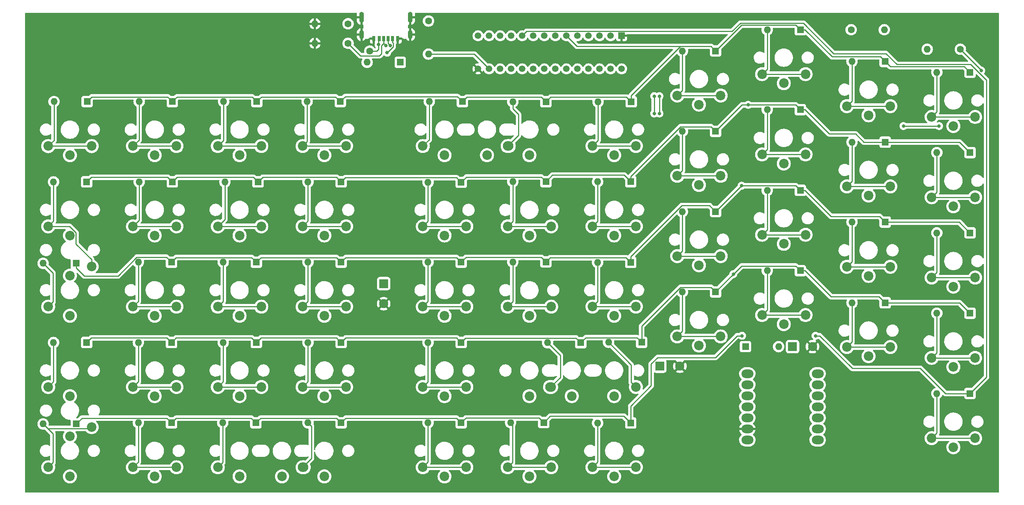
<source format=gbl>
%TF.GenerationSoftware,KiCad,Pcbnew,(6.0.1)*%
%TF.CreationDate,2022-05-08T14:53:19-04:00*%
%TF.ProjectId,InductorSchem,496e6475-6374-46f7-9253-6368656d2e6b,1*%
%TF.SameCoordinates,Original*%
%TF.FileFunction,Copper,L4,Bot*%
%TF.FilePolarity,Positive*%
%FSLAX46Y46*%
G04 Gerber Fmt 4.6, Leading zero omitted, Abs format (unit mm)*
G04 Created by KiCad (PCBNEW (6.0.1)) date 2022-05-08 14:53:19*
%MOMM*%
%LPD*%
G01*
G04 APERTURE LIST*
G04 Aperture macros list*
%AMRoundRect*
0 Rectangle with rounded corners*
0 $1 Rounding radius*
0 $2 $3 $4 $5 $6 $7 $8 $9 X,Y pos of 4 corners*
0 Add a 4 corners polygon primitive as box body*
4,1,4,$2,$3,$4,$5,$6,$7,$8,$9,$2,$3,0*
0 Add four circle primitives for the rounded corners*
1,1,$1+$1,$2,$3*
1,1,$1+$1,$4,$5*
1,1,$1+$1,$6,$7*
1,1,$1+$1,$8,$9*
0 Add four rect primitives between the rounded corners*
20,1,$1+$1,$2,$3,$4,$5,0*
20,1,$1+$1,$4,$5,$6,$7,0*
20,1,$1+$1,$6,$7,$8,$9,0*
20,1,$1+$1,$8,$9,$2,$3,0*%
G04 Aperture macros list end*
%TA.AperFunction,ComponentPad*%
%ADD10C,2.200000*%
%TD*%
%TA.AperFunction,SMDPad,CuDef*%
%ADD11R,0.700000X1.200000*%
%TD*%
%TA.AperFunction,SMDPad,CuDef*%
%ADD12R,0.760000X1.200000*%
%TD*%
%TA.AperFunction,SMDPad,CuDef*%
%ADD13R,0.800000X1.200000*%
%TD*%
%TA.AperFunction,ComponentPad*%
%ADD14O,1.100000X2.500000*%
%TD*%
%TA.AperFunction,ComponentPad*%
%ADD15O,1.100000X2.000000*%
%TD*%
%TA.AperFunction,ComponentPad*%
%ADD16O,2.450000X2.200000*%
%TD*%
%TA.AperFunction,ComponentPad*%
%ADD17R,1.600000X1.600000*%
%TD*%
%TA.AperFunction,ComponentPad*%
%ADD18O,1.600000X1.600000*%
%TD*%
%TA.AperFunction,ComponentPad*%
%ADD19RoundRect,0.250001X-0.799999X-0.799999X0.799999X-0.799999X0.799999X0.799999X-0.799999X0.799999X0*%
%TD*%
%TA.AperFunction,ComponentPad*%
%ADD20C,2.100000*%
%TD*%
%TA.AperFunction,ComponentPad*%
%ADD21C,1.600000*%
%TD*%
%TA.AperFunction,ComponentPad*%
%ADD22O,2.748280X1.998980*%
%TD*%
%TA.AperFunction,ComponentPad*%
%ADD23R,1.498600X1.498600*%
%TD*%
%TA.AperFunction,ComponentPad*%
%ADD24C,1.498600*%
%TD*%
%TA.AperFunction,ComponentPad*%
%ADD25RoundRect,0.250001X-0.799999X0.799999X-0.799999X-0.799999X0.799999X-0.799999X0.799999X0.799999X0*%
%TD*%
%TA.AperFunction,ViaPad*%
%ADD26C,0.800000*%
%TD*%
%TA.AperFunction,ViaPad*%
%ADD27C,1.600000*%
%TD*%
%TA.AperFunction,Conductor*%
%ADD28C,0.250000*%
%TD*%
G04 APERTURE END LIST*
D10*
%TO.P,SW54,1,1*%
%TO.N,/COL1*%
X110858837Y-193150000D03*
%TO.P,SW54,2,2*%
%TO.N,/RIGHT 1\u002C5*%
X115858837Y-191050000D03*
%TD*%
D11*
%TO.P,J5,A5,CC1*%
%TO.N,Net-(J1-PadA5)*%
X183000000Y-101582500D03*
D12*
%TO.P,J5,A9,VBUS*%
%TO.N,Net-(D2-Pad2)*%
X185020000Y-101582500D03*
D13*
%TO.P,J5,A12,GND*%
%TO.N,GND*%
X186250000Y-101582500D03*
D11*
%TO.P,J5,B5,CC2*%
%TO.N,Net-(J1-PadB5)*%
X184000000Y-101582500D03*
D12*
%TO.P,J5,B9,VBUS*%
%TO.N,Net-(D2-Pad2)*%
X181980000Y-101582500D03*
D13*
%TO.P,J5,B12,GND*%
%TO.N,GND*%
X180750000Y-101582500D03*
D14*
%TO.P,J5,S1,SHIELD*%
X177880000Y-96632500D03*
%TO.P,J5,S2,SHIELD*%
X189120000Y-96632500D03*
D15*
%TO.P,J5,S3,SHIELD*%
X177880000Y-100632500D03*
%TO.P,J5,S4,SHIELD*%
X189120000Y-100632500D03*
%TD*%
D14*
%TO.P,J1,S1,SHIELD*%
%TO.N,GND*%
X189120000Y-96632500D03*
%TO.P,J1,S2,SHIELD*%
X177880000Y-96632500D03*
D15*
%TO.P,J1,S3,SHIELD*%
X189120000Y-100632500D03*
%TO.P,J1,S4,SHIELD*%
X177880000Y-100632500D03*
%TD*%
D10*
%TO.P,SW3,1,1*%
%TO.N,/COL1*%
X110858837Y-165400000D03*
%TO.P,SW3,2,2*%
%TO.N,Net-(D4-Pad2)*%
X105858837Y-163300000D03*
%TD*%
%TO.P,SW53,1,1*%
%TO.N,/COL1*%
X110858837Y-156150000D03*
%TO.P,SW53,2,2*%
%TO.N,/RIGHT 1\u002C2*%
X115858837Y-154050000D03*
%TD*%
%TO.P,SW73,1,1*%
%TO.N,/COL6*%
X206750000Y-128400000D03*
D16*
%TO.P,SW73,2,2*%
%TO.N,/RIGHT 6\u002C1*%
X211625000Y-126300000D03*
%TD*%
D10*
%TO.P,SW68,1,1*%
%TO.N,/COL4*%
X159608837Y-202400000D03*
D16*
%TO.P,SW68,2,2*%
%TO.N,/RIGHT 4\u002C5*%
X164483837Y-200300000D03*
%TD*%
D10*
%TO.P,SW29,1,1*%
%TO.N,/COL6*%
X226250000Y-183900000D03*
D16*
%TO.P,SW29,2,2*%
%TO.N,/RIGHT 6\u002C4*%
X221375000Y-181800000D03*
%TD*%
D10*
%TO.P,SW24,1,1*%
%TO.N,/COL5*%
X197000000Y-183900000D03*
%TO.P,SW24,2,2*%
%TO.N,/RIGHT 5\u002C4*%
X192000000Y-181800000D03*
%TD*%
%TO.P,SW51,1,1*%
%TO.N,/COL11*%
X314000000Y-195691419D03*
%TO.P,SW51,2,2*%
%TO.N,/RIGHT 11\u002C5*%
X309000000Y-193591419D03*
%TD*%
%TO.P,SW44,1,1*%
%TO.N,/COL10*%
X294500000Y-137704059D03*
%TO.P,SW44,2,2*%
%TO.N,/RIGHT 10\u002C2*%
X289500000Y-135604059D03*
%TD*%
%TO.P,SW23,1,1*%
%TO.N,/COL5*%
X197000000Y-165400000D03*
%TO.P,SW23,2,2*%
%TO.N,/RIGHT 5\u002C3*%
X192000000Y-163300000D03*
%TD*%
D17*
%TO.P,D1,1,K*%
%TO.N,+5V*%
X266190000Y-172500000D03*
D18*
%TO.P,D1,2,A*%
%TO.N,Net-(D1-Pad2)*%
X273810000Y-172500000D03*
%TD*%
D10*
%TO.P,SW21,1,1*%
%TO.N,/COL5*%
X197000000Y-128400000D03*
%TO.P,SW21,2,2*%
%TO.N,Net-(D23-Pad2)*%
X192000000Y-126300000D03*
%TD*%
D19*
%TO.P,J3,1,Pin_1*%
%TO.N,Net-(D1-Pad2)*%
X277000000Y-172500000D03*
D20*
%TO.P,J3,2,Pin_2*%
%TO.N,GND*%
X281600000Y-172500000D03*
%TD*%
D10*
%TO.P,SW40,1,1*%
%TO.N,/COL9*%
X275000000Y-130326381D03*
%TO.P,SW40,2,2*%
%TO.N,/RIGHT 9\u002C2*%
X270000000Y-128226381D03*
%TD*%
%TO.P,SW47,1,1*%
%TO.N,/COL11*%
X314000000Y-121691419D03*
%TO.P,SW47,2,2*%
%TO.N,/RIGHT 11\u002C1*%
X309000000Y-119591419D03*
%TD*%
%TO.P,SW25,1,1*%
%TO.N,/COL5*%
X197000000Y-202400000D03*
%TO.P,SW25,2,2*%
%TO.N,/RIGHT 5\u002C5*%
X192000000Y-200300000D03*
%TD*%
%TO.P,SW37,1,1*%
%TO.N,/COL8*%
X255500000Y-153758611D03*
%TO.P,SW37,2,2*%
%TO.N,/RIGHT 8\u002C3*%
X250500000Y-151658611D03*
%TD*%
D21*
%TO.P,R5,1*%
%TO.N,/I2C_SDA*%
X290490000Y-99500000D03*
D18*
%TO.P,R5,2*%
%TO.N,+5V*%
X298110000Y-99500000D03*
%TD*%
D10*
%TO.P,SW12,1,1*%
%TO.N,/COL3*%
X149858837Y-146900000D03*
%TO.P,SW12,2,2*%
%TO.N,/RIGHT 3\u002C2*%
X144858837Y-144800000D03*
%TD*%
%TO.P,SW33,1,1*%
%TO.N,/COL7*%
X236000000Y-165400000D03*
%TO.P,SW33,2,2*%
%TO.N,/RIGHT 7\u002C3*%
X231000000Y-163300000D03*
%TD*%
D17*
%TO.P,D54,1,K*%
%TO.N,/ROW4*%
X242310000Y-171500000D03*
D18*
%TO.P,D54,2,A*%
%TO.N,/RIGHT 7\u002C4*%
X234690000Y-171500000D03*
%TD*%
D10*
%TO.P,SW49,1,1*%
%TO.N,/COL11*%
X314000000Y-158691419D03*
%TO.P,SW49,2,2*%
%TO.N,/RIGHT 11\u002C3*%
X309000000Y-156591419D03*
%TD*%
D21*
%TO.P,R2,1*%
%TO.N,Net-(J1-PadB5)*%
X174810000Y-98132500D03*
D18*
%TO.P,R2,2*%
%TO.N,GND*%
X167190000Y-98132500D03*
%TD*%
D22*
%TO.P,U1,1,PA02_A0_D0*%
%TO.N,/INTA*%
X282781290Y-193999510D03*
%TO.P,U1,2,PA4_A1_D1*%
%TO.N,/INTB*%
X282781290Y-191459510D03*
%TO.P,U1,3,PA10_A2_D2*%
%TO.N,unconnected-(U1-Pad3)*%
X282781290Y-188919510D03*
%TO.P,U1,4,PA11_A3_D3*%
%TO.N,unconnected-(U1-Pad4)*%
X282781290Y-186379510D03*
%TO.P,U1,5,PA8_A4_D4_SDA*%
%TO.N,/I2C_SDA*%
X282781290Y-183839510D03*
%TO.P,U1,6,PA9_A5_D5_SCL*%
%TO.N,/I2C_SCL*%
X282781290Y-181299510D03*
%TO.P,U1,7,PB08_A6_D6_TX*%
%TO.N,unconnected-(U1-Pad7)*%
X282781290Y-178759510D03*
%TO.P,U1,8,PB09_A7_D7_RX*%
%TO.N,unconnected-(U1-Pad8)*%
X266616730Y-178759510D03*
%TO.P,U1,9,PA7_A8_D8_SCK*%
%TO.N,unconnected-(U1-Pad9)*%
X266616730Y-181299510D03*
%TO.P,U1,10,PA5_A9_D9_MISO*%
%TO.N,unconnected-(U1-Pad10)*%
X266616730Y-183839510D03*
%TO.P,U1,11,PA6_A10_D10_MOSI*%
%TO.N,unconnected-(U1-Pad11)*%
X266616730Y-186379510D03*
%TO.P,U1,12,3V3*%
%TO.N,unconnected-(U1-Pad12)*%
X266616730Y-188919510D03*
%TO.P,U1,13,GND*%
%TO.N,GND*%
X266616730Y-191459510D03*
%TO.P,U1,14,5V*%
%TO.N,+5V*%
X266616730Y-193999510D03*
%TD*%
D10*
%TO.P,SW28,1,1*%
%TO.N,/COL6*%
X216500000Y-165400000D03*
%TO.P,SW28,2,2*%
%TO.N,/RIGHT 6\u002C3*%
X211500000Y-163300000D03*
%TD*%
D17*
%TO.P,D2,1,K*%
%TO.N,+5V*%
X186810000Y-107000000D03*
D18*
%TO.P,D2,2,A*%
%TO.N,Net-(D2-Pad2)*%
X179190000Y-107000000D03*
%TD*%
D10*
%TO.P,SW43,1,1*%
%TO.N,/COL10*%
X294500000Y-119204059D03*
%TO.P,SW43,2,2*%
%TO.N,/RIGHT 10\u002C1*%
X289500000Y-117104059D03*
%TD*%
%TO.P,SW36,1,1*%
%TO.N,/COL8*%
X255500000Y-135258611D03*
%TO.P,SW36,2,2*%
%TO.N,/RIGHT 8\u002C2*%
X250500000Y-133158611D03*
%TD*%
%TO.P,SW13,1,1*%
%TO.N,/COL3*%
X149858837Y-165400000D03*
%TO.P,SW13,2,2*%
%TO.N,/RIGHT 3\u002C3*%
X144858837Y-163300000D03*
%TD*%
%TO.P,SW4,1,1*%
%TO.N,/COL1*%
X110858837Y-183900000D03*
%TO.P,SW4,2,2*%
%TO.N,Net-(D6-Pad2)*%
X105858837Y-181800000D03*
%TD*%
D21*
%TO.P,R4,1*%
%TO.N,/I2C_SCL*%
X315600000Y-104000000D03*
D18*
%TO.P,R4,2*%
%TO.N,+5V*%
X307980000Y-104000000D03*
%TD*%
D23*
%TO.P,U3,1,VSS*%
%TO.N,GND*%
X237710000Y-100890000D03*
D24*
%TO.P,U3,2,NC*%
%TO.N,unconnected-(U3-Pad2)*%
X235170000Y-100890000D03*
%TO.P,U3,3,GPB0*%
%TO.N,/COL9*%
X232630000Y-100890000D03*
%TO.P,U3,4,GPB1*%
%TO.N,/COL10*%
X230090000Y-100890000D03*
%TO.P,U3,5,GPB2*%
%TO.N,/COL11*%
X227550000Y-100890000D03*
%TO.P,U3,6,GPB3*%
%TO.N,/ROW1*%
X225010000Y-100890000D03*
%TO.P,U3,7,GPB4*%
%TO.N,/ROW2*%
X222470000Y-100890000D03*
%TO.P,U3,8,GPB5*%
%TO.N,/ROW3*%
X219930000Y-100890000D03*
%TO.P,U3,9,GPB6*%
%TO.N,/ROW4*%
X217390000Y-100890000D03*
%TO.P,U3,10,GPB7*%
%TO.N,/ROW5*%
X214850000Y-100890000D03*
%TO.P,U3,11,VDD*%
%TO.N,+5V*%
X212310000Y-100890000D03*
%TO.P,U3,12,SCL*%
%TO.N,/I2C_SCL*%
X209770000Y-100890000D03*
%TO.P,U3,13,SDA*%
%TO.N,/I2C_SDA*%
X207230000Y-100890000D03*
%TO.P,U3,14,NC*%
%TO.N,unconnected-(U3-Pad14)*%
X204690000Y-100890000D03*
%TO.P,U3,15,ADDR*%
%TO.N,GND*%
X204690000Y-108510000D03*
%TO.P,U3,16,\u002ARESET*%
%TO.N,Net-(R3-Pad2)*%
X207230000Y-108510000D03*
%TO.P,U3,17,NC*%
%TO.N,unconnected-(U3-Pad17)*%
X209770000Y-108510000D03*
%TO.P,U3,18,INTB*%
%TO.N,/INTB*%
X212310000Y-108510000D03*
%TO.P,U3,19,INTA*%
%TO.N,/INTA*%
X214850000Y-108510000D03*
%TO.P,U3,20,GPA0*%
%TO.N,/COL1*%
X217390000Y-108510000D03*
%TO.P,U3,21,GPA1*%
%TO.N,/COL2*%
X219930000Y-108510000D03*
%TO.P,U3,22,GPA2*%
%TO.N,/COL3*%
X222470000Y-108510000D03*
%TO.P,U3,23,GPA3*%
%TO.N,/COL4*%
X225010000Y-108510000D03*
%TO.P,U3,24,GPA4*%
%TO.N,/COL5*%
X227550000Y-108510000D03*
%TO.P,U3,25,GPA5*%
%TO.N,/COL6*%
X230090000Y-108510000D03*
%TO.P,U3,26,GPA6*%
%TO.N,/COL7*%
X232630000Y-108510000D03*
%TO.P,U3,27,GPA7*%
%TO.N,/COL8*%
X235170000Y-108510000D03*
%TO.P,U3,28,NC*%
%TO.N,unconnected-(U3-Pad28)*%
X237710000Y-108510000D03*
%TD*%
D19*
%TO.P,J4,1,Pin_1*%
%TO.N,+5V*%
X246500000Y-177000000D03*
D20*
%TO.P,J4,2,Pin_2*%
%TO.N,GND*%
X251100000Y-177000000D03*
%TD*%
D10*
%TO.P,SW31,1,1*%
%TO.N,/COL7*%
X236000000Y-128400000D03*
%TO.P,SW31,2,2*%
%TO.N,/RIGHT 7\u002C1*%
X231000000Y-126300000D03*
%TD*%
%TO.P,SW30,1,1*%
%TO.N,/COL6*%
X216500000Y-202400000D03*
%TO.P,SW30,2,2*%
%TO.N,/RIGHT 6\u002C5*%
X211500000Y-200300000D03*
%TD*%
%TO.P,SW42,1,1*%
%TO.N,/COL9*%
X275000000Y-167326381D03*
%TO.P,SW42,2,2*%
%TO.N,/RIGHT 9\u002C4*%
X270000000Y-165226381D03*
%TD*%
D25*
%TO.P,J2,1,Pin_1*%
%TO.N,+5V*%
X183000000Y-158000000D03*
D20*
%TO.P,J2,2,Pin_2*%
%TO.N,GND*%
X183000000Y-162600000D03*
%TD*%
D10*
%TO.P,SW14,1,1*%
%TO.N,/COL3*%
X149858837Y-183900000D03*
%TO.P,SW14,2,2*%
%TO.N,/RIGHT 3\u002C4*%
X144858837Y-181800000D03*
%TD*%
%TO.P,SW22,1,1*%
%TO.N,/COL5*%
X197000000Y-146900000D03*
%TO.P,SW22,2,2*%
%TO.N,/RIGHT 5\u002C2*%
X192000000Y-144800000D03*
%TD*%
%TO.P,SW8,1,1*%
%TO.N,/COL2*%
X130358837Y-165400000D03*
%TO.P,SW8,2,2*%
%TO.N,/RIGHT 2\u002C3*%
X125358837Y-163300000D03*
%TD*%
D21*
%TO.P,R3,1*%
%TO.N,+5V*%
X193300000Y-97490000D03*
D18*
%TO.P,R3,2*%
%TO.N,Net-(R3-Pad2)*%
X193300000Y-105110000D03*
%TD*%
D10*
%TO.P,SW11,1,1*%
%TO.N,/COL3*%
X149858837Y-128400000D03*
%TO.P,SW11,2,2*%
%TO.N,/RIGHT 3\u002C1*%
X144858837Y-126300000D03*
%TD*%
%TO.P,SW15,1,1*%
%TO.N,/COL3*%
X149858837Y-202400000D03*
%TO.P,SW15,2,2*%
%TO.N,/RIGHT 3\u002C5*%
X144858837Y-200300000D03*
%TD*%
%TO.P,SW19,1,1*%
%TO.N,/COL4*%
X169358837Y-183900000D03*
%TO.P,SW19,2,2*%
%TO.N,/RIGHT 4\u002C4*%
X164358837Y-181800000D03*
%TD*%
%TO.P,SW20,1,1*%
%TO.N,/COL4*%
X169358837Y-202400000D03*
%TO.P,SW20,2,2*%
%TO.N,/RIGHT 4\u002C5*%
X164358837Y-200300000D03*
%TD*%
%TO.P,SW5,1,1*%
%TO.N,/COL1*%
X110858837Y-202400000D03*
%TO.P,SW5,2,2*%
%TO.N,/RIGHT 1\u002C5*%
X105858837Y-200300000D03*
%TD*%
%TO.P,SW16,1,1*%
%TO.N,/COL4*%
X169358837Y-128400000D03*
%TO.P,SW16,2,2*%
%TO.N,/RIGHT 4\u002C1*%
X164358837Y-126300000D03*
%TD*%
%TO.P,SW1,1,1*%
%TO.N,/COL1*%
X110858837Y-128410000D03*
%TO.P,SW1,2,2*%
%TO.N,/RIGHT 1\u002C1*%
X105858837Y-126310000D03*
%TD*%
%TO.P,SW32,1,1*%
%TO.N,/COL7*%
X236000000Y-146900000D03*
%TO.P,SW32,2,2*%
%TO.N,/RIGHT 7\u002C2*%
X231000000Y-144800000D03*
%TD*%
%TO.P,SW35,1,1*%
%TO.N,/COL8*%
X255500000Y-116758611D03*
%TO.P,SW35,2,2*%
%TO.N,/RIGHT 8\u002C1*%
X250500000Y-114658611D03*
%TD*%
%TO.P,SW46,1,1*%
%TO.N,/COL10*%
X294500000Y-174704059D03*
%TO.P,SW46,2,2*%
%TO.N,/RIGHT 10\u002C4*%
X289500000Y-172604059D03*
%TD*%
%TO.P,SW10,1,1*%
%TO.N,/COL2*%
X130358837Y-202400000D03*
%TO.P,SW10,2,2*%
%TO.N,/RIGHT 2\u002C5*%
X125358837Y-200300000D03*
%TD*%
%TO.P,SW2,1,1*%
%TO.N,/COL1*%
X110868837Y-146900000D03*
%TO.P,SW2,2,2*%
%TO.N,/RIGHT 1\u002C2*%
X105868837Y-144800000D03*
%TD*%
%TO.P,SW34,1,1*%
%TO.N,/COL7*%
X236000000Y-202400000D03*
%TO.P,SW34,2,2*%
%TO.N,/RIGHT 7\u002C5*%
X231000000Y-200300000D03*
%TD*%
%TO.P,SW27,1,1*%
%TO.N,/COL6*%
X216500000Y-146900000D03*
%TO.P,SW27,2,2*%
%TO.N,/RIGHT 6\u002C2*%
X211500000Y-144800000D03*
%TD*%
%TO.P,SW39,1,1*%
%TO.N,/COL9*%
X275000000Y-111826381D03*
%TO.P,SW39,2,2*%
%TO.N,/RIGHT 9\u002C1*%
X270000000Y-109726381D03*
%TD*%
%TO.P,SW48,1,1*%
%TO.N,/COL11*%
X314000000Y-140191419D03*
%TO.P,SW48,2,2*%
%TO.N,/RIGHT 11\u002C2*%
X309000000Y-138091419D03*
%TD*%
%TO.P,SW50,1,1*%
%TO.N,/COL11*%
X314000000Y-177191419D03*
%TO.P,SW50,2,2*%
%TO.N,/RIGHT 11\u002C4*%
X309000000Y-175091419D03*
%TD*%
%TO.P,SW26,1,1*%
%TO.N,/COL6*%
X216500000Y-128400000D03*
%TO.P,SW26,2,2*%
%TO.N,/RIGHT 6\u002C1*%
X211500000Y-126300000D03*
%TD*%
%TO.P,SW18,1,1*%
%TO.N,/COL4*%
X169358837Y-165400000D03*
%TO.P,SW18,2,2*%
%TO.N,/RIGHT 4\u002C3*%
X164358837Y-163300000D03*
%TD*%
%TO.P,SW7,1,1*%
%TO.N,/COL2*%
X130358837Y-146900000D03*
%TO.P,SW7,2,2*%
%TO.N,/RIGHT 2\u002C2*%
X125358837Y-144800000D03*
%TD*%
%TO.P,SW41,1,1*%
%TO.N,/COL9*%
X275000000Y-148826381D03*
%TO.P,SW41,2,2*%
%TO.N,/RIGHT 9\u002C3*%
X270000000Y-146726381D03*
%TD*%
%TO.P,SW6,1,1*%
%TO.N,/COL2*%
X130358837Y-128400000D03*
%TO.P,SW6,2,2*%
%TO.N,/RIGHT 2\u002C1*%
X125358837Y-126300000D03*
%TD*%
D21*
%TO.P,R1,1*%
%TO.N,Net-(J1-PadA5)*%
X174810000Y-102632500D03*
D18*
%TO.P,R1,2*%
%TO.N,GND*%
X167190000Y-102632500D03*
%TD*%
D10*
%TO.P,SW9,1,1*%
%TO.N,/COL2*%
X130358837Y-183900000D03*
%TO.P,SW9,2,2*%
%TO.N,/RIGHT 2\u002C4*%
X125358837Y-181800000D03*
%TD*%
%TO.P,SW45,1,1*%
%TO.N,/COL10*%
X294500000Y-156204059D03*
%TO.P,SW45,2,2*%
%TO.N,/RIGHT 10\u002C3*%
X289500000Y-154104059D03*
%TD*%
%TO.P,SW17,1,1*%
%TO.N,/COL4*%
X169358837Y-146900000D03*
%TO.P,SW17,2,2*%
%TO.N,/RIGHT 4\u002C2*%
X164358837Y-144800000D03*
%TD*%
%TO.P,SW38,1,1*%
%TO.N,/COL8*%
X255500000Y-172258611D03*
%TO.P,SW38,2,2*%
%TO.N,/RIGHT 8\u002C4*%
X250500000Y-170158611D03*
%TD*%
%TO.P,SW85,1,1*%
%TO.N,/COL8*%
X255500000Y-153758611D03*
%TO.P,SW85,2,2*%
%TO.N,/RIGHT 8\u002C3*%
X260500000Y-151658611D03*
%TD*%
%TO.P,SW76,1,1*%
%TO.N,/COL6*%
X216500000Y-183900000D03*
%TO.P,SW76,2,2*%
%TO.N,/RIGHT 6\u002C4*%
X221500000Y-181800000D03*
%TD*%
%TO.P,SW97,1,1*%
%TO.N,/COL11*%
X314000000Y-158691419D03*
%TO.P,SW97,2,2*%
%TO.N,/RIGHT 11\u002C3*%
X319000000Y-156591419D03*
%TD*%
%TO.P,SW70,1,1*%
%TO.N,/COL5*%
X197000000Y-165400000D03*
%TO.P,SW70,2,2*%
%TO.N,/RIGHT 5\u002C3*%
X202000000Y-163300000D03*
%TD*%
D17*
%TO.P,D30,1,K*%
%TO.N,/ROW3*%
X220310000Y-153000000D03*
D18*
%TO.P,D30,2,A*%
%TO.N,/RIGHT 6\u002C3*%
X212690000Y-153000000D03*
%TD*%
D10*
%TO.P,SW99,1,1*%
%TO.N,/COL11*%
X314000000Y-195691419D03*
%TO.P,SW99,2,2*%
%TO.N,/RIGHT 11\u002C5*%
X319000000Y-193591419D03*
%TD*%
%TO.P,SW86,1,1*%
%TO.N,/COL8*%
X255500000Y-172258611D03*
%TO.P,SW86,2,2*%
%TO.N,/RIGHT 8\u002C4*%
X260500000Y-170158611D03*
%TD*%
D17*
%TO.P,D32,1,K*%
%TO.N,/ROW4*%
X228310000Y-171600000D03*
D18*
%TO.P,D32,2,A*%
%TO.N,/RIGHT 6\u002C4*%
X220690000Y-171600000D03*
%TD*%
D17*
%TO.P,D53,1,K*%
%TO.N,/ROW5*%
X317810000Y-183300000D03*
D18*
%TO.P,D53,2,A*%
%TO.N,/RIGHT 11\u002C5*%
X310190000Y-183300000D03*
%TD*%
D10*
%TO.P,SW66,1,1*%
%TO.N,/COL4*%
X169358837Y-165400000D03*
%TO.P,SW66,2,2*%
%TO.N,/RIGHT 4\u002C3*%
X174358837Y-163300000D03*
%TD*%
%TO.P,SW80,1,1*%
%TO.N,/COL7*%
X236000000Y-165400000D03*
%TO.P,SW80,2,2*%
%TO.N,/RIGHT 7\u002C3*%
X241000000Y-163300000D03*
%TD*%
D17*
%TO.P,D44,1,K*%
%TO.N,/ROW4*%
X278810000Y-155000000D03*
D18*
%TO.P,D44,2,A*%
%TO.N,/RIGHT 9\u002C4*%
X271190000Y-155000000D03*
%TD*%
D17*
%TO.P,D5,1,K*%
%TO.N,/ROW2*%
X114713237Y-134549100D03*
D18*
%TO.P,D5,2,A*%
%TO.N,/RIGHT 1\u002C2*%
X107093237Y-134549100D03*
%TD*%
D17*
%TO.P,D35,1,K*%
%TO.N,/ROW3*%
X239810000Y-153100000D03*
D18*
%TO.P,D35,2,A*%
%TO.N,/RIGHT 7\u002C3*%
X232190000Y-153100000D03*
%TD*%
D17*
%TO.P,D52,1,K*%
%TO.N,/ROW4*%
X317810000Y-164800000D03*
D18*
%TO.P,D52,2,A*%
%TO.N,/RIGHT 11\u002C4*%
X310190000Y-164800000D03*
%TD*%
D10*
%TO.P,SW94,1,1*%
%TO.N,/COL10*%
X294500000Y-174704059D03*
%TO.P,SW94,2,2*%
%TO.N,/RIGHT 10\u002C4*%
X299500000Y-172604059D03*
%TD*%
D17*
%TO.P,D9,1,K*%
%TO.N,/ROW2*%
X134399837Y-134549100D03*
D18*
%TO.P,D9,2,A*%
%TO.N,/RIGHT 2\u002C2*%
X126779837Y-134549100D03*
%TD*%
D17*
%TO.P,D12,1,K*%
%TO.N,/ROW5*%
X134213237Y-190049100D03*
D18*
%TO.P,D12,2,A*%
%TO.N,/RIGHT 2\u002C5*%
X126593237Y-190049100D03*
%TD*%
D10*
%TO.P,SW56,1,1*%
%TO.N,/COL2*%
X130358837Y-146900000D03*
%TO.P,SW56,2,2*%
%TO.N,/RIGHT 2\u002C2*%
X135358837Y-144800000D03*
%TD*%
D17*
%TO.P,D47,1,K*%
%TO.N,/ROW3*%
X298310000Y-143800000D03*
D18*
%TO.P,D47,2,A*%
%TO.N,/RIGHT 10\u002C3*%
X290690000Y-143800000D03*
%TD*%
D17*
%TO.P,D23,1,K*%
%TO.N,/ROW1*%
X201113237Y-116049100D03*
D18*
%TO.P,D23,2,A*%
%TO.N,Net-(D23-Pad2)*%
X193493237Y-116049100D03*
%TD*%
D10*
%TO.P,SW60,1,1*%
%TO.N,/COL3*%
X149858837Y-128400000D03*
%TO.P,SW60,2,2*%
%TO.N,/RIGHT 3\u002C1*%
X154858837Y-126300000D03*
%TD*%
D17*
%TO.P,D48,1,K*%
%TO.N,/ROW4*%
X298310000Y-162400000D03*
D18*
%TO.P,D48,2,A*%
%TO.N,/RIGHT 10\u002C4*%
X290690000Y-162400000D03*
%TD*%
D17*
%TO.P,D37,1,K*%
%TO.N,/ROW1*%
X259310000Y-104400000D03*
D18*
%TO.P,D37,2,A*%
%TO.N,/RIGHT 8\u002C1*%
X251690000Y-104400000D03*
%TD*%
D10*
%TO.P,SW62,1,1*%
%TO.N,/COL3*%
X149858837Y-165400000D03*
%TO.P,SW62,2,2*%
%TO.N,/RIGHT 3\u002C3*%
X154858837Y-163300000D03*
%TD*%
D17*
%TO.P,D17,1,K*%
%TO.N,/ROW5*%
X153613237Y-190049100D03*
D18*
%TO.P,D17,2,A*%
%TO.N,/RIGHT 3\u002C5*%
X145993237Y-190049100D03*
%TD*%
D10*
%TO.P,SW92,1,1*%
%TO.N,/COL10*%
X294500000Y-137704059D03*
%TO.P,SW92,2,2*%
%TO.N,/RIGHT 10\u002C2*%
X299500000Y-135604059D03*
%TD*%
D17*
%TO.P,D46,1,K*%
%TO.N,/ROW2*%
X298310000Y-125400000D03*
D18*
%TO.P,D46,2,A*%
%TO.N,/RIGHT 10\u002C2*%
X290690000Y-125400000D03*
%TD*%
D10*
%TO.P,SW57,1,1*%
%TO.N,/COL2*%
X130358837Y-165400000D03*
%TO.P,SW57,2,2*%
%TO.N,/RIGHT 2\u002C3*%
X135358837Y-163300000D03*
%TD*%
D17*
%TO.P,D21,1,K*%
%TO.N,/ROW4*%
X173213237Y-171549100D03*
D18*
%TO.P,D21,2,A*%
%TO.N,/RIGHT 4\u002C4*%
X165593237Y-171549100D03*
%TD*%
D17*
%TO.P,D18,1,K*%
%TO.N,/ROW1*%
X173013237Y-116049100D03*
D18*
%TO.P,D18,2,A*%
%TO.N,/RIGHT 4\u002C1*%
X165393237Y-116049100D03*
%TD*%
D10*
%TO.P,SW81,1,1*%
%TO.N,/COL7*%
X236000000Y-183900000D03*
%TO.P,SW81,2,2*%
%TO.N,/RIGHT 7\u002C4*%
X241000000Y-181800000D03*
%TD*%
%TO.P,SW98,1,1*%
%TO.N,/COL11*%
X314000000Y-177191419D03*
%TO.P,SW98,2,2*%
%TO.N,/RIGHT 11\u002C4*%
X319000000Y-175091419D03*
%TD*%
D17*
%TO.P,D43,1,K*%
%TO.N,/ROW3*%
X278810000Y-136500000D03*
D18*
%TO.P,D43,2,A*%
%TO.N,/RIGHT 9\u002C3*%
X271190000Y-136500000D03*
%TD*%
D10*
%TO.P,SW75,1,1*%
%TO.N,/COL6*%
X216500000Y-165400000D03*
%TO.P,SW75,2,2*%
%TO.N,/RIGHT 6\u002C3*%
X221500000Y-163300000D03*
%TD*%
D17*
%TO.P,D38,1,K*%
%TO.N,/ROW2*%
X259310000Y-122900000D03*
D18*
%TO.P,D38,2,A*%
%TO.N,/RIGHT 8\u002C2*%
X251690000Y-122900000D03*
%TD*%
D17*
%TO.P,D33,1,K*%
%TO.N,/ROW1*%
X239910000Y-116100000D03*
D18*
%TO.P,D33,2,A*%
%TO.N,/RIGHT 7\u002C1*%
X232290000Y-116100000D03*
%TD*%
D17*
%TO.P,D10,1,K*%
%TO.N,/ROW3*%
X134213237Y-153049100D03*
D18*
%TO.P,D10,2,A*%
%TO.N,/RIGHT 2\u002C3*%
X126593237Y-153049100D03*
%TD*%
D10*
%TO.P,SW84,1,1*%
%TO.N,/COL8*%
X255500000Y-135258611D03*
%TO.P,SW84,2,2*%
%TO.N,/RIGHT 8\u002C2*%
X260500000Y-133158611D03*
%TD*%
D17*
%TO.P,D51,1,K*%
%TO.N,/ROW3*%
X317810000Y-146300000D03*
D18*
%TO.P,D51,2,A*%
%TO.N,/RIGHT 11\u002C3*%
X310190000Y-146300000D03*
%TD*%
D17*
%TO.P,D40,1,K*%
%TO.N,/ROW4*%
X259310000Y-159900000D03*
D18*
%TO.P,D40,2,A*%
%TO.N,/RIGHT 8\u002C4*%
X251690000Y-159900000D03*
%TD*%
D10*
%TO.P,SW77,1,1*%
%TO.N,/COL6*%
X216500000Y-202400000D03*
%TO.P,SW77,2,2*%
%TO.N,/RIGHT 6\u002C5*%
X221500000Y-200300000D03*
%TD*%
D17*
%TO.P,D49,1,K*%
%TO.N,/ROW1*%
X317810000Y-109300000D03*
D18*
%TO.P,D49,2,A*%
%TO.N,/RIGHT 11\u002C1*%
X310190000Y-109300000D03*
%TD*%
D17*
%TO.P,D42,1,K*%
%TO.N,/ROW2*%
X278810000Y-117900000D03*
D18*
%TO.P,D42,2,A*%
%TO.N,/RIGHT 9\u002C2*%
X271190000Y-117900000D03*
%TD*%
D17*
%TO.P,D36,1,K*%
%TO.N,/ROW5*%
X239810000Y-190100000D03*
D18*
%TO.P,D36,2,A*%
%TO.N,/RIGHT 7\u002C5*%
X232190000Y-190100000D03*
%TD*%
D10*
%TO.P,SW88,1,1*%
%TO.N,/COL9*%
X275000000Y-130326381D03*
%TO.P,SW88,2,2*%
%TO.N,/RIGHT 9\u002C2*%
X280000000Y-128226381D03*
%TD*%
%TO.P,SW87,1,1*%
%TO.N,/COL9*%
X275000000Y-111826381D03*
%TO.P,SW87,2,2*%
%TO.N,/RIGHT 9\u002C1*%
X280000000Y-109726381D03*
%TD*%
%TO.P,SW83,1,1*%
%TO.N,/COL8*%
X255500000Y-116758611D03*
%TO.P,SW83,2,2*%
%TO.N,/RIGHT 8\u002C1*%
X260500000Y-114658611D03*
%TD*%
D17*
%TO.P,D45,1,K*%
%TO.N,/ROW1*%
X298310000Y-106800000D03*
D18*
%TO.P,D45,2,A*%
%TO.N,/RIGHT 10\u002C1*%
X290690000Y-106800000D03*
%TD*%
D10*
%TO.P,SW96,1,1*%
%TO.N,/COL11*%
X314000000Y-140191419D03*
%TO.P,SW96,2,2*%
%TO.N,/RIGHT 11\u002C2*%
X319000000Y-138091419D03*
%TD*%
D17*
%TO.P,D6,1,K*%
%TO.N,/ROW4*%
X114713237Y-171549100D03*
D18*
%TO.P,D6,2,A*%
%TO.N,Net-(D6-Pad2)*%
X107093237Y-171549100D03*
%TD*%
D10*
%TO.P,SW55,1,1*%
%TO.N,/COL2*%
X130358837Y-128400000D03*
%TO.P,SW55,2,2*%
%TO.N,/RIGHT 2\u002C1*%
X135358837Y-126300000D03*
%TD*%
D17*
%TO.P,D7,1,K*%
%TO.N,/ROW5*%
X112310000Y-190300000D03*
D18*
%TO.P,D7,2,A*%
%TO.N,/RIGHT 1\u002C5*%
X104690000Y-190300000D03*
%TD*%
D10*
%TO.P,SW89,1,1*%
%TO.N,/COL9*%
X275000000Y-148826381D03*
%TO.P,SW89,2,2*%
%TO.N,/RIGHT 9\u002C3*%
X280000000Y-146726381D03*
%TD*%
%TO.P,SW63,1,1*%
%TO.N,/COL3*%
X149858837Y-183900000D03*
%TO.P,SW63,2,2*%
%TO.N,/RIGHT 3\u002C4*%
X154858837Y-181800000D03*
%TD*%
%TO.P,SW95,1,1*%
%TO.N,/COL11*%
X314000000Y-121691419D03*
%TO.P,SW95,2,2*%
%TO.N,/RIGHT 11\u002C1*%
X319000000Y-119591419D03*
%TD*%
D17*
%TO.P,D41,1,K*%
%TO.N,/ROW1*%
X278810000Y-99500000D03*
D18*
%TO.P,D41,2,A*%
%TO.N,/RIGHT 9\u002C1*%
X271190000Y-99500000D03*
%TD*%
D10*
%TO.P,SW61,1,1*%
%TO.N,/COL3*%
X149858837Y-146900000D03*
%TO.P,SW61,2,2*%
%TO.N,/RIGHT 3\u002C2*%
X154858837Y-144800000D03*
%TD*%
%TO.P,SW52,1,1*%
%TO.N,/COL1*%
X110858837Y-128410000D03*
%TO.P,SW52,2,2*%
%TO.N,/RIGHT 1\u002C1*%
X115858837Y-126310000D03*
%TD*%
D17*
%TO.P,D4,1,K*%
%TO.N,/ROW3*%
X112310000Y-153300000D03*
D18*
%TO.P,D4,2,A*%
%TO.N,Net-(D4-Pad2)*%
X104690000Y-153300000D03*
%TD*%
D10*
%TO.P,SW72,1,1*%
%TO.N,/COL5*%
X197000000Y-202400000D03*
%TO.P,SW72,2,2*%
%TO.N,/RIGHT 5\u002C5*%
X202000000Y-200300000D03*
%TD*%
%TO.P,SW67,1,1*%
%TO.N,/COL4*%
X169358837Y-183900000D03*
%TO.P,SW67,2,2*%
%TO.N,/RIGHT 4\u002C4*%
X174358837Y-181800000D03*
%TD*%
D17*
%TO.P,D27,1,K*%
%TO.N,/ROW5*%
X200813237Y-190049100D03*
D18*
%TO.P,D27,2,A*%
%TO.N,/RIGHT 5\u002C5*%
X193193237Y-190049100D03*
%TD*%
D10*
%TO.P,SW64,1,1*%
%TO.N,/COL4*%
X169358837Y-128400000D03*
%TO.P,SW64,2,2*%
%TO.N,/RIGHT 4\u002C1*%
X174358837Y-126300000D03*
%TD*%
%TO.P,SW58,1,1*%
%TO.N,/COL2*%
X130358837Y-183900000D03*
%TO.P,SW58,2,2*%
%TO.N,/RIGHT 2\u002C4*%
X135358837Y-181800000D03*
%TD*%
D17*
%TO.P,D50,1,K*%
%TO.N,/ROW2*%
X317810000Y-127800000D03*
D18*
%TO.P,D50,2,A*%
%TO.N,/RIGHT 11\u002C2*%
X310190000Y-127800000D03*
%TD*%
D17*
%TO.P,D39,1,K*%
%TO.N,/ROW3*%
X259310000Y-141400000D03*
D18*
%TO.P,D39,2,A*%
%TO.N,/RIGHT 8\u002C3*%
X251690000Y-141400000D03*
%TD*%
D17*
%TO.P,D3,1,K*%
%TO.N,/ROW1*%
X114813237Y-116049100D03*
D18*
%TO.P,D3,2,A*%
%TO.N,/RIGHT 1\u002C1*%
X107193237Y-116049100D03*
%TD*%
D10*
%TO.P,SW93,1,1*%
%TO.N,/COL10*%
X294500000Y-156204059D03*
%TO.P,SW93,2,2*%
%TO.N,/RIGHT 10\u002C3*%
X299500000Y-154104059D03*
%TD*%
D17*
%TO.P,D15,1,K*%
%TO.N,/ROW3*%
X153713237Y-153049100D03*
D18*
%TO.P,D15,2,A*%
%TO.N,/RIGHT 3\u002C3*%
X146093237Y-153049100D03*
%TD*%
D10*
%TO.P,SW69,1,1*%
%TO.N,/COL5*%
X197000000Y-146900000D03*
%TO.P,SW69,2,2*%
%TO.N,/RIGHT 5\u002C2*%
X202000000Y-144800000D03*
%TD*%
D17*
%TO.P,D28,1,K*%
%TO.N,/ROW1*%
X220310000Y-116100000D03*
D18*
%TO.P,D28,2,A*%
%TO.N,/RIGHT 6\u002C1*%
X212690000Y-116100000D03*
%TD*%
D17*
%TO.P,D29,1,K*%
%TO.N,/ROW2*%
X220310000Y-134500000D03*
D18*
%TO.P,D29,2,A*%
%TO.N,/RIGHT 6\u002C2*%
X212690000Y-134500000D03*
%TD*%
D17*
%TO.P,D25,1,K*%
%TO.N,/ROW3*%
X200810000Y-153049100D03*
D18*
%TO.P,D25,2,A*%
%TO.N,/RIGHT 5\u002C3*%
X193190000Y-153049100D03*
%TD*%
D17*
%TO.P,D31,1,K*%
%TO.N,/ROW5*%
X219810000Y-190000000D03*
D18*
%TO.P,D31,2,A*%
%TO.N,/RIGHT 6\u002C5*%
X212190000Y-190000000D03*
%TD*%
D17*
%TO.P,D24,1,K*%
%TO.N,/ROW2*%
X200813237Y-134649100D03*
D18*
%TO.P,D24,2,A*%
%TO.N,/RIGHT 5\u002C2*%
X193193237Y-134649100D03*
%TD*%
D17*
%TO.P,D26,1,K*%
%TO.N,/ROW4*%
X200813237Y-171549100D03*
D18*
%TO.P,D26,2,A*%
%TO.N,/RIGHT 5\u002C4*%
X193193237Y-171549100D03*
%TD*%
D10*
%TO.P,SW71,1,1*%
%TO.N,/COL5*%
X197000000Y-183900000D03*
%TO.P,SW71,2,2*%
%TO.N,/RIGHT 5\u002C4*%
X202000000Y-181800000D03*
%TD*%
D17*
%TO.P,D8,1,K*%
%TO.N,/ROW1*%
X134399837Y-116049100D03*
D18*
%TO.P,D8,2,A*%
%TO.N,/RIGHT 2\u002C1*%
X126779837Y-116049100D03*
%TD*%
D17*
%TO.P,D19,1,K*%
%TO.N,/ROW2*%
X173213237Y-134549100D03*
D18*
%TO.P,D19,2,A*%
%TO.N,/RIGHT 4\u002C2*%
X165593237Y-134549100D03*
%TD*%
D17*
%TO.P,D13,1,K*%
%TO.N,/ROW1*%
X153813237Y-116049100D03*
D18*
%TO.P,D13,2,A*%
%TO.N,/RIGHT 3\u002C1*%
X146193237Y-116049100D03*
%TD*%
D17*
%TO.P,D11,1,K*%
%TO.N,/ROW4*%
X134213237Y-171549100D03*
D18*
%TO.P,D11,2,A*%
%TO.N,/RIGHT 2\u002C4*%
X126593237Y-171549100D03*
%TD*%
D10*
%TO.P,SW82,1,1*%
%TO.N,/COL7*%
X236000000Y-202400000D03*
%TO.P,SW82,2,2*%
%TO.N,/RIGHT 7\u002C5*%
X241000000Y-200300000D03*
%TD*%
D17*
%TO.P,D20,1,K*%
%TO.N,/ROW3*%
X173213237Y-153049100D03*
D18*
%TO.P,D20,2,A*%
%TO.N,/RIGHT 4\u002C3*%
X165593237Y-153049100D03*
%TD*%
D17*
%TO.P,D34,1,K*%
%TO.N,/ROW2*%
X239810000Y-134500000D03*
D18*
%TO.P,D34,2,A*%
%TO.N,/RIGHT 7\u002C2*%
X232190000Y-134500000D03*
%TD*%
D10*
%TO.P,SW91,1,1*%
%TO.N,/COL10*%
X294500000Y-119204059D03*
%TO.P,SW91,2,2*%
%TO.N,/RIGHT 10\u002C1*%
X299500000Y-117104059D03*
%TD*%
%TO.P,SW59,1,1*%
%TO.N,/COL2*%
X130358837Y-202400000D03*
%TO.P,SW59,2,2*%
%TO.N,/RIGHT 2\u002C5*%
X135358837Y-200300000D03*
%TD*%
%TO.P,SW78,1,1*%
%TO.N,/COL7*%
X236000000Y-128400000D03*
%TO.P,SW78,2,2*%
%TO.N,/RIGHT 7\u002C1*%
X241000000Y-126300000D03*
%TD*%
%TO.P,SW90,1,1*%
%TO.N,/COL9*%
X275000000Y-167326381D03*
%TO.P,SW90,2,2*%
%TO.N,/RIGHT 9\u002C4*%
X280000000Y-165226381D03*
%TD*%
D17*
%TO.P,D14,1,K*%
%TO.N,/ROW2*%
X154113237Y-134549100D03*
D18*
%TO.P,D14,2,A*%
%TO.N,/RIGHT 3\u002C2*%
X146493237Y-134549100D03*
%TD*%
D17*
%TO.P,D16,1,K*%
%TO.N,/ROW4*%
X153713237Y-171549100D03*
D18*
%TO.P,D16,2,A*%
%TO.N,/RIGHT 3\u002C4*%
X146093237Y-171549100D03*
%TD*%
D10*
%TO.P,SW65,1,1*%
%TO.N,/COL4*%
X169358837Y-146900000D03*
%TO.P,SW65,2,2*%
%TO.N,/RIGHT 4\u002C2*%
X174358837Y-144800000D03*
%TD*%
%TO.P,SW79,1,1*%
%TO.N,/COL7*%
X236000000Y-146900000D03*
%TO.P,SW79,2,2*%
%TO.N,/RIGHT 7\u002C2*%
X241000000Y-144800000D03*
%TD*%
D17*
%TO.P,D22,1,K*%
%TO.N,/ROW5*%
X173213237Y-190049100D03*
D18*
%TO.P,D22,2,A*%
%TO.N,/RIGHT 4\u002C5*%
X165593237Y-190049100D03*
%TD*%
D10*
%TO.P,SW74,1,1*%
%TO.N,/COL6*%
X216500000Y-146900000D03*
%TO.P,SW74,2,2*%
%TO.N,/RIGHT 6\u002C2*%
X221500000Y-144800000D03*
%TD*%
D26*
%TO.N,Net-(D2-Pad2)*%
X183793202Y-104793202D03*
X181825500Y-102925500D03*
D27*
X179800000Y-104425500D03*
D26*
%TO.N,/ROW3*%
X265312720Y-135430061D03*
%TO.N,/ROW4*%
X263405000Y-155805000D03*
%TO.N,/ROW5*%
X265400000Y-170000000D03*
X282300000Y-170000000D03*
%TO.N,/I2C_SCL*%
X320400000Y-108900000D03*
%TO.N,/ROW2*%
X266800000Y-116800000D03*
%TO.N,/INTA*%
X245200000Y-114800000D03*
X245200000Y-118800000D03*
%TO.N,/INTB*%
X246400000Y-114800000D03*
X246400000Y-118800000D03*
%TO.N,/COL11*%
X302508581Y-121691419D03*
X310708581Y-121691419D03*
%TO.N,Net-(J1-PadB5)*%
X184500000Y-103132500D03*
%TO.N,Net-(J1-PadA5)*%
X183500000Y-103132500D03*
%TD*%
D28*
%TO.N,/ROW3*%
X126222748Y-151900000D02*
X133064137Y-151900000D01*
X121922748Y-156200000D02*
X126222748Y-151900000D01*
X112310000Y-154350000D02*
X114160000Y-156200000D01*
X133064137Y-151900000D02*
X134213237Y-153049100D01*
X112310000Y-153300000D02*
X112310000Y-154350000D01*
X114160000Y-156200000D02*
X121922748Y-156200000D01*
%TO.N,/RIGHT 6\u002C4*%
X223600000Y-179575000D02*
X221375000Y-181800000D01*
X223600000Y-174510000D02*
X223600000Y-179575000D01*
X220690000Y-171600000D02*
X223600000Y-174510000D01*
%TO.N,/ROW1*%
X298310000Y-106800000D02*
X299510000Y-108000000D01*
X258235489Y-103325489D02*
X259310000Y-104400000D01*
X238835489Y-115025489D02*
X239910000Y-116100000D01*
X153813237Y-116049100D02*
X154887748Y-114974589D01*
X135474348Y-114974589D02*
X152738726Y-114974589D01*
X278810000Y-99500000D02*
X279860000Y-99500000D01*
X115887748Y-114974589D02*
X133325326Y-114974589D01*
X133325326Y-114974589D02*
X134399837Y-116049100D01*
X239910000Y-114660411D02*
X251244922Y-103325489D01*
X277735489Y-98425489D02*
X278810000Y-99500000D01*
X201113237Y-116049100D02*
X202136848Y-115025489D01*
X174162337Y-114900000D02*
X199964137Y-114900000D01*
X219235489Y-115025489D02*
X220310000Y-116100000D01*
X221384511Y-115025489D02*
X238835489Y-115025489D01*
X220310000Y-116100000D02*
X221384511Y-115025489D01*
X299510000Y-108000000D02*
X316510000Y-108000000D01*
X152738726Y-114974589D02*
X153813237Y-116049100D01*
X297235489Y-105725489D02*
X298310000Y-106800000D01*
X279860000Y-99500000D02*
X286085489Y-105725489D01*
X225010000Y-100890000D02*
X227445489Y-103325489D01*
X134399837Y-116049100D02*
X135474348Y-114974589D01*
X202136848Y-115025489D02*
X219235489Y-115025489D01*
X316510000Y-108000000D02*
X317810000Y-109300000D01*
X171938726Y-114974589D02*
X173013237Y-116049100D01*
X239910000Y-116100000D02*
X239910000Y-114660411D01*
X251244922Y-103325489D02*
X258235489Y-103325489D01*
X259310000Y-104400000D02*
X265284511Y-98425489D01*
X265284511Y-98425489D02*
X277735489Y-98425489D01*
X286085489Y-105725489D02*
X297235489Y-105725489D01*
X173013237Y-116049100D02*
X174162337Y-114900000D01*
X114813237Y-116049100D02*
X115887748Y-114974589D01*
X199964137Y-114900000D02*
X201113237Y-116049100D01*
X227445489Y-103325489D02*
X251244922Y-103325489D01*
X154887748Y-114974589D02*
X171938726Y-114974589D01*
%TO.N,/RIGHT 1\u002C1*%
X107193237Y-124975600D02*
X107193237Y-116049100D01*
X115858837Y-126300000D02*
X105868837Y-126300000D01*
X105858837Y-126310000D02*
X107193237Y-124975600D01*
X105868837Y-126300000D02*
X105858837Y-126310000D01*
%TO.N,Net-(D2-Pad2)*%
X181800000Y-101762500D02*
X181980000Y-101582500D01*
X185200000Y-102612500D02*
X185200000Y-103400000D01*
X181800000Y-104000000D02*
X181800000Y-101762500D01*
X181374500Y-104425500D02*
X181800000Y-104000000D01*
X185020000Y-101582500D02*
X185020000Y-102432500D01*
X183806798Y-104793202D02*
X183793202Y-104793202D01*
X179800000Y-104425500D02*
X181374500Y-104425500D01*
X185020000Y-102432500D02*
X185200000Y-102612500D01*
X185200000Y-103400000D02*
X183806798Y-104793202D01*
%TO.N,/ROW3*%
X265317292Y-135425489D02*
X277735489Y-135425489D01*
X172138726Y-151974589D02*
X173213237Y-153049100D01*
X239810000Y-151760411D02*
X251570411Y-140000000D01*
X152638726Y-151974589D02*
X153713237Y-153049100D01*
X153713237Y-153049100D02*
X154787748Y-151974589D01*
X200810000Y-153049100D02*
X201933611Y-151925489D01*
X239810000Y-153100000D02*
X239810000Y-151760411D01*
X265279939Y-135430061D02*
X259310000Y-141400000D01*
X297010000Y-142500000D02*
X298310000Y-143800000D01*
X219235489Y-151925489D02*
X220310000Y-153000000D01*
X251570411Y-140000000D02*
X257910000Y-140000000D01*
X238735489Y-152025489D02*
X239810000Y-153100000D01*
X257910000Y-140000000D02*
X259310000Y-141400000D01*
X265312720Y-135430061D02*
X265279939Y-135430061D01*
X220310000Y-153000000D02*
X221284511Y-152025489D01*
X173213237Y-153049100D02*
X174287748Y-151974589D01*
X265312720Y-135430061D02*
X265317292Y-135425489D01*
X279860000Y-136500000D02*
X285860000Y-142500000D01*
X199735489Y-151974589D02*
X200810000Y-153049100D01*
X154787748Y-151974589D02*
X172138726Y-151974589D01*
X134213237Y-153049100D02*
X135287748Y-151974589D01*
X221284511Y-152025489D02*
X238735489Y-152025489D01*
X317810000Y-146300000D02*
X315310000Y-143800000D01*
X278810000Y-136500000D02*
X279860000Y-136500000D01*
X135287748Y-151974589D02*
X152638726Y-151974589D01*
X201933611Y-151925489D02*
X219235489Y-151925489D01*
X277735489Y-135425489D02*
X278810000Y-136500000D01*
X174287748Y-151974589D02*
X199735489Y-151974589D01*
X285860000Y-142500000D02*
X297010000Y-142500000D01*
X315310000Y-143800000D02*
X298310000Y-143800000D01*
%TO.N,/ROW4*%
X115787748Y-170474589D02*
X133138726Y-170474589D01*
X279860000Y-155000000D02*
X285860000Y-161000000D01*
X277735489Y-153925489D02*
X278810000Y-155000000D01*
X241235489Y-170425489D02*
X242310000Y-171500000D01*
X172138726Y-170474589D02*
X173213237Y-171549100D01*
X135287748Y-170474589D02*
X152638726Y-170474589D01*
X263405000Y-155805000D02*
X265284511Y-153925489D01*
X153713237Y-171549100D02*
X154787748Y-170474589D01*
X242310000Y-171500000D02*
X242310000Y-167760411D01*
X114713237Y-171549100D02*
X115787748Y-170474589D01*
X200813237Y-171549100D02*
X201836848Y-170525489D01*
X298310000Y-162400000D02*
X315410000Y-162400000D01*
X173213237Y-171549100D02*
X174287748Y-170474589D01*
X296910000Y-161000000D02*
X298310000Y-162400000D01*
X242310000Y-167760411D02*
X251244922Y-158825489D01*
X259310000Y-159900000D02*
X263405000Y-155805000D01*
X174287748Y-170474589D02*
X199738726Y-170474589D01*
X251244922Y-158825489D02*
X258235489Y-158825489D01*
X154787748Y-170474589D02*
X172138726Y-170474589D01*
X285860000Y-161000000D02*
X296910000Y-161000000D01*
X258235489Y-158825489D02*
X259310000Y-159900000D01*
X133138726Y-170474589D02*
X134213237Y-171549100D01*
X152638726Y-170474589D02*
X153713237Y-171549100D01*
X134213237Y-171549100D02*
X135287748Y-170474589D01*
X315410000Y-162400000D02*
X317810000Y-164800000D01*
X201836848Y-170525489D02*
X227235489Y-170525489D01*
X228310000Y-171600000D02*
X229484511Y-170425489D01*
X229484511Y-170425489D02*
X241235489Y-170425489D01*
X227235489Y-170525489D02*
X228310000Y-171600000D01*
X278810000Y-155000000D02*
X279860000Y-155000000D01*
X265284511Y-153925489D02*
X277735489Y-153925489D01*
X199738726Y-170474589D02*
X200813237Y-171549100D01*
%TO.N,/ROW5*%
X154687748Y-188974589D02*
X172138726Y-188974589D01*
X265000000Y-98000000D02*
X263133811Y-99866189D01*
X215873811Y-99866189D02*
X214850000Y-100890000D01*
X201936848Y-188925489D02*
X218735489Y-188925489D01*
X173213237Y-190049100D02*
X174287748Y-188974589D01*
X134213237Y-190049100D02*
X135287748Y-188974589D01*
X286500000Y-105000000D02*
X279500000Y-98000000D01*
X306400000Y-177500000D02*
X312200000Y-183300000D01*
X221310000Y-188500000D02*
X238210000Y-188500000D01*
X135287748Y-188974589D02*
X152538726Y-188974589D01*
X283250000Y-170000000D02*
X290750000Y-177500000D01*
X174287748Y-188974589D02*
X199738726Y-188974589D01*
X199738726Y-188974589D02*
X200813237Y-190049100D01*
X279500000Y-98000000D02*
X265000000Y-98000000D01*
X290750000Y-177500000D02*
X306400000Y-177500000D01*
X264250000Y-170000000D02*
X265400000Y-170000000D01*
X246000000Y-175000000D02*
X259250000Y-175000000D01*
X133138726Y-188974589D02*
X134213237Y-190049100D01*
X200813237Y-190049100D02*
X201936848Y-188925489D01*
X218735489Y-188925489D02*
X219810000Y-190000000D01*
X312200000Y-183300000D02*
X317810000Y-183300000D01*
X263133811Y-99866189D02*
X215873811Y-99866189D01*
X318000000Y-107500000D02*
X301000000Y-107500000D01*
X112310000Y-190300000D02*
X113635411Y-188974589D01*
X244500000Y-181500000D02*
X244500000Y-176500000D01*
X152538726Y-188974589D02*
X153613237Y-190049100D01*
X282300000Y-170000000D02*
X283250000Y-170000000D01*
X172138726Y-188974589D02*
X173213237Y-190049100D01*
X153613237Y-190049100D02*
X154687748Y-188974589D01*
X113635411Y-188974589D02*
X133138726Y-188974589D01*
X239810000Y-190100000D02*
X239810000Y-186190000D01*
X259250000Y-175000000D02*
X264250000Y-170000000D01*
X301000000Y-107500000D02*
X298500000Y-105000000D01*
X317810000Y-183300000D02*
X321600000Y-179510000D01*
X219810000Y-190000000D02*
X221310000Y-188500000D01*
X239810000Y-186190000D02*
X244500000Y-181500000D01*
X298500000Y-105000000D02*
X286500000Y-105000000D01*
X238210000Y-188500000D02*
X239810000Y-190100000D01*
X321600000Y-111100000D02*
X318000000Y-107500000D01*
X244500000Y-176500000D02*
X246000000Y-175000000D01*
X321600000Y-179510000D02*
X321600000Y-111100000D01*
%TO.N,/RIGHT 1\u002C2*%
X105868837Y-144800000D02*
X107093237Y-143575600D01*
X115858837Y-154050000D02*
X115858837Y-152457605D01*
X112243348Y-146243348D02*
X110800000Y-144800000D01*
X110800000Y-144800000D02*
X105868837Y-144800000D01*
X107093237Y-143575600D02*
X107093237Y-134549100D01*
X115858837Y-152457605D02*
X112243348Y-148842116D01*
X112243348Y-148842116D02*
X112243348Y-146243348D01*
%TO.N,/RIGHT 1\u002C5*%
X106958836Y-199200001D02*
X106958836Y-192568836D01*
X115534326Y-191374511D02*
X105764511Y-191374511D01*
X105858837Y-200300000D02*
X106958836Y-199200001D01*
X115858837Y-191050000D02*
X115534326Y-191374511D01*
X106958836Y-192568836D02*
X104690000Y-190300000D01*
X105764511Y-191374511D02*
X104690000Y-190300000D01*
%TO.N,/I2C_SCL*%
X320400000Y-108900000D02*
X320400000Y-108800000D01*
X320400000Y-108800000D02*
X315600000Y-104000000D01*
%TO.N,/ROW2*%
X114713237Y-134549100D02*
X115787748Y-133474589D01*
X291500000Y-123500000D02*
X293400000Y-125400000D01*
X239810000Y-133260411D02*
X251244922Y-121825489D01*
X298310000Y-125400000D02*
X315410000Y-125400000D01*
X221810000Y-133000000D02*
X238310000Y-133000000D01*
X277735489Y-116825489D02*
X278810000Y-117900000D01*
X199738726Y-133574589D02*
X200813237Y-134649100D01*
X265410000Y-116800000D02*
X259310000Y-122900000D01*
X266825489Y-116825489D02*
X277735489Y-116825489D01*
X293400000Y-125400000D02*
X298310000Y-125400000D01*
X115787748Y-133474589D02*
X133325326Y-133474589D01*
X251244922Y-121825489D02*
X258235489Y-121825489D01*
X200813237Y-134649100D02*
X202036848Y-133425489D01*
X266800000Y-116800000D02*
X266825489Y-116825489D01*
X202036848Y-133425489D02*
X219235489Y-133425489D01*
X219235489Y-133425489D02*
X220310000Y-134500000D01*
X238310000Y-133000000D02*
X239810000Y-134500000D01*
X134399837Y-134549100D02*
X135474348Y-133474589D01*
X279860000Y-117900000D02*
X285460000Y-123500000D01*
X285460000Y-123500000D02*
X291500000Y-123500000D01*
X258235489Y-121825489D02*
X259310000Y-122900000D01*
X155187748Y-133474589D02*
X172138726Y-133474589D01*
X278810000Y-117900000D02*
X279860000Y-117900000D01*
X135474348Y-133474589D02*
X153038726Y-133474589D01*
X266800000Y-116800000D02*
X265410000Y-116800000D01*
X173213237Y-134549100D02*
X174187748Y-133574589D01*
X220310000Y-134500000D02*
X221810000Y-133000000D01*
X133325326Y-133474589D02*
X134399837Y-134549100D01*
X172138726Y-133474589D02*
X173213237Y-134549100D01*
X153038726Y-133474589D02*
X154113237Y-134549100D01*
X239810000Y-134500000D02*
X239810000Y-133260411D01*
X315410000Y-125400000D02*
X317810000Y-127800000D01*
X174187748Y-133574589D02*
X199738726Y-133574589D01*
X154113237Y-134549100D02*
X155187748Y-133474589D01*
%TO.N,Net-(D4-Pad2)*%
X105858837Y-163300000D02*
X106958836Y-162200001D01*
X106958836Y-155568836D02*
X104690000Y-153300000D01*
X106958836Y-162200001D02*
X106958836Y-155568836D01*
%TO.N,/RIGHT 2\u002C1*%
X125358837Y-126300000D02*
X126779837Y-124879000D01*
X126779837Y-124879000D02*
X126779837Y-116049100D01*
X135358837Y-126300000D02*
X125358837Y-126300000D01*
%TO.N,Net-(D6-Pad2)*%
X105858837Y-181800000D02*
X107093237Y-180565600D01*
X107093237Y-180565600D02*
X107093237Y-171549100D01*
%TO.N,/INTA*%
X245200000Y-114800000D02*
X245200000Y-118800000D01*
%TO.N,/INTB*%
X246400000Y-114800000D02*
X246400000Y-118800000D01*
%TO.N,/RIGHT 2\u002C2*%
X135358837Y-144800000D02*
X125358837Y-144800000D01*
X126779837Y-143379000D02*
X126779837Y-134549100D01*
X125358837Y-144800000D02*
X126779837Y-143379000D01*
%TO.N,/RIGHT 2\u002C3*%
X135358837Y-163300000D02*
X125358837Y-163300000D01*
X126593237Y-162065600D02*
X126593237Y-153049100D01*
X125358837Y-163300000D02*
X126593237Y-162065600D01*
%TO.N,/RIGHT 2\u002C4*%
X135358837Y-181800000D02*
X125358837Y-181800000D01*
X125358837Y-181800000D02*
X126593237Y-180565600D01*
X126593237Y-180565600D02*
X126593237Y-171549100D01*
%TO.N,/RIGHT 2\u002C5*%
X125358837Y-200300000D02*
X126593237Y-199065600D01*
X135358837Y-200300000D02*
X125358837Y-200300000D01*
X126593237Y-199065600D02*
X126593237Y-190049100D01*
%TO.N,/RIGHT 3\u002C1*%
X146193237Y-124965600D02*
X146193237Y-116049100D01*
X154858837Y-126300000D02*
X144858837Y-126300000D01*
X144858837Y-126300000D02*
X146193237Y-124965600D01*
%TO.N,/RIGHT 3\u002C2*%
X144858837Y-144800000D02*
X146493237Y-143165600D01*
X154858837Y-144800000D02*
X144858837Y-144800000D01*
X146493237Y-143165600D02*
X146493237Y-134549100D01*
%TO.N,/RIGHT 3\u002C3*%
X154858837Y-163300000D02*
X144858837Y-163300000D01*
X146093237Y-162065600D02*
X146093237Y-153049100D01*
X144858837Y-163300000D02*
X146093237Y-162065600D01*
%TO.N,/RIGHT 3\u002C4*%
X144858837Y-181800000D02*
X146093237Y-180565600D01*
X146093237Y-180565600D02*
X146093237Y-171549100D01*
X154858837Y-181800000D02*
X144858837Y-181800000D01*
%TO.N,/RIGHT 3\u002C5*%
X144858837Y-200300000D02*
X145993237Y-199165600D01*
X145993237Y-199165600D02*
X145993237Y-190049100D01*
%TO.N,/RIGHT 4\u002C1*%
X164358837Y-126300000D02*
X165393237Y-125265600D01*
X174358837Y-126300000D02*
X164358837Y-126300000D01*
X165393237Y-125265600D02*
X165393237Y-116049100D01*
%TO.N,/RIGHT 4\u002C2*%
X174358837Y-144800000D02*
X164358837Y-144800000D01*
X165593237Y-143565600D02*
X165593237Y-134549100D01*
X164358837Y-144800000D02*
X165593237Y-143565600D01*
%TO.N,/RIGHT 4\u002C3*%
X165593237Y-162065600D02*
X165593237Y-153049100D01*
X174358837Y-163300000D02*
X164358837Y-163300000D01*
X164358837Y-163300000D02*
X165593237Y-162065600D01*
%TO.N,/RIGHT 4\u002C4*%
X174358837Y-181800000D02*
X164358837Y-181800000D01*
X164358837Y-181800000D02*
X165593237Y-180565600D01*
X165593237Y-180565600D02*
X165593237Y-171549100D01*
%TO.N,/RIGHT 4\u002C5*%
X164358837Y-200300000D02*
X166383358Y-198275479D01*
X166383358Y-190839221D02*
X165593237Y-190049100D01*
X166383358Y-198275479D02*
X166383358Y-190839221D01*
%TO.N,/RIGHT 5\u002C2*%
X202000000Y-144800000D02*
X192000000Y-144800000D01*
X192000000Y-144800000D02*
X193193237Y-143606763D01*
X193193237Y-143606763D02*
X193193237Y-134649100D01*
%TO.N,/RIGHT 5\u002C3*%
X192000000Y-163300000D02*
X193190000Y-162110000D01*
X202000000Y-163300000D02*
X192000000Y-163300000D01*
X193190000Y-162110000D02*
X193190000Y-153049100D01*
%TO.N,/RIGHT 5\u002C4*%
X193193237Y-180606763D02*
X193193237Y-171549100D01*
X192000000Y-181800000D02*
X193193237Y-180606763D01*
X202000000Y-181800000D02*
X192000000Y-181800000D01*
%TO.N,/RIGHT 5\u002C5*%
X192000000Y-200300000D02*
X193193237Y-199106763D01*
X193193237Y-199106763D02*
X193193237Y-190049100D01*
X202000000Y-200300000D02*
X192000000Y-200300000D01*
%TO.N,/COL11*%
X310708581Y-121691419D02*
X302508581Y-121691419D01*
%TO.N,Net-(D23-Pad2)*%
X193493237Y-124806763D02*
X193493237Y-116049100D01*
X192000000Y-126300000D02*
X193493237Y-124806763D01*
%TO.N,/RIGHT 6\u002C1*%
X211500000Y-126300000D02*
X214000000Y-123800000D01*
X214000000Y-123800000D02*
X214000000Y-119000000D01*
X212690000Y-117690000D02*
X212690000Y-116100000D01*
X214000000Y-119000000D02*
X212690000Y-117690000D01*
%TO.N,/RIGHT 6\u002C2*%
X221500000Y-144800000D02*
X211500000Y-144800000D01*
X212690000Y-143610000D02*
X212690000Y-134500000D01*
X211500000Y-144800000D02*
X212690000Y-143610000D01*
%TO.N,/RIGHT 6\u002C3*%
X212690000Y-153000000D02*
X212690000Y-162110000D01*
X221500000Y-163300000D02*
X211500000Y-163300000D01*
X212690000Y-162110000D02*
X211500000Y-163300000D01*
%TO.N,/RIGHT 6\u002C5*%
X221500000Y-200300000D02*
X211500000Y-200300000D01*
X211500000Y-200300000D02*
X212599999Y-199200001D01*
X212599999Y-199200001D02*
X212599999Y-190409999D01*
X212599999Y-190409999D02*
X212190000Y-190000000D01*
%TO.N,/RIGHT 7\u002C1*%
X241000000Y-126300000D02*
X231000000Y-126300000D01*
X231000000Y-126300000D02*
X232290000Y-125010000D01*
X232290000Y-125010000D02*
X232290000Y-116100000D01*
%TO.N,/RIGHT 7\u002C2*%
X241000000Y-144800000D02*
X231000000Y-144800000D01*
X232190000Y-143610000D02*
X232190000Y-134500000D01*
X231000000Y-144800000D02*
X232190000Y-143610000D01*
%TO.N,/RIGHT 7\u002C3*%
X241000000Y-163300000D02*
X231000000Y-163300000D01*
X232190000Y-162110000D02*
X232190000Y-153100000D01*
X231000000Y-163300000D02*
X232190000Y-162110000D01*
%TO.N,/RIGHT 7\u002C5*%
X241000000Y-200300000D02*
X231000000Y-200300000D01*
X231000000Y-200300000D02*
X232190000Y-199110000D01*
X232190000Y-199110000D02*
X232190000Y-190100000D01*
%TO.N,/RIGHT 8\u002C1*%
X250500000Y-114658611D02*
X251690000Y-113468611D01*
X250500000Y-114658611D02*
X260500000Y-114658611D01*
X251690000Y-113468611D02*
X251690000Y-104400000D01*
%TO.N,/RIGHT 8\u002C2*%
X251690000Y-131968611D02*
X251690000Y-122900000D01*
X250500000Y-133158611D02*
X251690000Y-131968611D01*
X260500000Y-133158611D02*
X250500000Y-133158611D01*
%TO.N,/RIGHT 8\u002C3*%
X260500000Y-151658611D02*
X250500000Y-151658611D01*
X251690000Y-150468611D02*
X251690000Y-141400000D01*
X250500000Y-151658611D02*
X251690000Y-150468611D01*
%TO.N,/RIGHT 8\u002C4*%
X250500000Y-170158611D02*
X251690000Y-168968611D01*
X260500000Y-170158611D02*
X250500000Y-170158611D01*
X251690000Y-168968611D02*
X251690000Y-159900000D01*
%TO.N,/RIGHT 9\u002C1*%
X271190000Y-108536381D02*
X271190000Y-99500000D01*
X280000000Y-109726381D02*
X270000000Y-109726381D01*
X270000000Y-109726381D02*
X271190000Y-108536381D01*
%TO.N,/RIGHT 9\u002C2*%
X280000000Y-128226381D02*
X270000000Y-128226381D01*
X270000000Y-128226381D02*
X271190000Y-127036381D01*
X271190000Y-127036381D02*
X271190000Y-117900000D01*
%TO.N,/RIGHT 9\u002C3*%
X270000000Y-146726381D02*
X271190000Y-145536381D01*
X271190000Y-145536381D02*
X271190000Y-136500000D01*
X280000000Y-146726381D02*
X270000000Y-146726381D01*
%TO.N,/RIGHT 9\u002C4*%
X280000000Y-165226381D02*
X270000000Y-165226381D01*
X270000000Y-165226381D02*
X271190000Y-164036381D01*
X271190000Y-164036381D02*
X271190000Y-155000000D01*
%TO.N,/RIGHT 7\u002C4*%
X239900001Y-176710001D02*
X234690000Y-171500000D01*
X241000000Y-181800000D02*
X239900001Y-180700001D01*
X239900001Y-180700001D02*
X239900001Y-176710001D01*
%TO.N,/RIGHT 11\u002C1*%
X319000000Y-119591419D02*
X309000000Y-119591419D01*
X310190000Y-118401419D02*
X310190000Y-109300000D01*
X309000000Y-119591419D02*
X310190000Y-118401419D01*
%TO.N,/RIGHT 11\u002C2*%
X309000000Y-138091419D02*
X310190000Y-136901419D01*
X319000000Y-138091419D02*
X309000000Y-138091419D01*
X310190000Y-136901419D02*
X310190000Y-127800000D01*
%TO.N,/RIGHT 11\u002C3*%
X310190000Y-155401419D02*
X310190000Y-146300000D01*
X309000000Y-156591419D02*
X319000000Y-156591419D01*
X309000000Y-156591419D02*
X310190000Y-155401419D01*
%TO.N,/RIGHT 11\u002C4*%
X309000000Y-175091419D02*
X310190000Y-173901419D01*
X310190000Y-173901419D02*
X310190000Y-164800000D01*
X319000000Y-175091419D02*
X309000000Y-175091419D01*
%TO.N,/RIGHT 11\u002C5*%
X310190000Y-192401419D02*
X310190000Y-183300000D01*
X319000000Y-193591419D02*
X309000000Y-193591419D01*
X309000000Y-193591419D02*
X310190000Y-192401419D01*
%TO.N,/RIGHT 10\u002C1*%
X299500000Y-117104059D02*
X289500000Y-117104059D01*
X289500000Y-117104059D02*
X290690000Y-115914059D01*
X290690000Y-115914059D02*
X290690000Y-106800000D01*
%TO.N,/RIGHT 10\u002C2*%
X289500000Y-135604059D02*
X290690000Y-134414059D01*
X290690000Y-134414059D02*
X290690000Y-125400000D01*
X299500000Y-135604059D02*
X289500000Y-135604059D01*
%TO.N,/RIGHT 10\u002C3*%
X289500000Y-154104059D02*
X290690000Y-152914059D01*
X299500000Y-154104059D02*
X289500000Y-154104059D01*
X290690000Y-152914059D02*
X290690000Y-143800000D01*
%TO.N,/RIGHT 10\u002C4*%
X289500000Y-172604059D02*
X290690000Y-171414059D01*
X299500000Y-172604059D02*
X289500000Y-172604059D01*
X290690000Y-171414059D02*
X290690000Y-162400000D01*
%TO.N,Net-(J1-PadB5)*%
X184000000Y-101582500D02*
X184000000Y-102632500D01*
X184000000Y-102632500D02*
X184500000Y-103132500D01*
%TO.N,Net-(J1-PadA5)*%
X183000000Y-102632500D02*
X182500000Y-103132500D01*
X182000000Y-105500000D02*
X177677500Y-105500000D01*
X182500000Y-105000000D02*
X182000000Y-105500000D01*
X182500000Y-103132500D02*
X182500000Y-105000000D01*
X183500000Y-103132500D02*
X183000000Y-102632500D01*
X183000000Y-102632500D02*
X183000000Y-101582500D01*
X177677500Y-105500000D02*
X174810000Y-102632500D01*
%TO.N,Net-(R3-Pad2)*%
X203830000Y-105110000D02*
X193300000Y-105110000D01*
X207230000Y-108510000D02*
X203830000Y-105110000D01*
%TD*%
%TA.AperFunction,Conductor*%
%TO.N,GND*%
G36*
X189248017Y-95590644D02*
G01*
X189316134Y-95610655D01*
X189362620Y-95664316D01*
X189374000Y-95716644D01*
X189374000Y-96360385D01*
X189378475Y-96375624D01*
X189379865Y-96376829D01*
X189387548Y-96378500D01*
X190159885Y-96378500D01*
X190175124Y-96374025D01*
X190176329Y-96372635D01*
X190178000Y-96364952D01*
X190178000Y-95883376D01*
X190177699Y-95877228D01*
X190163173Y-95729072D01*
X190176433Y-95659325D01*
X190225295Y-95607818D01*
X190288587Y-95590777D01*
X289458920Y-95603456D01*
X324366016Y-95607919D01*
X324434134Y-95627930D01*
X324480620Y-95681591D01*
X324492000Y-95733919D01*
X324492000Y-205966000D01*
X324471998Y-206034121D01*
X324418342Y-206080614D01*
X324366000Y-206092000D01*
X100634000Y-206092000D01*
X100565879Y-206071998D01*
X100519386Y-206018342D01*
X100508000Y-205966000D01*
X100508000Y-202400000D01*
X109245363Y-202400000D01*
X109265228Y-202652403D01*
X109324332Y-202898591D01*
X109421221Y-203132502D01*
X109553509Y-203348376D01*
X109717939Y-203540898D01*
X109910461Y-203705328D01*
X110126335Y-203837616D01*
X110130905Y-203839509D01*
X110130909Y-203839511D01*
X110355673Y-203932611D01*
X110360246Y-203934505D01*
X110444869Y-203954821D01*
X110601621Y-203992454D01*
X110601627Y-203992455D01*
X110606434Y-203993609D01*
X110858837Y-204013474D01*
X111111240Y-203993609D01*
X111116047Y-203992455D01*
X111116053Y-203992454D01*
X111272805Y-203954821D01*
X111357428Y-203934505D01*
X111362001Y-203932611D01*
X111586765Y-203839511D01*
X111586769Y-203839509D01*
X111591339Y-203837616D01*
X111807213Y-203705328D01*
X111999735Y-203540898D01*
X112164165Y-203348376D01*
X112296453Y-203132502D01*
X112393342Y-202898591D01*
X112452446Y-202652403D01*
X112472311Y-202400000D01*
X112452446Y-202147597D01*
X112393342Y-201901409D01*
X112366108Y-201835660D01*
X112298348Y-201672072D01*
X112298346Y-201672068D01*
X112296453Y-201667498D01*
X112164165Y-201451624D01*
X111999735Y-201259102D01*
X111807213Y-201094672D01*
X111591339Y-200962384D01*
X111586769Y-200960491D01*
X111586765Y-200960489D01*
X111362001Y-200867389D01*
X111361999Y-200867388D01*
X111357428Y-200865495D01*
X111272805Y-200845179D01*
X111116053Y-200807546D01*
X111116047Y-200807545D01*
X111111240Y-200806391D01*
X110858837Y-200786526D01*
X110606434Y-200806391D01*
X110601627Y-200807545D01*
X110601621Y-200807546D01*
X110444869Y-200845179D01*
X110360246Y-200865495D01*
X110355675Y-200867388D01*
X110355673Y-200867389D01*
X110130909Y-200960489D01*
X110130905Y-200960491D01*
X110126335Y-200962384D01*
X109910461Y-201094672D01*
X109717939Y-201259102D01*
X109553509Y-201451624D01*
X109421221Y-201667498D01*
X109419328Y-201672068D01*
X109419326Y-201672072D01*
X109351566Y-201835660D01*
X109324332Y-201901409D01*
X109265228Y-202147597D01*
X109245363Y-202400000D01*
X100508000Y-202400000D01*
X100508000Y-190300000D01*
X103376502Y-190300000D01*
X103396457Y-190528087D01*
X103397881Y-190533400D01*
X103397881Y-190533402D01*
X103451035Y-190731772D01*
X103455716Y-190749243D01*
X103458039Y-190754224D01*
X103458039Y-190754225D01*
X103550151Y-190951762D01*
X103550154Y-190951767D01*
X103552477Y-190956749D01*
X103608985Y-191037450D01*
X103679599Y-191138297D01*
X103683802Y-191144300D01*
X103845700Y-191306198D01*
X103850208Y-191309355D01*
X103850211Y-191309357D01*
X103913635Y-191353767D01*
X104033251Y-191437523D01*
X104038233Y-191439846D01*
X104038238Y-191439849D01*
X104193631Y-191512309D01*
X104240757Y-191534284D01*
X104246065Y-191535706D01*
X104246067Y-191535707D01*
X104456598Y-191592119D01*
X104456600Y-191592119D01*
X104461913Y-191593543D01*
X104690000Y-191613498D01*
X104918087Y-191593543D01*
X104923392Y-191592121D01*
X104923406Y-191592119D01*
X104981539Y-191576541D01*
X105052516Y-191578229D01*
X105103248Y-191609152D01*
X105260864Y-191766769D01*
X105268398Y-191775048D01*
X105272511Y-191781529D01*
X105319403Y-191825563D01*
X105322162Y-191828154D01*
X105325004Y-191830909D01*
X105344741Y-191850646D01*
X105344744Y-191850648D01*
X106288431Y-192794335D01*
X106322457Y-192856647D01*
X106325336Y-192883430D01*
X106325336Y-195212712D01*
X106305334Y-195280833D01*
X106251678Y-195327326D01*
X106181404Y-195337430D01*
X106137004Y-195322214D01*
X105956414Y-195219416D01*
X105951771Y-195216773D01*
X105727084Y-195135216D01*
X105721835Y-195134267D01*
X105721832Y-195134266D01*
X105495952Y-195093420D01*
X105495944Y-195093419D01*
X105491868Y-195092682D01*
X105473478Y-195091815D01*
X105468293Y-195091570D01*
X105468286Y-195091570D01*
X105466805Y-195091500D01*
X105298825Y-195091500D01*
X105120662Y-195106617D01*
X105115498Y-195107957D01*
X105115494Y-195107958D01*
X104894462Y-195165327D01*
X104894457Y-195165329D01*
X104889297Y-195166668D01*
X104884431Y-195168860D01*
X104676218Y-195262653D01*
X104676215Y-195262654D01*
X104671357Y-195264843D01*
X104666933Y-195267822D01*
X104666932Y-195267822D01*
X104660111Y-195272414D01*
X104473075Y-195398334D01*
X104469218Y-195402013D01*
X104469216Y-195402015D01*
X104434575Y-195435061D01*
X104300119Y-195563326D01*
X104157435Y-195755100D01*
X104155019Y-195759851D01*
X104155017Y-195759855D01*
X104100591Y-195866904D01*
X104049104Y-195968172D01*
X104021688Y-196056466D01*
X103979805Y-196191349D01*
X103979804Y-196191355D01*
X103978221Y-196196452D01*
X103977520Y-196201744D01*
X103948072Y-196423921D01*
X103946814Y-196433411D01*
X103955782Y-196672274D01*
X103956877Y-196677492D01*
X103990036Y-196835525D01*
X104004867Y-196906211D01*
X104092666Y-197128533D01*
X104216669Y-197332883D01*
X104220166Y-197336913D01*
X104326521Y-197459476D01*
X104373330Y-197513419D01*
X104377456Y-197516802D01*
X104377460Y-197516806D01*
X104476466Y-197597985D01*
X104558170Y-197664978D01*
X104562806Y-197667617D01*
X104562809Y-197667619D01*
X104676223Y-197732178D01*
X104765903Y-197783227D01*
X104990590Y-197864784D01*
X104995839Y-197865733D01*
X104995842Y-197865734D01*
X105221722Y-197906580D01*
X105221730Y-197906581D01*
X105225806Y-197907318D01*
X105244196Y-197908185D01*
X105249381Y-197908430D01*
X105249388Y-197908430D01*
X105250869Y-197908500D01*
X105418849Y-197908500D01*
X105597012Y-197893383D01*
X105602176Y-197892043D01*
X105602180Y-197892042D01*
X105823212Y-197834673D01*
X105823217Y-197834671D01*
X105828377Y-197833332D01*
X105989232Y-197760872D01*
X106041456Y-197737347D01*
X106041459Y-197737346D01*
X106046317Y-197735157D01*
X106128970Y-197679512D01*
X106196648Y-197658062D01*
X106265180Y-197676606D01*
X106312807Y-197729257D01*
X106325336Y-197784033D01*
X106325336Y-198597960D01*
X106305334Y-198666081D01*
X106251678Y-198712574D01*
X106181404Y-198722678D01*
X106169922Y-198720479D01*
X106116053Y-198707546D01*
X106116047Y-198707545D01*
X106111240Y-198706391D01*
X105858837Y-198686526D01*
X105606434Y-198706391D01*
X105601627Y-198707545D01*
X105601621Y-198707546D01*
X105457752Y-198742086D01*
X105360246Y-198765495D01*
X105355675Y-198767388D01*
X105355673Y-198767389D01*
X105130909Y-198860489D01*
X105130905Y-198860491D01*
X105126335Y-198862384D01*
X104910461Y-198994672D01*
X104717939Y-199159102D01*
X104714731Y-199162858D01*
X104708524Y-199170126D01*
X104553509Y-199351624D01*
X104483359Y-199466099D01*
X104427287Y-199557600D01*
X104421221Y-199567498D01*
X104419328Y-199572068D01*
X104419326Y-199572072D01*
X104333059Y-199780340D01*
X104324332Y-199801409D01*
X104265228Y-200047597D01*
X104245363Y-200300000D01*
X104265228Y-200552403D01*
X104324332Y-200798591D01*
X104326225Y-200803162D01*
X104326226Y-200803164D01*
X104418058Y-201024865D01*
X104421221Y-201032502D01*
X104553509Y-201248376D01*
X104717939Y-201440898D01*
X104910461Y-201605328D01*
X105126335Y-201737616D01*
X105130905Y-201739509D01*
X105130909Y-201739511D01*
X105355673Y-201832611D01*
X105360246Y-201834505D01*
X105444869Y-201854821D01*
X105601621Y-201892454D01*
X105601627Y-201892455D01*
X105606434Y-201893609D01*
X105858837Y-201913474D01*
X106111240Y-201893609D01*
X106116047Y-201892455D01*
X106116053Y-201892454D01*
X106272805Y-201854821D01*
X106357428Y-201834505D01*
X106362001Y-201832611D01*
X106586765Y-201739511D01*
X106586769Y-201739509D01*
X106591339Y-201737616D01*
X106807213Y-201605328D01*
X106999735Y-201440898D01*
X107164165Y-201248376D01*
X107296453Y-201032502D01*
X107299617Y-201024865D01*
X107391448Y-200803164D01*
X107391449Y-200803162D01*
X107393342Y-200798591D01*
X107452446Y-200552403D01*
X107472311Y-200300000D01*
X107452446Y-200047597D01*
X107393342Y-199801409D01*
X107384615Y-199780340D01*
X107377026Y-199709750D01*
X107409178Y-199645866D01*
X107412520Y-199642306D01*
X107415249Y-199639492D01*
X107434971Y-199619770D01*
X107437448Y-199616577D01*
X107445153Y-199607556D01*
X107463353Y-199588174D01*
X107475422Y-199575322D01*
X107482191Y-199563009D01*
X107485182Y-199557569D01*
X107496038Y-199541042D01*
X107503593Y-199531303D01*
X107503594Y-199531301D01*
X107508450Y-199525041D01*
X107526010Y-199484461D01*
X107531227Y-199473813D01*
X107548711Y-199442010D01*
X107548712Y-199442008D01*
X107552531Y-199435061D01*
X107557569Y-199415438D01*
X107563973Y-199396735D01*
X107568869Y-199385421D01*
X107568869Y-199385420D01*
X107572017Y-199378146D01*
X107573256Y-199370323D01*
X107573259Y-199370313D01*
X107578935Y-199334477D01*
X107581341Y-199322857D01*
X107590364Y-199287712D01*
X107590364Y-199287711D01*
X107592336Y-199280031D01*
X107592336Y-199259777D01*
X107593887Y-199240066D01*
X107594118Y-199238611D01*
X107597056Y-199220058D01*
X107592895Y-199176039D01*
X107592336Y-199164182D01*
X107592336Y-192647604D01*
X107592863Y-192636421D01*
X107594538Y-192628928D01*
X107592398Y-192560837D01*
X107592336Y-192556880D01*
X107592336Y-192528980D01*
X107591832Y-192524989D01*
X107590899Y-192513147D01*
X107590815Y-192510456D01*
X107589510Y-192468947D01*
X107585248Y-192454277D01*
X107583857Y-192449488D01*
X107579848Y-192430129D01*
X107578830Y-192422072D01*
X107577310Y-192410039D01*
X107574394Y-192402673D01*
X107574392Y-192402667D01*
X107561036Y-192368934D01*
X107557191Y-192357704D01*
X107547066Y-192322853D01*
X107547066Y-192322852D01*
X107544855Y-192315243D01*
X107534541Y-192297802D01*
X107525844Y-192280049D01*
X107521308Y-192268594D01*
X107518388Y-192261219D01*
X107492399Y-192225448D01*
X107485883Y-192215528D01*
X107475606Y-192198150D01*
X107458146Y-192129335D01*
X107480662Y-192062004D01*
X107536006Y-192017534D01*
X107584059Y-192008011D01*
X109447368Y-192008011D01*
X109515489Y-192028013D01*
X109561982Y-192081669D01*
X109572086Y-192151943D01*
X109552236Y-192200844D01*
X109553509Y-192201624D01*
X109421221Y-192417498D01*
X109419328Y-192422068D01*
X109419326Y-192422072D01*
X109329354Y-192639284D01*
X109324332Y-192651409D01*
X109308061Y-192719184D01*
X109268430Y-192884261D01*
X109265228Y-192897597D01*
X109245363Y-193150000D01*
X109265228Y-193402403D01*
X109324332Y-193648591D01*
X109326225Y-193653162D01*
X109326226Y-193653164D01*
X109407193Y-193848635D01*
X109421221Y-193882502D01*
X109553509Y-194098376D01*
X109717939Y-194290898D01*
X109721695Y-194294106D01*
X109885627Y-194434118D01*
X109924436Y-194493569D01*
X109924942Y-194564564D01*
X109886986Y-194624562D01*
X109861586Y-194641895D01*
X109767832Y-194690285D01*
X109764025Y-194692250D01*
X109760524Y-194694711D01*
X109760520Y-194694713D01*
X109691754Y-194743043D01*
X109528814Y-194857559D01*
X109513729Y-194871577D01*
X109428074Y-194951173D01*
X109318215Y-195053260D01*
X109136124Y-195275732D01*
X108985910Y-195520858D01*
X108870354Y-195784102D01*
X108791593Y-196060594D01*
X108788509Y-196082266D01*
X108752915Y-196332368D01*
X108751086Y-196345216D01*
X108751064Y-196349505D01*
X108751063Y-196349512D01*
X108749602Y-196628417D01*
X108749580Y-196632703D01*
X108750139Y-196636947D01*
X108750139Y-196636951D01*
X108757409Y-196692168D01*
X108787105Y-196917734D01*
X108862966Y-197195036D01*
X108864650Y-197198984D01*
X108966937Y-197438790D01*
X108975760Y-197459476D01*
X109014764Y-197524647D01*
X109114187Y-197690770D01*
X109123398Y-197706161D01*
X109303150Y-197930528D01*
X109511688Y-198128423D01*
X109534624Y-198144904D01*
X109733267Y-198287644D01*
X109745154Y-198296186D01*
X109748949Y-198298195D01*
X109748950Y-198298196D01*
X109770706Y-198309715D01*
X109999229Y-198430712D01*
X110061839Y-198453624D01*
X110236334Y-198517480D01*
X110269210Y-198529511D01*
X110550101Y-198590755D01*
X110578678Y-198593004D01*
X110773119Y-198608307D01*
X110773128Y-198608307D01*
X110775576Y-198608500D01*
X110931108Y-198608500D01*
X110933244Y-198608354D01*
X110933255Y-198608354D01*
X111141385Y-198594165D01*
X111141391Y-198594164D01*
X111145662Y-198593873D01*
X111149857Y-198593004D01*
X111149859Y-198593004D01*
X111309510Y-198559942D01*
X111427179Y-198535574D01*
X111698180Y-198439607D01*
X111953649Y-198307750D01*
X111957150Y-198305289D01*
X111957154Y-198305287D01*
X112071254Y-198225096D01*
X112188860Y-198142441D01*
X112288360Y-198049980D01*
X112396316Y-197949661D01*
X112396318Y-197949658D01*
X112399459Y-197946740D01*
X112581550Y-197724268D01*
X112731764Y-197479142D01*
X112775294Y-197379979D01*
X112845594Y-197219830D01*
X112847320Y-197215898D01*
X112926081Y-196939406D01*
X112966588Y-196654784D01*
X112966682Y-196636951D01*
X112967748Y-196433411D01*
X114946814Y-196433411D01*
X114955782Y-196672274D01*
X114956877Y-196677492D01*
X114990036Y-196835525D01*
X115004867Y-196906211D01*
X115092666Y-197128533D01*
X115216669Y-197332883D01*
X115220166Y-197336913D01*
X115326521Y-197459476D01*
X115373330Y-197513419D01*
X115377456Y-197516802D01*
X115377460Y-197516806D01*
X115476466Y-197597985D01*
X115558170Y-197664978D01*
X115562806Y-197667617D01*
X115562809Y-197667619D01*
X115676223Y-197732178D01*
X115765903Y-197783227D01*
X115990590Y-197864784D01*
X115995839Y-197865733D01*
X115995842Y-197865734D01*
X116221722Y-197906580D01*
X116221730Y-197906581D01*
X116225806Y-197907318D01*
X116244196Y-197908185D01*
X116249381Y-197908430D01*
X116249388Y-197908430D01*
X116250869Y-197908500D01*
X116418849Y-197908500D01*
X116597012Y-197893383D01*
X116602176Y-197892043D01*
X116602180Y-197892042D01*
X116823212Y-197834673D01*
X116823217Y-197834671D01*
X116828377Y-197833332D01*
X116989232Y-197760872D01*
X117041456Y-197737347D01*
X117041459Y-197737346D01*
X117046317Y-197735157D01*
X117244599Y-197601666D01*
X117251968Y-197594637D01*
X117341333Y-197509386D01*
X117417555Y-197436674D01*
X117560239Y-197244900D01*
X117572986Y-197219830D01*
X117666151Y-197036586D01*
X117666151Y-197036585D01*
X117668570Y-197031828D01*
X117730520Y-196832317D01*
X117737869Y-196808651D01*
X117737870Y-196808645D01*
X117739453Y-196803548D01*
X117758607Y-196659036D01*
X117770160Y-196571873D01*
X117770160Y-196571869D01*
X117770860Y-196566589D01*
X117761892Y-196327726D01*
X117712807Y-196093789D01*
X117625008Y-195871467D01*
X117501005Y-195667117D01*
X117459737Y-195619560D01*
X117347844Y-195490614D01*
X117347842Y-195490612D01*
X117344344Y-195486581D01*
X117340218Y-195483198D01*
X117340214Y-195483194D01*
X117176933Y-195349313D01*
X117159504Y-195335022D01*
X117154868Y-195332383D01*
X117154865Y-195332381D01*
X116956414Y-195219416D01*
X116951771Y-195216773D01*
X116727084Y-195135216D01*
X116721835Y-195134267D01*
X116721832Y-195134266D01*
X116495952Y-195093420D01*
X116495944Y-195093419D01*
X116491868Y-195092682D01*
X116473478Y-195091815D01*
X116468293Y-195091570D01*
X116468286Y-195091570D01*
X116466805Y-195091500D01*
X116298825Y-195091500D01*
X116120662Y-195106617D01*
X116115498Y-195107957D01*
X116115494Y-195107958D01*
X115894462Y-195165327D01*
X115894457Y-195165329D01*
X115889297Y-195166668D01*
X115884431Y-195168860D01*
X115676218Y-195262653D01*
X115676215Y-195262654D01*
X115671357Y-195264843D01*
X115666933Y-195267822D01*
X115666932Y-195267822D01*
X115660111Y-195272414D01*
X115473075Y-195398334D01*
X115469218Y-195402013D01*
X115469216Y-195402015D01*
X115434575Y-195435061D01*
X115300119Y-195563326D01*
X115157435Y-195755100D01*
X115155019Y-195759851D01*
X115155017Y-195759855D01*
X115100591Y-195866904D01*
X115049104Y-195968172D01*
X115021688Y-196056466D01*
X114979805Y-196191349D01*
X114979804Y-196191355D01*
X114978221Y-196196452D01*
X114977520Y-196201744D01*
X114948072Y-196423921D01*
X114946814Y-196433411D01*
X112967748Y-196433411D01*
X112968072Y-196371583D01*
X112968072Y-196371576D01*
X112968094Y-196367297D01*
X112962885Y-196327726D01*
X112947573Y-196211421D01*
X112930569Y-196082266D01*
X112854708Y-195804964D01*
X112831613Y-195750818D01*
X112743600Y-195544476D01*
X112743598Y-195544472D01*
X112741914Y-195540524D01*
X112622049Y-195340244D01*
X112596480Y-195297521D01*
X112596477Y-195297517D01*
X112594276Y-195293839D01*
X112414524Y-195069472D01*
X112205986Y-194871577D01*
X111972520Y-194703814D01*
X111955331Y-194694713D01*
X111854728Y-194641446D01*
X111803884Y-194591893D01*
X111787903Y-194522719D01*
X111811857Y-194455885D01*
X111831856Y-194434281D01*
X111995979Y-194294106D01*
X111999735Y-194290898D01*
X112164165Y-194098376D01*
X112296453Y-193882502D01*
X112310482Y-193848635D01*
X112391448Y-193653164D01*
X112391449Y-193653162D01*
X112393342Y-193648591D01*
X112452446Y-193402403D01*
X112472311Y-193150000D01*
X112452446Y-192897597D01*
X112449245Y-192884261D01*
X112409613Y-192719184D01*
X112393342Y-192651409D01*
X112388320Y-192639284D01*
X112298348Y-192422072D01*
X112298346Y-192422068D01*
X112296453Y-192417498D01*
X112164165Y-192201624D01*
X112165730Y-192200665D01*
X112144512Y-192141214D01*
X112160587Y-192072061D01*
X112211497Y-192022577D01*
X112270306Y-192008011D01*
X114503651Y-192008011D01*
X114571772Y-192028013D01*
X114599462Y-192052180D01*
X114717939Y-192190898D01*
X114910461Y-192355328D01*
X115126335Y-192487616D01*
X115130905Y-192489509D01*
X115130909Y-192489511D01*
X115349686Y-192580131D01*
X115360246Y-192584505D01*
X115417078Y-192598149D01*
X115601621Y-192642454D01*
X115601627Y-192642455D01*
X115606434Y-192643609D01*
X115858837Y-192663474D01*
X116111240Y-192643609D01*
X116116047Y-192642455D01*
X116116053Y-192642454D01*
X116300596Y-192598149D01*
X116357428Y-192584505D01*
X116367988Y-192580131D01*
X116586765Y-192489511D01*
X116586769Y-192489509D01*
X116591339Y-192487616D01*
X116807213Y-192355328D01*
X116999735Y-192190898D01*
X117164165Y-191998376D01*
X117296453Y-191782502D01*
X117300386Y-191773009D01*
X117391448Y-191553164D01*
X117391449Y-191553162D01*
X117393342Y-191548591D01*
X117431067Y-191391455D01*
X117451291Y-191307216D01*
X117451292Y-191307210D01*
X117452446Y-191302403D01*
X117472311Y-191050000D01*
X117452446Y-190797597D01*
X117450870Y-190791029D01*
X117405184Y-190600734D01*
X117393342Y-190551409D01*
X117391448Y-190546836D01*
X117298348Y-190322072D01*
X117298346Y-190322068D01*
X117296453Y-190317498D01*
X117164165Y-190101624D01*
X117019877Y-189932685D01*
X117002943Y-189912858D01*
X116999735Y-189909102D01*
X116962609Y-189877393D01*
X116907002Y-189829900D01*
X116868193Y-189770449D01*
X116867687Y-189699454D01*
X116905643Y-189639456D01*
X116970012Y-189609503D01*
X116988833Y-189608089D01*
X125192540Y-189608089D01*
X125260661Y-189628091D01*
X125307154Y-189681747D01*
X125317258Y-189752021D01*
X125314247Y-189766700D01*
X125301118Y-189815698D01*
X125299694Y-189821013D01*
X125279739Y-190049100D01*
X125299694Y-190277187D01*
X125301118Y-190282500D01*
X125301118Y-190282502D01*
X125355768Y-190486455D01*
X125358953Y-190498343D01*
X125361276Y-190503324D01*
X125361276Y-190503325D01*
X125453388Y-190700862D01*
X125453391Y-190700867D01*
X125455714Y-190705849D01*
X125587039Y-190893400D01*
X125748937Y-191055298D01*
X125753445Y-191058455D01*
X125753448Y-191058457D01*
X125906008Y-191165281D01*
X125950336Y-191220738D01*
X125959737Y-191268494D01*
X125959737Y-195314943D01*
X125939735Y-195383064D01*
X125886079Y-195429557D01*
X125815805Y-195439661D01*
X125753846Y-195412377D01*
X125676933Y-195349313D01*
X125659504Y-195335022D01*
X125654868Y-195332383D01*
X125654865Y-195332381D01*
X125456414Y-195219416D01*
X125451771Y-195216773D01*
X125227084Y-195135216D01*
X125221835Y-195134267D01*
X125221832Y-195134266D01*
X124995952Y-195093420D01*
X124995944Y-195093419D01*
X124991868Y-195092682D01*
X124973478Y-195091815D01*
X124968293Y-195091570D01*
X124968286Y-195091570D01*
X124966805Y-195091500D01*
X124798825Y-195091500D01*
X124620662Y-195106617D01*
X124615498Y-195107957D01*
X124615494Y-195107958D01*
X124394462Y-195165327D01*
X124394457Y-195165329D01*
X124389297Y-195166668D01*
X124384431Y-195168860D01*
X124176218Y-195262653D01*
X124176215Y-195262654D01*
X124171357Y-195264843D01*
X124166933Y-195267822D01*
X124166932Y-195267822D01*
X124160111Y-195272414D01*
X123973075Y-195398334D01*
X123969218Y-195402013D01*
X123969216Y-195402015D01*
X123934575Y-195435061D01*
X123800119Y-195563326D01*
X123657435Y-195755100D01*
X123655019Y-195759851D01*
X123655017Y-195759855D01*
X123600591Y-195866904D01*
X123549104Y-195968172D01*
X123521688Y-196056466D01*
X123479805Y-196191349D01*
X123479804Y-196191355D01*
X123478221Y-196196452D01*
X123477520Y-196201744D01*
X123448072Y-196423921D01*
X123446814Y-196433411D01*
X123455782Y-196672274D01*
X123456877Y-196677492D01*
X123490036Y-196835525D01*
X123504867Y-196906211D01*
X123592666Y-197128533D01*
X123716669Y-197332883D01*
X123720166Y-197336913D01*
X123826521Y-197459476D01*
X123873330Y-197513419D01*
X123877456Y-197516802D01*
X123877460Y-197516806D01*
X123976466Y-197597985D01*
X124058170Y-197664978D01*
X124062806Y-197667617D01*
X124062809Y-197667619D01*
X124176223Y-197732178D01*
X124265903Y-197783227D01*
X124490590Y-197864784D01*
X124495839Y-197865733D01*
X124495842Y-197865734D01*
X124721722Y-197906580D01*
X124721730Y-197906581D01*
X124725806Y-197907318D01*
X124744196Y-197908185D01*
X124749381Y-197908430D01*
X124749388Y-197908430D01*
X124750869Y-197908500D01*
X124918849Y-197908500D01*
X125097012Y-197893383D01*
X125102176Y-197892043D01*
X125102180Y-197892042D01*
X125323212Y-197834673D01*
X125323217Y-197834671D01*
X125328377Y-197833332D01*
X125489232Y-197760872D01*
X125541456Y-197737347D01*
X125541459Y-197737346D01*
X125546317Y-197735157D01*
X125744599Y-197601666D01*
X125748459Y-197597984D01*
X125752622Y-197594637D01*
X125753725Y-197596009D01*
X125809870Y-197567051D01*
X125880546Y-197573787D01*
X125936361Y-197617665D01*
X125959737Y-197690770D01*
X125959737Y-198630227D01*
X125939735Y-198698348D01*
X125886079Y-198744841D01*
X125815805Y-198754945D01*
X125804329Y-198752747D01*
X125726995Y-198734181D01*
X125616053Y-198707546D01*
X125616047Y-198707545D01*
X125611240Y-198706391D01*
X125358837Y-198686526D01*
X125106434Y-198706391D01*
X125101627Y-198707545D01*
X125101621Y-198707546D01*
X124957752Y-198742086D01*
X124860246Y-198765495D01*
X124855675Y-198767388D01*
X124855673Y-198767389D01*
X124630909Y-198860489D01*
X124630905Y-198860491D01*
X124626335Y-198862384D01*
X124410461Y-198994672D01*
X124217939Y-199159102D01*
X124214731Y-199162858D01*
X124208524Y-199170126D01*
X124053509Y-199351624D01*
X123983359Y-199466099D01*
X123927287Y-199557600D01*
X123921221Y-199567498D01*
X123919328Y-199572068D01*
X123919326Y-199572072D01*
X123833059Y-199780340D01*
X123824332Y-199801409D01*
X123765228Y-200047597D01*
X123745363Y-200300000D01*
X123765228Y-200552403D01*
X123824332Y-200798591D01*
X123826225Y-200803162D01*
X123826226Y-200803164D01*
X123918058Y-201024865D01*
X123921221Y-201032502D01*
X124053509Y-201248376D01*
X124217939Y-201440898D01*
X124410461Y-201605328D01*
X124626335Y-201737616D01*
X124630905Y-201739509D01*
X124630909Y-201739511D01*
X124855673Y-201832611D01*
X124860246Y-201834505D01*
X124944869Y-201854821D01*
X125101621Y-201892454D01*
X125101627Y-201892455D01*
X125106434Y-201893609D01*
X125358837Y-201913474D01*
X125611240Y-201893609D01*
X125616047Y-201892455D01*
X125616053Y-201892454D01*
X125772805Y-201854821D01*
X125857428Y-201834505D01*
X125862001Y-201832611D01*
X126086765Y-201739511D01*
X126086769Y-201739509D01*
X126091339Y-201737616D01*
X126307213Y-201605328D01*
X126499735Y-201440898D01*
X126664165Y-201248376D01*
X126796453Y-201032502D01*
X126798349Y-201027925D01*
X126805244Y-201011280D01*
X126849793Y-200956000D01*
X126921652Y-200933500D01*
X129257631Y-200933500D01*
X129325752Y-200953502D01*
X129372245Y-201007158D01*
X129382349Y-201077432D01*
X129352855Y-201142012D01*
X129339462Y-201155311D01*
X129217939Y-201259102D01*
X129053509Y-201451624D01*
X128921221Y-201667498D01*
X128919328Y-201672068D01*
X128919326Y-201672072D01*
X128851566Y-201835660D01*
X128824332Y-201901409D01*
X128765228Y-202147597D01*
X128745363Y-202400000D01*
X128765228Y-202652403D01*
X128824332Y-202898591D01*
X128921221Y-203132502D01*
X129053509Y-203348376D01*
X129217939Y-203540898D01*
X129410461Y-203705328D01*
X129626335Y-203837616D01*
X129630905Y-203839509D01*
X129630909Y-203839511D01*
X129855673Y-203932611D01*
X129860246Y-203934505D01*
X129944869Y-203954821D01*
X130101621Y-203992454D01*
X130101627Y-203992455D01*
X130106434Y-203993609D01*
X130358837Y-204013474D01*
X130611240Y-203993609D01*
X130616047Y-203992455D01*
X130616053Y-203992454D01*
X130772805Y-203954821D01*
X130857428Y-203934505D01*
X130862001Y-203932611D01*
X131086765Y-203839511D01*
X131086769Y-203839509D01*
X131091339Y-203837616D01*
X131307213Y-203705328D01*
X131499735Y-203540898D01*
X131664165Y-203348376D01*
X131796453Y-203132502D01*
X131893342Y-202898591D01*
X131952446Y-202652403D01*
X131972311Y-202400000D01*
X148245363Y-202400000D01*
X148265228Y-202652403D01*
X148324332Y-202898591D01*
X148421221Y-203132502D01*
X148553509Y-203348376D01*
X148717939Y-203540898D01*
X148910461Y-203705328D01*
X149126335Y-203837616D01*
X149130905Y-203839509D01*
X149130909Y-203839511D01*
X149355673Y-203932611D01*
X149360246Y-203934505D01*
X149444869Y-203954821D01*
X149601621Y-203992454D01*
X149601627Y-203992455D01*
X149606434Y-203993609D01*
X149858837Y-204013474D01*
X150111240Y-203993609D01*
X150116047Y-203992455D01*
X150116053Y-203992454D01*
X150272805Y-203954821D01*
X150357428Y-203934505D01*
X150362001Y-203932611D01*
X150586765Y-203839511D01*
X150586769Y-203839509D01*
X150591339Y-203837616D01*
X150807213Y-203705328D01*
X150999735Y-203540898D01*
X151164165Y-203348376D01*
X151296453Y-203132502D01*
X151393342Y-202898591D01*
X151452446Y-202652403D01*
X151472311Y-202400000D01*
X157995363Y-202400000D01*
X158015228Y-202652403D01*
X158074332Y-202898591D01*
X158171221Y-203132502D01*
X158303509Y-203348376D01*
X158467939Y-203540898D01*
X158660461Y-203705328D01*
X158876335Y-203837616D01*
X158880905Y-203839509D01*
X158880909Y-203839511D01*
X159105673Y-203932611D01*
X159110246Y-203934505D01*
X159194869Y-203954821D01*
X159351621Y-203992454D01*
X159351627Y-203992455D01*
X159356434Y-203993609D01*
X159608837Y-204013474D01*
X159861240Y-203993609D01*
X159866047Y-203992455D01*
X159866053Y-203992454D01*
X160022805Y-203954821D01*
X160107428Y-203934505D01*
X160112001Y-203932611D01*
X160336765Y-203839511D01*
X160336769Y-203839509D01*
X160341339Y-203837616D01*
X160557213Y-203705328D01*
X160749735Y-203540898D01*
X160914165Y-203348376D01*
X161046453Y-203132502D01*
X161143342Y-202898591D01*
X161202446Y-202652403D01*
X161222311Y-202400000D01*
X167745363Y-202400000D01*
X167765228Y-202652403D01*
X167824332Y-202898591D01*
X167921221Y-203132502D01*
X168053509Y-203348376D01*
X168217939Y-203540898D01*
X168410461Y-203705328D01*
X168626335Y-203837616D01*
X168630905Y-203839509D01*
X168630909Y-203839511D01*
X168855673Y-203932611D01*
X168860246Y-203934505D01*
X168944869Y-203954821D01*
X169101621Y-203992454D01*
X169101627Y-203992455D01*
X169106434Y-203993609D01*
X169358837Y-204013474D01*
X169611240Y-203993609D01*
X169616047Y-203992455D01*
X169616053Y-203992454D01*
X169772805Y-203954821D01*
X169857428Y-203934505D01*
X169862001Y-203932611D01*
X170086765Y-203839511D01*
X170086769Y-203839509D01*
X170091339Y-203837616D01*
X170307213Y-203705328D01*
X170499735Y-203540898D01*
X170664165Y-203348376D01*
X170796453Y-203132502D01*
X170893342Y-202898591D01*
X170952446Y-202652403D01*
X170972311Y-202400000D01*
X170952446Y-202147597D01*
X170893342Y-201901409D01*
X170866108Y-201835660D01*
X170798348Y-201672072D01*
X170798346Y-201672068D01*
X170796453Y-201667498D01*
X170664165Y-201451624D01*
X170499735Y-201259102D01*
X170307213Y-201094672D01*
X170091339Y-200962384D01*
X170086769Y-200960491D01*
X170086765Y-200960489D01*
X169862001Y-200867389D01*
X169861999Y-200867388D01*
X169857428Y-200865495D01*
X169772805Y-200845179D01*
X169616053Y-200807546D01*
X169616047Y-200807545D01*
X169611240Y-200806391D01*
X169358837Y-200786526D01*
X169106434Y-200806391D01*
X169101627Y-200807545D01*
X169101621Y-200807546D01*
X168944869Y-200845179D01*
X168860246Y-200865495D01*
X168855675Y-200867388D01*
X168855673Y-200867389D01*
X168630909Y-200960489D01*
X168630905Y-200960491D01*
X168626335Y-200962384D01*
X168410461Y-201094672D01*
X168217939Y-201259102D01*
X168053509Y-201451624D01*
X167921221Y-201667498D01*
X167919328Y-201672068D01*
X167919326Y-201672072D01*
X167851566Y-201835660D01*
X167824332Y-201901409D01*
X167765228Y-202147597D01*
X167745363Y-202400000D01*
X161222311Y-202400000D01*
X161202446Y-202147597D01*
X161143342Y-201901409D01*
X161116108Y-201835660D01*
X161048348Y-201672072D01*
X161048346Y-201672068D01*
X161046453Y-201667498D01*
X160914165Y-201451624D01*
X160749735Y-201259102D01*
X160557213Y-201094672D01*
X160341339Y-200962384D01*
X160336769Y-200960491D01*
X160336765Y-200960489D01*
X160112001Y-200867389D01*
X160111999Y-200867388D01*
X160107428Y-200865495D01*
X160022805Y-200845179D01*
X159866053Y-200807546D01*
X159866047Y-200807545D01*
X159861240Y-200806391D01*
X159608837Y-200786526D01*
X159356434Y-200806391D01*
X159351627Y-200807545D01*
X159351621Y-200807546D01*
X159194869Y-200845179D01*
X159110246Y-200865495D01*
X159105675Y-200867388D01*
X159105673Y-200867389D01*
X158880909Y-200960489D01*
X158880905Y-200960491D01*
X158876335Y-200962384D01*
X158660461Y-201094672D01*
X158467939Y-201259102D01*
X158303509Y-201451624D01*
X158171221Y-201667498D01*
X158169328Y-201672068D01*
X158169326Y-201672072D01*
X158101566Y-201835660D01*
X158074332Y-201901409D01*
X158015228Y-202147597D01*
X157995363Y-202400000D01*
X151472311Y-202400000D01*
X151452446Y-202147597D01*
X151393342Y-201901409D01*
X151366108Y-201835660D01*
X151298348Y-201672072D01*
X151298346Y-201672068D01*
X151296453Y-201667498D01*
X151164165Y-201451624D01*
X150999735Y-201259102D01*
X150807213Y-201094672D01*
X150591339Y-200962384D01*
X150586769Y-200960491D01*
X150586765Y-200960489D01*
X150362001Y-200867389D01*
X150361999Y-200867388D01*
X150357428Y-200865495D01*
X150272805Y-200845179D01*
X150116053Y-200807546D01*
X150116047Y-200807545D01*
X150111240Y-200806391D01*
X149858837Y-200786526D01*
X149606434Y-200806391D01*
X149601627Y-200807545D01*
X149601621Y-200807546D01*
X149444869Y-200845179D01*
X149360246Y-200865495D01*
X149355675Y-200867388D01*
X149355673Y-200867389D01*
X149130909Y-200960489D01*
X149130905Y-200960491D01*
X149126335Y-200962384D01*
X148910461Y-201094672D01*
X148717939Y-201259102D01*
X148553509Y-201451624D01*
X148421221Y-201667498D01*
X148419328Y-201672068D01*
X148419326Y-201672072D01*
X148351566Y-201835660D01*
X148324332Y-201901409D01*
X148265228Y-202147597D01*
X148245363Y-202400000D01*
X131972311Y-202400000D01*
X131952446Y-202147597D01*
X131893342Y-201901409D01*
X131866108Y-201835660D01*
X131798348Y-201672072D01*
X131798346Y-201672068D01*
X131796453Y-201667498D01*
X131664165Y-201451624D01*
X131499735Y-201259102D01*
X131378212Y-201155311D01*
X131339403Y-201095860D01*
X131338897Y-201024865D01*
X131376853Y-200964867D01*
X131441222Y-200934914D01*
X131460043Y-200933500D01*
X133796022Y-200933500D01*
X133864143Y-200953502D01*
X133912430Y-201011280D01*
X133919325Y-201027925D01*
X133921221Y-201032502D01*
X134053509Y-201248376D01*
X134217939Y-201440898D01*
X134410461Y-201605328D01*
X134626335Y-201737616D01*
X134630905Y-201739509D01*
X134630909Y-201739511D01*
X134855673Y-201832611D01*
X134860246Y-201834505D01*
X134944869Y-201854821D01*
X135101621Y-201892454D01*
X135101627Y-201892455D01*
X135106434Y-201893609D01*
X135358837Y-201913474D01*
X135611240Y-201893609D01*
X135616047Y-201892455D01*
X135616053Y-201892454D01*
X135772805Y-201854821D01*
X135857428Y-201834505D01*
X135862001Y-201832611D01*
X136086765Y-201739511D01*
X136086769Y-201739509D01*
X136091339Y-201737616D01*
X136307213Y-201605328D01*
X136499735Y-201440898D01*
X136664165Y-201248376D01*
X136796453Y-201032502D01*
X136799617Y-201024865D01*
X136891448Y-200803164D01*
X136891449Y-200803162D01*
X136893342Y-200798591D01*
X136952446Y-200552403D01*
X136972311Y-200300000D01*
X136952446Y-200047597D01*
X136893342Y-199801409D01*
X136884615Y-199780340D01*
X136798348Y-199572072D01*
X136798346Y-199572068D01*
X136796453Y-199567498D01*
X136790388Y-199557600D01*
X136734315Y-199466099D01*
X136664165Y-199351624D01*
X136509150Y-199170126D01*
X136502943Y-199162858D01*
X136499735Y-199159102D01*
X136307213Y-198994672D01*
X136091339Y-198862384D01*
X136086769Y-198860491D01*
X136086765Y-198860489D01*
X135862001Y-198767389D01*
X135861999Y-198767388D01*
X135857428Y-198765495D01*
X135759922Y-198742086D01*
X135616053Y-198707546D01*
X135616047Y-198707545D01*
X135611240Y-198706391D01*
X135358837Y-198686526D01*
X135106434Y-198706391D01*
X135101627Y-198707545D01*
X135101621Y-198707546D01*
X134957752Y-198742086D01*
X134860246Y-198765495D01*
X134855675Y-198767388D01*
X134855673Y-198767389D01*
X134630909Y-198860489D01*
X134630905Y-198860491D01*
X134626335Y-198862384D01*
X134410461Y-198994672D01*
X134217939Y-199159102D01*
X134214731Y-199162858D01*
X134208524Y-199170126D01*
X134053509Y-199351624D01*
X133983359Y-199466099D01*
X133927287Y-199557600D01*
X133921221Y-199567498D01*
X133919326Y-199572073D01*
X133919325Y-199572075D01*
X133912430Y-199588720D01*
X133867881Y-199644000D01*
X133796022Y-199666500D01*
X127189159Y-199666500D01*
X127121038Y-199646498D01*
X127074545Y-199592842D01*
X127064441Y-199522568D01*
X127097309Y-199454247D01*
X127104395Y-199446701D01*
X127109823Y-199440921D01*
X127115969Y-199429742D01*
X127119583Y-199423168D01*
X127130436Y-199406645D01*
X127137990Y-199396906D01*
X127142850Y-199390641D01*
X127160413Y-199350057D01*
X127165620Y-199339427D01*
X127186932Y-199300660D01*
X127188903Y-199292983D01*
X127188905Y-199292978D01*
X127191969Y-199281042D01*
X127198375Y-199262330D01*
X127203270Y-199251019D01*
X127206418Y-199243745D01*
X127207658Y-199235917D01*
X127207660Y-199235910D01*
X127213336Y-199200076D01*
X127215742Y-199188456D01*
X127224765Y-199153311D01*
X127224765Y-199153310D01*
X127226737Y-199145630D01*
X127226737Y-199125376D01*
X127228288Y-199105665D01*
X127230217Y-199093486D01*
X127231457Y-199085657D01*
X127227296Y-199041638D01*
X127226737Y-199029781D01*
X127226737Y-196632703D01*
X128249580Y-196632703D01*
X128250139Y-196636947D01*
X128250139Y-196636951D01*
X128257409Y-196692168D01*
X128287105Y-196917734D01*
X128362966Y-197195036D01*
X128364650Y-197198984D01*
X128466937Y-197438790D01*
X128475760Y-197459476D01*
X128514764Y-197524647D01*
X128614187Y-197690770D01*
X128623398Y-197706161D01*
X128803150Y-197930528D01*
X129011688Y-198128423D01*
X129034624Y-198144904D01*
X129233267Y-198287644D01*
X129245154Y-198296186D01*
X129248949Y-198298195D01*
X129248950Y-198298196D01*
X129270706Y-198309715D01*
X129499229Y-198430712D01*
X129561839Y-198453624D01*
X129736334Y-198517480D01*
X129769210Y-198529511D01*
X130050101Y-198590755D01*
X130078678Y-198593004D01*
X130273119Y-198608307D01*
X130273128Y-198608307D01*
X130275576Y-198608500D01*
X130431108Y-198608500D01*
X130433244Y-198608354D01*
X130433255Y-198608354D01*
X130641385Y-198594165D01*
X130641391Y-198594164D01*
X130645662Y-198593873D01*
X130649857Y-198593004D01*
X130649859Y-198593004D01*
X130809510Y-198559942D01*
X130927179Y-198535574D01*
X131198180Y-198439607D01*
X131453649Y-198307750D01*
X131457150Y-198305289D01*
X131457154Y-198305287D01*
X131571254Y-198225096D01*
X131688860Y-198142441D01*
X131788360Y-198049980D01*
X131896316Y-197949661D01*
X131896318Y-197949658D01*
X131899459Y-197946740D01*
X132081550Y-197724268D01*
X132231764Y-197479142D01*
X132275294Y-197379979D01*
X132345594Y-197219830D01*
X132347320Y-197215898D01*
X132426081Y-196939406D01*
X132466588Y-196654784D01*
X132466682Y-196636951D01*
X132467748Y-196433411D01*
X134446814Y-196433411D01*
X134455782Y-196672274D01*
X134456877Y-196677492D01*
X134490036Y-196835525D01*
X134504867Y-196906211D01*
X134592666Y-197128533D01*
X134716669Y-197332883D01*
X134720166Y-197336913D01*
X134826521Y-197459476D01*
X134873330Y-197513419D01*
X134877456Y-197516802D01*
X134877460Y-197516806D01*
X134976466Y-197597985D01*
X135058170Y-197664978D01*
X135062806Y-197667617D01*
X135062809Y-197667619D01*
X135176223Y-197732178D01*
X135265903Y-197783227D01*
X135490590Y-197864784D01*
X135495839Y-197865733D01*
X135495842Y-197865734D01*
X135721722Y-197906580D01*
X135721730Y-197906581D01*
X135725806Y-197907318D01*
X135744196Y-197908185D01*
X135749381Y-197908430D01*
X135749388Y-197908430D01*
X135750869Y-197908500D01*
X135918849Y-197908500D01*
X136097012Y-197893383D01*
X136102176Y-197892043D01*
X136102180Y-197892042D01*
X136323212Y-197834673D01*
X136323217Y-197834671D01*
X136328377Y-197833332D01*
X136489232Y-197760872D01*
X136541456Y-197737347D01*
X136541459Y-197737346D01*
X136546317Y-197735157D01*
X136744599Y-197601666D01*
X136751968Y-197594637D01*
X136841333Y-197509386D01*
X136917555Y-197436674D01*
X137060239Y-197244900D01*
X137072986Y-197219830D01*
X137166151Y-197036586D01*
X137166151Y-197036585D01*
X137168570Y-197031828D01*
X137230520Y-196832317D01*
X137237869Y-196808651D01*
X137237870Y-196808645D01*
X137239453Y-196803548D01*
X137258607Y-196659036D01*
X137270160Y-196571873D01*
X137270160Y-196571869D01*
X137270860Y-196566589D01*
X137261892Y-196327726D01*
X137212807Y-196093789D01*
X137125008Y-195871467D01*
X137001005Y-195667117D01*
X136959737Y-195619560D01*
X136847844Y-195490614D01*
X136847842Y-195490612D01*
X136844344Y-195486581D01*
X136840218Y-195483198D01*
X136840214Y-195483194D01*
X136676933Y-195349313D01*
X136659504Y-195335022D01*
X136654868Y-195332383D01*
X136654865Y-195332381D01*
X136456414Y-195219416D01*
X136451771Y-195216773D01*
X136227084Y-195135216D01*
X136221835Y-195134267D01*
X136221832Y-195134266D01*
X135995952Y-195093420D01*
X135995944Y-195093419D01*
X135991868Y-195092682D01*
X135973478Y-195091815D01*
X135968293Y-195091570D01*
X135968286Y-195091570D01*
X135966805Y-195091500D01*
X135798825Y-195091500D01*
X135620662Y-195106617D01*
X135615498Y-195107957D01*
X135615494Y-195107958D01*
X135394462Y-195165327D01*
X135394457Y-195165329D01*
X135389297Y-195166668D01*
X135384431Y-195168860D01*
X135176218Y-195262653D01*
X135176215Y-195262654D01*
X135171357Y-195264843D01*
X135166933Y-195267822D01*
X135166932Y-195267822D01*
X135160111Y-195272414D01*
X134973075Y-195398334D01*
X134969218Y-195402013D01*
X134969216Y-195402015D01*
X134934575Y-195435061D01*
X134800119Y-195563326D01*
X134657435Y-195755100D01*
X134655019Y-195759851D01*
X134655017Y-195759855D01*
X134600591Y-195866904D01*
X134549104Y-195968172D01*
X134521688Y-196056466D01*
X134479805Y-196191349D01*
X134479804Y-196191355D01*
X134478221Y-196196452D01*
X134477520Y-196201744D01*
X134448072Y-196423921D01*
X134446814Y-196433411D01*
X132467748Y-196433411D01*
X132468072Y-196371583D01*
X132468072Y-196371576D01*
X132468094Y-196367297D01*
X132462885Y-196327726D01*
X132447573Y-196211421D01*
X132430569Y-196082266D01*
X132354708Y-195804964D01*
X132331613Y-195750818D01*
X132243600Y-195544476D01*
X132243598Y-195544472D01*
X132241914Y-195540524D01*
X132122049Y-195340244D01*
X132096480Y-195297521D01*
X132096477Y-195297517D01*
X132094276Y-195293839D01*
X131914524Y-195069472D01*
X131705986Y-194871577D01*
X131472520Y-194703814D01*
X131450680Y-194692250D01*
X131385218Y-194657590D01*
X131218445Y-194569288D01*
X130948464Y-194470489D01*
X130667573Y-194409245D01*
X130636522Y-194406801D01*
X130444555Y-194391693D01*
X130444546Y-194391693D01*
X130442098Y-194391500D01*
X130286566Y-194391500D01*
X130284430Y-194391646D01*
X130284419Y-194391646D01*
X130076289Y-194405835D01*
X130076283Y-194405836D01*
X130072012Y-194406127D01*
X130067817Y-194406996D01*
X130067815Y-194406996D01*
X129996798Y-194421703D01*
X129790495Y-194464426D01*
X129519494Y-194560393D01*
X129264025Y-194692250D01*
X129260524Y-194694711D01*
X129260520Y-194694713D01*
X129191754Y-194743043D01*
X129028814Y-194857559D01*
X129013729Y-194871577D01*
X128928074Y-194951173D01*
X128818215Y-195053260D01*
X128636124Y-195275732D01*
X128485910Y-195520858D01*
X128370354Y-195784102D01*
X128291593Y-196060594D01*
X128288509Y-196082266D01*
X128252915Y-196332368D01*
X128251086Y-196345216D01*
X128251064Y-196349505D01*
X128251063Y-196349512D01*
X128249602Y-196628417D01*
X128249580Y-196632703D01*
X127226737Y-196632703D01*
X127226737Y-191268494D01*
X127246739Y-191200373D01*
X127280466Y-191165281D01*
X127433026Y-191058457D01*
X127433029Y-191058455D01*
X127437537Y-191055298D01*
X127599435Y-190893400D01*
X127730760Y-190705849D01*
X127733083Y-190700867D01*
X127733086Y-190700862D01*
X127825198Y-190503325D01*
X127825198Y-190503324D01*
X127827521Y-190498343D01*
X127830707Y-190486455D01*
X127885356Y-190282502D01*
X127885356Y-190282500D01*
X127886780Y-190277187D01*
X127906735Y-190049100D01*
X127886780Y-189821013D01*
X127885356Y-189815698D01*
X127872227Y-189766700D01*
X127873917Y-189695723D01*
X127913711Y-189636928D01*
X127978976Y-189608980D01*
X127993934Y-189608089D01*
X132778737Y-189608089D01*
X132846858Y-189628091D01*
X132893351Y-189681747D01*
X132904737Y-189734089D01*
X132904737Y-190897234D01*
X132911492Y-190959416D01*
X132962622Y-191095805D01*
X133049976Y-191212361D01*
X133166532Y-191299715D01*
X133302921Y-191350845D01*
X133365103Y-191357600D01*
X135061371Y-191357600D01*
X135123553Y-191350845D01*
X135259942Y-191299715D01*
X135376498Y-191212361D01*
X135463852Y-191095805D01*
X135514982Y-190959416D01*
X135521737Y-190897234D01*
X135521737Y-189734089D01*
X135541739Y-189665968D01*
X135595395Y-189619475D01*
X135647737Y-189608089D01*
X144592540Y-189608089D01*
X144660661Y-189628091D01*
X144707154Y-189681747D01*
X144717258Y-189752021D01*
X144714247Y-189766700D01*
X144701118Y-189815698D01*
X144699694Y-189821013D01*
X144679739Y-190049100D01*
X144699694Y-190277187D01*
X144701118Y-190282500D01*
X144701118Y-190282502D01*
X144755768Y-190486455D01*
X144758953Y-190498343D01*
X144761276Y-190503324D01*
X144761276Y-190503325D01*
X144853388Y-190700862D01*
X144853391Y-190700867D01*
X144855714Y-190705849D01*
X144987039Y-190893400D01*
X145148937Y-191055298D01*
X145153445Y-191058455D01*
X145153448Y-191058457D01*
X145306008Y-191165281D01*
X145350336Y-191220738D01*
X145359737Y-191268494D01*
X145359737Y-195233699D01*
X145339735Y-195301820D01*
X145286079Y-195348313D01*
X145215805Y-195358417D01*
X145162760Y-195337691D01*
X145159504Y-195335022D01*
X144951771Y-195216773D01*
X144727084Y-195135216D01*
X144721835Y-195134267D01*
X144721832Y-195134266D01*
X144495952Y-195093420D01*
X144495944Y-195093419D01*
X144491868Y-195092682D01*
X144473478Y-195091815D01*
X144468293Y-195091570D01*
X144468286Y-195091570D01*
X144466805Y-195091500D01*
X144298825Y-195091500D01*
X144120662Y-195106617D01*
X144115498Y-195107957D01*
X144115494Y-195107958D01*
X143894462Y-195165327D01*
X143894457Y-195165329D01*
X143889297Y-195166668D01*
X143884431Y-195168860D01*
X143676218Y-195262653D01*
X143676215Y-195262654D01*
X143671357Y-195264843D01*
X143666933Y-195267822D01*
X143666932Y-195267822D01*
X143660111Y-195272414D01*
X143473075Y-195398334D01*
X143469218Y-195402013D01*
X143469216Y-195402015D01*
X143434575Y-195435061D01*
X143300119Y-195563326D01*
X143157435Y-195755100D01*
X143155019Y-195759851D01*
X143155017Y-195759855D01*
X143100591Y-195866904D01*
X143049104Y-195968172D01*
X143021688Y-196056466D01*
X142979805Y-196191349D01*
X142979804Y-196191355D01*
X142978221Y-196196452D01*
X142977520Y-196201744D01*
X142948072Y-196423921D01*
X142946814Y-196433411D01*
X142955782Y-196672274D01*
X142956877Y-196677492D01*
X142990036Y-196835525D01*
X143004867Y-196906211D01*
X143092666Y-197128533D01*
X143216669Y-197332883D01*
X143220166Y-197336913D01*
X143326521Y-197459476D01*
X143373330Y-197513419D01*
X143377456Y-197516802D01*
X143377460Y-197516806D01*
X143476466Y-197597985D01*
X143558170Y-197664978D01*
X143562806Y-197667617D01*
X143562809Y-197667619D01*
X143676223Y-197732178D01*
X143765903Y-197783227D01*
X143990590Y-197864784D01*
X143995839Y-197865733D01*
X143995842Y-197865734D01*
X144221722Y-197906580D01*
X144221730Y-197906581D01*
X144225806Y-197907318D01*
X144244196Y-197908185D01*
X144249381Y-197908430D01*
X144249388Y-197908430D01*
X144250869Y-197908500D01*
X144418849Y-197908500D01*
X144597012Y-197893383D01*
X144602176Y-197892043D01*
X144602180Y-197892042D01*
X144823212Y-197834673D01*
X144823217Y-197834671D01*
X144828377Y-197833332D01*
X144989232Y-197760872D01*
X145041456Y-197737347D01*
X145041459Y-197737346D01*
X145046317Y-197735157D01*
X145163371Y-197656352D01*
X145231048Y-197634901D01*
X145299580Y-197653444D01*
X145347208Y-197706096D01*
X145359737Y-197760872D01*
X145359737Y-198606219D01*
X145339735Y-198674340D01*
X145286079Y-198720833D01*
X145215805Y-198730937D01*
X145204323Y-198728738D01*
X145116053Y-198707546D01*
X145116047Y-198707545D01*
X145111240Y-198706391D01*
X144858837Y-198686526D01*
X144606434Y-198706391D01*
X144601627Y-198707545D01*
X144601621Y-198707546D01*
X144457752Y-198742086D01*
X144360246Y-198765495D01*
X144355675Y-198767388D01*
X144355673Y-198767389D01*
X144130909Y-198860489D01*
X144130905Y-198860491D01*
X144126335Y-198862384D01*
X143910461Y-198994672D01*
X143717939Y-199159102D01*
X143714731Y-199162858D01*
X143708524Y-199170126D01*
X143553509Y-199351624D01*
X143483359Y-199466099D01*
X143427287Y-199557600D01*
X143421221Y-199567498D01*
X143419328Y-199572068D01*
X143419326Y-199572072D01*
X143333059Y-199780340D01*
X143324332Y-199801409D01*
X143265228Y-200047597D01*
X143245363Y-200300000D01*
X143265228Y-200552403D01*
X143324332Y-200798591D01*
X143326225Y-200803162D01*
X143326226Y-200803164D01*
X143418058Y-201024865D01*
X143421221Y-201032502D01*
X143553509Y-201248376D01*
X143717939Y-201440898D01*
X143910461Y-201605328D01*
X144126335Y-201737616D01*
X144130905Y-201739509D01*
X144130909Y-201739511D01*
X144355673Y-201832611D01*
X144360246Y-201834505D01*
X144444869Y-201854821D01*
X144601621Y-201892454D01*
X144601627Y-201892455D01*
X144606434Y-201893609D01*
X144858837Y-201913474D01*
X145111240Y-201893609D01*
X145116047Y-201892455D01*
X145116053Y-201892454D01*
X145272805Y-201854821D01*
X145357428Y-201834505D01*
X145362001Y-201832611D01*
X145586765Y-201739511D01*
X145586769Y-201739509D01*
X145591339Y-201737616D01*
X145807213Y-201605328D01*
X145999735Y-201440898D01*
X146164165Y-201248376D01*
X146296453Y-201032502D01*
X146299617Y-201024865D01*
X146391448Y-200803164D01*
X146391449Y-200803162D01*
X146393342Y-200798591D01*
X146452446Y-200552403D01*
X146472311Y-200300000D01*
X146452446Y-200047597D01*
X146393342Y-199801409D01*
X146391448Y-199796836D01*
X146385257Y-199781889D01*
X146377668Y-199711299D01*
X146409816Y-199647418D01*
X146411277Y-199645863D01*
X146446881Y-199607948D01*
X146449635Y-199605107D01*
X146469372Y-199585370D01*
X146471852Y-199582173D01*
X146479557Y-199573151D01*
X146509823Y-199540921D01*
X146513642Y-199533975D01*
X146513644Y-199533972D01*
X146519585Y-199523166D01*
X146530436Y-199506647D01*
X146537995Y-199496901D01*
X146542851Y-199490641D01*
X146545996Y-199483372D01*
X146545999Y-199483368D01*
X146560411Y-199450063D01*
X146565628Y-199439413D01*
X146586932Y-199400660D01*
X146589505Y-199390641D01*
X146591970Y-199381038D01*
X146598374Y-199362334D01*
X146603270Y-199351020D01*
X146603270Y-199351019D01*
X146606418Y-199343745D01*
X146607657Y-199335922D01*
X146607660Y-199335912D01*
X146613336Y-199300076D01*
X146615742Y-199288456D01*
X146624765Y-199253311D01*
X146624765Y-199253310D01*
X146626737Y-199245630D01*
X146626737Y-199225376D01*
X146628288Y-199205665D01*
X146630217Y-199193486D01*
X146631457Y-199185657D01*
X146627296Y-199141638D01*
X146626737Y-199129781D01*
X146626737Y-196632703D01*
X147749580Y-196632703D01*
X147750139Y-196636947D01*
X147750139Y-196636951D01*
X147757409Y-196692168D01*
X147787105Y-196917734D01*
X147862966Y-197195036D01*
X147864650Y-197198984D01*
X147966937Y-197438790D01*
X147975760Y-197459476D01*
X148014764Y-197524647D01*
X148114187Y-197690770D01*
X148123398Y-197706161D01*
X148303150Y-197930528D01*
X148511688Y-198128423D01*
X148534624Y-198144904D01*
X148733267Y-198287644D01*
X148745154Y-198296186D01*
X148748949Y-198298195D01*
X148748950Y-198298196D01*
X148770706Y-198309715D01*
X148999229Y-198430712D01*
X149061839Y-198453624D01*
X149236334Y-198517480D01*
X149269210Y-198529511D01*
X149550101Y-198590755D01*
X149578678Y-198593004D01*
X149773119Y-198608307D01*
X149773128Y-198608307D01*
X149775576Y-198608500D01*
X149931108Y-198608500D01*
X149933244Y-198608354D01*
X149933255Y-198608354D01*
X150141385Y-198594165D01*
X150141391Y-198594164D01*
X150145662Y-198593873D01*
X150149857Y-198593004D01*
X150149859Y-198593004D01*
X150309510Y-198559942D01*
X150427179Y-198535574D01*
X150698180Y-198439607D01*
X150953649Y-198307750D01*
X150957150Y-198305289D01*
X150957154Y-198305287D01*
X151071254Y-198225096D01*
X151188860Y-198142441D01*
X151288360Y-198049980D01*
X151396316Y-197949661D01*
X151396318Y-197949658D01*
X151399459Y-197946740D01*
X151581550Y-197724268D01*
X151731764Y-197479142D01*
X151775294Y-197379979D01*
X151845594Y-197219830D01*
X151847320Y-197215898D01*
X151926081Y-196939406D01*
X151966588Y-196654784D01*
X151966682Y-196636951D01*
X151967748Y-196433411D01*
X152696814Y-196433411D01*
X152705782Y-196672274D01*
X152706877Y-196677492D01*
X152740036Y-196835525D01*
X152754867Y-196906211D01*
X152842666Y-197128533D01*
X152966669Y-197332883D01*
X152970166Y-197336913D01*
X153076521Y-197459476D01*
X153123330Y-197513419D01*
X153127456Y-197516802D01*
X153127460Y-197516806D01*
X153226466Y-197597985D01*
X153308170Y-197664978D01*
X153312806Y-197667617D01*
X153312809Y-197667619D01*
X153426223Y-197732178D01*
X153515903Y-197783227D01*
X153740590Y-197864784D01*
X153745839Y-197865733D01*
X153745842Y-197865734D01*
X153971722Y-197906580D01*
X153971730Y-197906581D01*
X153975806Y-197907318D01*
X153994196Y-197908185D01*
X153999381Y-197908430D01*
X153999388Y-197908430D01*
X154000869Y-197908500D01*
X155418849Y-197908500D01*
X155597012Y-197893383D01*
X155602176Y-197892043D01*
X155602180Y-197892042D01*
X155823212Y-197834673D01*
X155823217Y-197834671D01*
X155828377Y-197833332D01*
X155989232Y-197760872D01*
X156041456Y-197737347D01*
X156041459Y-197737346D01*
X156046317Y-197735157D01*
X156244599Y-197601666D01*
X156251968Y-197594637D01*
X156341333Y-197509386D01*
X156417555Y-197436674D01*
X156560239Y-197244900D01*
X156572986Y-197219830D01*
X156666151Y-197036586D01*
X156666151Y-197036585D01*
X156668570Y-197031828D01*
X156730520Y-196832317D01*
X156737869Y-196808651D01*
X156737870Y-196808645D01*
X156739453Y-196803548D01*
X156758607Y-196659036D01*
X156762097Y-196632703D01*
X157499580Y-196632703D01*
X157500139Y-196636947D01*
X157500139Y-196636951D01*
X157507409Y-196692168D01*
X157537105Y-196917734D01*
X157612966Y-197195036D01*
X157614650Y-197198984D01*
X157716937Y-197438790D01*
X157725760Y-197459476D01*
X157764764Y-197524647D01*
X157864187Y-197690770D01*
X157873398Y-197706161D01*
X158053150Y-197930528D01*
X158261688Y-198128423D01*
X158284624Y-198144904D01*
X158483267Y-198287644D01*
X158495154Y-198296186D01*
X158498949Y-198298195D01*
X158498950Y-198298196D01*
X158520706Y-198309715D01*
X158749229Y-198430712D01*
X158811839Y-198453624D01*
X158986334Y-198517480D01*
X159019210Y-198529511D01*
X159300101Y-198590755D01*
X159328678Y-198593004D01*
X159523119Y-198608307D01*
X159523128Y-198608307D01*
X159525576Y-198608500D01*
X159681108Y-198608500D01*
X159683244Y-198608354D01*
X159683255Y-198608354D01*
X159891385Y-198594165D01*
X159891391Y-198594164D01*
X159895662Y-198593873D01*
X159899857Y-198593004D01*
X159899859Y-198593004D01*
X160059510Y-198559942D01*
X160177179Y-198535574D01*
X160448180Y-198439607D01*
X160703649Y-198307750D01*
X160707150Y-198305289D01*
X160707154Y-198305287D01*
X160821254Y-198225096D01*
X160938860Y-198142441D01*
X161038360Y-198049980D01*
X161146316Y-197949661D01*
X161146318Y-197949658D01*
X161149459Y-197946740D01*
X161331550Y-197724268D01*
X161481764Y-197479142D01*
X161525294Y-197379979D01*
X161595594Y-197219830D01*
X161597320Y-197215898D01*
X161676081Y-196939406D01*
X161716588Y-196654784D01*
X161716682Y-196636951D01*
X161718072Y-196371583D01*
X161718072Y-196371576D01*
X161718094Y-196367297D01*
X161712885Y-196327726D01*
X161697573Y-196211421D01*
X161680569Y-196082266D01*
X161604708Y-195804964D01*
X161581613Y-195750818D01*
X161493600Y-195544476D01*
X161493598Y-195544472D01*
X161491914Y-195540524D01*
X161372049Y-195340244D01*
X161346480Y-195297521D01*
X161346477Y-195297517D01*
X161344276Y-195293839D01*
X161164524Y-195069472D01*
X160955986Y-194871577D01*
X160722520Y-194703814D01*
X160700680Y-194692250D01*
X160635218Y-194657590D01*
X160468445Y-194569288D01*
X160198464Y-194470489D01*
X159917573Y-194409245D01*
X159886522Y-194406801D01*
X159694555Y-194391693D01*
X159694546Y-194391693D01*
X159692098Y-194391500D01*
X159536566Y-194391500D01*
X159534430Y-194391646D01*
X159534419Y-194391646D01*
X159326289Y-194405835D01*
X159326283Y-194405836D01*
X159322012Y-194406127D01*
X159317817Y-194406996D01*
X159317815Y-194406996D01*
X159246798Y-194421703D01*
X159040495Y-194464426D01*
X158769494Y-194560393D01*
X158514025Y-194692250D01*
X158510524Y-194694711D01*
X158510520Y-194694713D01*
X158441754Y-194743043D01*
X158278814Y-194857559D01*
X158263729Y-194871577D01*
X158178074Y-194951173D01*
X158068215Y-195053260D01*
X157886124Y-195275732D01*
X157735910Y-195520858D01*
X157620354Y-195784102D01*
X157541593Y-196060594D01*
X157538509Y-196082266D01*
X157502915Y-196332368D01*
X157501086Y-196345216D01*
X157501064Y-196349505D01*
X157501063Y-196349512D01*
X157499602Y-196628417D01*
X157499580Y-196632703D01*
X156762097Y-196632703D01*
X156770160Y-196571873D01*
X156770160Y-196571869D01*
X156770860Y-196566589D01*
X156761892Y-196327726D01*
X156712807Y-196093789D01*
X156625008Y-195871467D01*
X156501005Y-195667117D01*
X156459737Y-195619560D01*
X156347844Y-195490614D01*
X156347842Y-195490612D01*
X156344344Y-195486581D01*
X156340218Y-195483198D01*
X156340214Y-195483194D01*
X156176933Y-195349313D01*
X156159504Y-195335022D01*
X156154868Y-195332383D01*
X156154865Y-195332381D01*
X155956414Y-195219416D01*
X155951771Y-195216773D01*
X155727084Y-195135216D01*
X155721835Y-195134267D01*
X155721832Y-195134266D01*
X155495952Y-195093420D01*
X155495944Y-195093419D01*
X155491868Y-195092682D01*
X155473478Y-195091815D01*
X155468293Y-195091570D01*
X155468286Y-195091570D01*
X155466805Y-195091500D01*
X154048825Y-195091500D01*
X153870662Y-195106617D01*
X153865498Y-195107957D01*
X153865494Y-195107958D01*
X153644462Y-195165327D01*
X153644457Y-195165329D01*
X153639297Y-195166668D01*
X153634431Y-195168860D01*
X153426218Y-195262653D01*
X153426215Y-195262654D01*
X153421357Y-195264843D01*
X153416933Y-195267822D01*
X153416932Y-195267822D01*
X153410111Y-195272414D01*
X153223075Y-195398334D01*
X153219218Y-195402013D01*
X153219216Y-195402015D01*
X153184575Y-195435061D01*
X153050119Y-195563326D01*
X152907435Y-195755100D01*
X152905019Y-195759851D01*
X152905017Y-195759855D01*
X152850591Y-195866904D01*
X152799104Y-195968172D01*
X152771688Y-196056466D01*
X152729805Y-196191349D01*
X152729804Y-196191355D01*
X152728221Y-196196452D01*
X152727520Y-196201744D01*
X152698072Y-196423921D01*
X152696814Y-196433411D01*
X151967748Y-196433411D01*
X151968072Y-196371583D01*
X151968072Y-196371576D01*
X151968094Y-196367297D01*
X151962885Y-196327726D01*
X151947573Y-196211421D01*
X151930569Y-196082266D01*
X151854708Y-195804964D01*
X151831613Y-195750818D01*
X151743600Y-195544476D01*
X151743598Y-195544472D01*
X151741914Y-195540524D01*
X151622049Y-195340244D01*
X151596480Y-195297521D01*
X151596477Y-195297517D01*
X151594276Y-195293839D01*
X151414524Y-195069472D01*
X151205986Y-194871577D01*
X150972520Y-194703814D01*
X150950680Y-194692250D01*
X150885218Y-194657590D01*
X150718445Y-194569288D01*
X150448464Y-194470489D01*
X150167573Y-194409245D01*
X150136522Y-194406801D01*
X149944555Y-194391693D01*
X149944546Y-194391693D01*
X149942098Y-194391500D01*
X149786566Y-194391500D01*
X149784430Y-194391646D01*
X149784419Y-194391646D01*
X149576289Y-194405835D01*
X149576283Y-194405836D01*
X149572012Y-194406127D01*
X149567817Y-194406996D01*
X149567815Y-194406996D01*
X149496798Y-194421703D01*
X149290495Y-194464426D01*
X149019494Y-194560393D01*
X148764025Y-194692250D01*
X148760524Y-194694711D01*
X148760520Y-194694713D01*
X148691754Y-194743043D01*
X148528814Y-194857559D01*
X148513729Y-194871577D01*
X148428074Y-194951173D01*
X148318215Y-195053260D01*
X148136124Y-195275732D01*
X147985910Y-195520858D01*
X147870354Y-195784102D01*
X147791593Y-196060594D01*
X147788509Y-196082266D01*
X147752915Y-196332368D01*
X147751086Y-196345216D01*
X147751064Y-196349505D01*
X147751063Y-196349512D01*
X147749602Y-196628417D01*
X147749580Y-196632703D01*
X146626737Y-196632703D01*
X146626737Y-191268494D01*
X146646739Y-191200373D01*
X146680466Y-191165281D01*
X146833026Y-191058457D01*
X146833029Y-191058455D01*
X146837537Y-191055298D01*
X146999435Y-190893400D01*
X147130760Y-190705849D01*
X147133083Y-190700867D01*
X147133086Y-190700862D01*
X147225198Y-190503325D01*
X147225198Y-190503324D01*
X147227521Y-190498343D01*
X147230707Y-190486455D01*
X147285356Y-190282502D01*
X147285356Y-190282500D01*
X147286780Y-190277187D01*
X147306735Y-190049100D01*
X147286780Y-189821013D01*
X147285356Y-189815698D01*
X147272227Y-189766700D01*
X147273917Y-189695723D01*
X147313711Y-189636928D01*
X147378976Y-189608980D01*
X147393934Y-189608089D01*
X152178737Y-189608089D01*
X152246858Y-189628091D01*
X152293351Y-189681747D01*
X152304737Y-189734089D01*
X152304737Y-190897234D01*
X152311492Y-190959416D01*
X152362622Y-191095805D01*
X152449976Y-191212361D01*
X152566532Y-191299715D01*
X152702921Y-191350845D01*
X152765103Y-191357600D01*
X154461371Y-191357600D01*
X154523553Y-191350845D01*
X154659942Y-191299715D01*
X154776498Y-191212361D01*
X154863852Y-191095805D01*
X154914982Y-190959416D01*
X154921737Y-190897234D01*
X154921737Y-189734089D01*
X154941739Y-189665968D01*
X154995395Y-189619475D01*
X155047737Y-189608089D01*
X164192540Y-189608089D01*
X164260661Y-189628091D01*
X164307154Y-189681747D01*
X164317258Y-189752021D01*
X164314247Y-189766700D01*
X164301118Y-189815698D01*
X164299694Y-189821013D01*
X164279739Y-190049100D01*
X164299694Y-190277187D01*
X164301118Y-190282500D01*
X164301118Y-190282502D01*
X164355768Y-190486455D01*
X164358953Y-190498343D01*
X164361276Y-190503324D01*
X164361276Y-190503325D01*
X164453388Y-190700862D01*
X164453391Y-190700867D01*
X164455714Y-190705849D01*
X164587039Y-190893400D01*
X164748937Y-191055298D01*
X164753445Y-191058455D01*
X164753448Y-191058457D01*
X164826141Y-191109357D01*
X164936488Y-191186623D01*
X164941470Y-191188946D01*
X164941475Y-191188949D01*
X165104440Y-191264940D01*
X165143994Y-191283384D01*
X165149302Y-191284806D01*
X165149304Y-191284807D01*
X165359835Y-191341219D01*
X165359837Y-191341219D01*
X165365150Y-191342643D01*
X165593237Y-191362598D01*
X165598712Y-191362119D01*
X165598715Y-191362119D01*
X165612878Y-191360880D01*
X165682482Y-191374870D01*
X165733474Y-191424270D01*
X165749858Y-191486401D01*
X165749858Y-195063523D01*
X165729856Y-195131644D01*
X165676200Y-195178137D01*
X165605926Y-195188241D01*
X165580870Y-195181963D01*
X165452084Y-195135216D01*
X165446835Y-195134267D01*
X165446832Y-195134266D01*
X165220952Y-195093420D01*
X165220944Y-195093419D01*
X165216868Y-195092682D01*
X165198478Y-195091815D01*
X165193293Y-195091570D01*
X165193286Y-195091570D01*
X165191805Y-195091500D01*
X163773825Y-195091500D01*
X163595662Y-195106617D01*
X163590498Y-195107957D01*
X163590494Y-195107958D01*
X163369462Y-195165327D01*
X163369457Y-195165329D01*
X163364297Y-195166668D01*
X163359431Y-195168860D01*
X163151218Y-195262653D01*
X163151215Y-195262654D01*
X163146357Y-195264843D01*
X163141933Y-195267822D01*
X163141932Y-195267822D01*
X163135111Y-195272414D01*
X162948075Y-195398334D01*
X162944218Y-195402013D01*
X162944216Y-195402015D01*
X162909575Y-195435061D01*
X162775119Y-195563326D01*
X162632435Y-195755100D01*
X162630019Y-195759851D01*
X162630017Y-195759855D01*
X162575591Y-195866904D01*
X162524104Y-195968172D01*
X162496688Y-196056466D01*
X162454805Y-196191349D01*
X162454804Y-196191355D01*
X162453221Y-196196452D01*
X162452520Y-196201744D01*
X162423072Y-196423921D01*
X162421814Y-196433411D01*
X162430782Y-196672274D01*
X162431877Y-196677492D01*
X162465036Y-196835525D01*
X162479867Y-196906211D01*
X162567666Y-197128533D01*
X162691669Y-197332883D01*
X162695166Y-197336913D01*
X162801521Y-197459476D01*
X162848330Y-197513419D01*
X162852456Y-197516802D01*
X162852460Y-197516806D01*
X162951466Y-197597985D01*
X163033170Y-197664978D01*
X163037806Y-197667617D01*
X163037809Y-197667619D01*
X163151223Y-197732178D01*
X163240903Y-197783227D01*
X163465590Y-197864784D01*
X163470839Y-197865733D01*
X163470842Y-197865734D01*
X163696722Y-197906580D01*
X163696730Y-197906581D01*
X163700806Y-197907318D01*
X163719196Y-197908185D01*
X163724381Y-197908430D01*
X163724388Y-197908430D01*
X163725869Y-197908500D01*
X165143849Y-197908500D01*
X165322012Y-197893383D01*
X165327176Y-197892043D01*
X165327180Y-197892042D01*
X165548214Y-197834672D01*
X165548213Y-197834672D01*
X165553377Y-197833332D01*
X165572107Y-197824895D01*
X165642431Y-197815152D01*
X165706859Y-197844977D01*
X165744935Y-197904900D01*
X165749858Y-197939776D01*
X165749858Y-197960885D01*
X165729856Y-198029006D01*
X165712953Y-198049980D01*
X165068628Y-198694305D01*
X165006316Y-198728331D01*
X164950120Y-198727729D01*
X164908879Y-198717828D01*
X164866053Y-198707546D01*
X164866047Y-198707545D01*
X164861240Y-198706391D01*
X164755298Y-198698053D01*
X164674492Y-198691693D01*
X164674485Y-198691693D01*
X164672036Y-198691500D01*
X164426992Y-198691500D01*
X164417106Y-198691112D01*
X164363767Y-198686914D01*
X164358837Y-198686526D01*
X164106434Y-198706391D01*
X164101627Y-198707545D01*
X164101621Y-198707546D01*
X163957752Y-198742086D01*
X163860246Y-198765495D01*
X163855675Y-198767388D01*
X163855673Y-198767389D01*
X163630909Y-198860489D01*
X163630905Y-198860491D01*
X163626335Y-198862384D01*
X163410461Y-198994672D01*
X163217939Y-199159102D01*
X163214731Y-199162858D01*
X163208524Y-199170126D01*
X163053509Y-199351624D01*
X162983359Y-199466099D01*
X162927287Y-199557600D01*
X162921221Y-199567498D01*
X162919328Y-199572068D01*
X162919326Y-199572072D01*
X162833059Y-199780340D01*
X162824332Y-199801409D01*
X162765228Y-200047597D01*
X162745363Y-200300000D01*
X162765228Y-200552403D01*
X162824332Y-200798591D01*
X162826225Y-200803162D01*
X162826226Y-200803164D01*
X162918058Y-201024865D01*
X162921221Y-201032502D01*
X163053509Y-201248376D01*
X163217939Y-201440898D01*
X163410461Y-201605328D01*
X163626335Y-201737616D01*
X163630905Y-201739509D01*
X163630909Y-201739511D01*
X163855673Y-201832611D01*
X163860246Y-201834505D01*
X163944869Y-201854821D01*
X164101621Y-201892454D01*
X164101627Y-201892455D01*
X164106434Y-201893609D01*
X164358837Y-201913474D01*
X164417106Y-201908888D01*
X164426992Y-201908500D01*
X164672036Y-201908500D01*
X164674485Y-201908307D01*
X164674492Y-201908307D01*
X164762134Y-201901409D01*
X164861240Y-201893609D01*
X164866047Y-201892455D01*
X164866053Y-201892454D01*
X165022805Y-201854821D01*
X165107428Y-201834505D01*
X165112001Y-201832611D01*
X165336765Y-201739511D01*
X165336769Y-201739509D01*
X165341339Y-201737616D01*
X165557213Y-201605328D01*
X165749735Y-201440898D01*
X165914165Y-201248376D01*
X166046453Y-201032502D01*
X166049617Y-201024865D01*
X166141448Y-200803164D01*
X166141449Y-200803162D01*
X166143342Y-200798591D01*
X166202446Y-200552403D01*
X166222311Y-200300000D01*
X166202446Y-200047597D01*
X166143342Y-199801409D01*
X166102335Y-199702408D01*
X166061329Y-199603412D01*
X166053740Y-199532822D01*
X166088643Y-199466099D01*
X166775611Y-198779131D01*
X166783897Y-198771591D01*
X166790376Y-198767479D01*
X166837002Y-198717827D01*
X166839756Y-198714986D01*
X166859493Y-198695249D01*
X166861973Y-198692052D01*
X166869678Y-198683030D01*
X166899944Y-198650800D01*
X166903763Y-198643854D01*
X166903765Y-198643851D01*
X166909706Y-198633045D01*
X166920557Y-198616526D01*
X166926782Y-198608500D01*
X166932972Y-198600520D01*
X166936117Y-198593251D01*
X166936120Y-198593247D01*
X166950532Y-198559942D01*
X166955749Y-198549292D01*
X166977053Y-198510539D01*
X166982091Y-198490916D01*
X166988495Y-198472213D01*
X166993391Y-198460899D01*
X166993391Y-198460898D01*
X166996539Y-198453624D01*
X166997778Y-198445801D01*
X166997781Y-198445791D01*
X167003457Y-198409955D01*
X167005863Y-198398335D01*
X167014886Y-198363190D01*
X167014886Y-198363189D01*
X167016858Y-198355509D01*
X167016858Y-198335255D01*
X167018409Y-198315544D01*
X167020338Y-198303365D01*
X167021578Y-198295536D01*
X167017417Y-198251517D01*
X167016858Y-198239660D01*
X167016858Y-196787392D01*
X167036860Y-196719271D01*
X167090516Y-196672778D01*
X167160790Y-196662674D01*
X167225370Y-196692168D01*
X167263754Y-196751894D01*
X167267780Y-196770946D01*
X167287105Y-196917734D01*
X167362966Y-197195036D01*
X167364650Y-197198984D01*
X167466937Y-197438790D01*
X167475760Y-197459476D01*
X167514764Y-197524647D01*
X167614187Y-197690770D01*
X167623398Y-197706161D01*
X167803150Y-197930528D01*
X168011688Y-198128423D01*
X168034624Y-198144904D01*
X168233267Y-198287644D01*
X168245154Y-198296186D01*
X168248949Y-198298195D01*
X168248950Y-198298196D01*
X168270706Y-198309715D01*
X168499229Y-198430712D01*
X168561839Y-198453624D01*
X168736334Y-198517480D01*
X168769210Y-198529511D01*
X169050101Y-198590755D01*
X169078678Y-198593004D01*
X169273119Y-198608307D01*
X169273128Y-198608307D01*
X169275576Y-198608500D01*
X169431108Y-198608500D01*
X169433244Y-198608354D01*
X169433255Y-198608354D01*
X169641385Y-198594165D01*
X169641391Y-198594164D01*
X169645662Y-198593873D01*
X169649857Y-198593004D01*
X169649859Y-198593004D01*
X169809510Y-198559942D01*
X169927179Y-198535574D01*
X170198180Y-198439607D01*
X170453649Y-198307750D01*
X170457150Y-198305289D01*
X170457154Y-198305287D01*
X170571254Y-198225096D01*
X170688860Y-198142441D01*
X170788360Y-198049980D01*
X170896316Y-197949661D01*
X170896318Y-197949658D01*
X170899459Y-197946740D01*
X171081550Y-197724268D01*
X171231764Y-197479142D01*
X171275294Y-197379979D01*
X171345594Y-197219830D01*
X171347320Y-197215898D01*
X171426081Y-196939406D01*
X171466588Y-196654784D01*
X171466682Y-196636951D01*
X171467748Y-196433411D01*
X173446814Y-196433411D01*
X173455782Y-196672274D01*
X173456877Y-196677492D01*
X173490036Y-196835525D01*
X173504867Y-196906211D01*
X173592666Y-197128533D01*
X173716669Y-197332883D01*
X173720166Y-197336913D01*
X173826521Y-197459476D01*
X173873330Y-197513419D01*
X173877456Y-197516802D01*
X173877460Y-197516806D01*
X173976466Y-197597985D01*
X174058170Y-197664978D01*
X174062806Y-197667617D01*
X174062809Y-197667619D01*
X174176223Y-197732178D01*
X174265903Y-197783227D01*
X174490590Y-197864784D01*
X174495839Y-197865733D01*
X174495842Y-197865734D01*
X174721722Y-197906580D01*
X174721730Y-197906581D01*
X174725806Y-197907318D01*
X174744196Y-197908185D01*
X174749381Y-197908430D01*
X174749388Y-197908430D01*
X174750869Y-197908500D01*
X174918849Y-197908500D01*
X175097012Y-197893383D01*
X175102176Y-197892043D01*
X175102180Y-197892042D01*
X175323212Y-197834673D01*
X175323217Y-197834671D01*
X175328377Y-197833332D01*
X175489232Y-197760872D01*
X175541456Y-197737347D01*
X175541459Y-197737346D01*
X175546317Y-197735157D01*
X175744599Y-197601666D01*
X175751968Y-197594637D01*
X175841333Y-197509386D01*
X175917555Y-197436674D01*
X176060239Y-197244900D01*
X176072986Y-197219830D01*
X176166151Y-197036586D01*
X176166151Y-197036585D01*
X176168570Y-197031828D01*
X176230520Y-196832317D01*
X176237869Y-196808651D01*
X176237870Y-196808645D01*
X176239453Y-196803548D01*
X176258607Y-196659036D01*
X176270160Y-196571873D01*
X176270160Y-196571869D01*
X176270860Y-196566589D01*
X176261892Y-196327726D01*
X176212807Y-196093789D01*
X176125008Y-195871467D01*
X176001005Y-195667117D01*
X175959737Y-195619560D01*
X175847844Y-195490614D01*
X175847842Y-195490612D01*
X175844344Y-195486581D01*
X175840218Y-195483198D01*
X175840214Y-195483194D01*
X175676933Y-195349313D01*
X175659504Y-195335022D01*
X175654868Y-195332383D01*
X175654865Y-195332381D01*
X175456414Y-195219416D01*
X175451771Y-195216773D01*
X175227084Y-195135216D01*
X175221835Y-195134267D01*
X175221832Y-195134266D01*
X174995952Y-195093420D01*
X174995944Y-195093419D01*
X174991868Y-195092682D01*
X174973478Y-195091815D01*
X174968293Y-195091570D01*
X174968286Y-195091570D01*
X174966805Y-195091500D01*
X174798825Y-195091500D01*
X174620662Y-195106617D01*
X174615498Y-195107957D01*
X174615494Y-195107958D01*
X174394462Y-195165327D01*
X174394457Y-195165329D01*
X174389297Y-195166668D01*
X174384431Y-195168860D01*
X174176218Y-195262653D01*
X174176215Y-195262654D01*
X174171357Y-195264843D01*
X174166933Y-195267822D01*
X174166932Y-195267822D01*
X174160111Y-195272414D01*
X173973075Y-195398334D01*
X173969218Y-195402013D01*
X173969216Y-195402015D01*
X173934575Y-195435061D01*
X173800119Y-195563326D01*
X173657435Y-195755100D01*
X173655019Y-195759851D01*
X173655017Y-195759855D01*
X173600591Y-195866904D01*
X173549104Y-195968172D01*
X173521688Y-196056466D01*
X173479805Y-196191349D01*
X173479804Y-196191355D01*
X173478221Y-196196452D01*
X173477520Y-196201744D01*
X173448072Y-196423921D01*
X173446814Y-196433411D01*
X171467748Y-196433411D01*
X171468072Y-196371583D01*
X171468072Y-196371576D01*
X171468094Y-196367297D01*
X171462885Y-196327726D01*
X171447573Y-196211421D01*
X171430569Y-196082266D01*
X171354708Y-195804964D01*
X171331613Y-195750818D01*
X171243600Y-195544476D01*
X171243598Y-195544472D01*
X171241914Y-195540524D01*
X171122049Y-195340244D01*
X171096480Y-195297521D01*
X171096477Y-195297517D01*
X171094276Y-195293839D01*
X170914524Y-195069472D01*
X170705986Y-194871577D01*
X170472520Y-194703814D01*
X170450680Y-194692250D01*
X170385218Y-194657590D01*
X170218445Y-194569288D01*
X169948464Y-194470489D01*
X169667573Y-194409245D01*
X169636522Y-194406801D01*
X169444555Y-194391693D01*
X169444546Y-194391693D01*
X169442098Y-194391500D01*
X169286566Y-194391500D01*
X169284430Y-194391646D01*
X169284419Y-194391646D01*
X169076289Y-194405835D01*
X169076283Y-194405836D01*
X169072012Y-194406127D01*
X169067817Y-194406996D01*
X169067815Y-194406996D01*
X168996798Y-194421703D01*
X168790495Y-194464426D01*
X168519494Y-194560393D01*
X168264025Y-194692250D01*
X168260524Y-194694711D01*
X168260520Y-194694713D01*
X168191754Y-194743043D01*
X168028814Y-194857559D01*
X168013729Y-194871577D01*
X167928074Y-194951173D01*
X167818215Y-195053260D01*
X167636124Y-195275732D01*
X167485910Y-195520858D01*
X167370354Y-195784102D01*
X167291593Y-196060594D01*
X167288509Y-196082266D01*
X167267601Y-196229174D01*
X167238200Y-196293797D01*
X167178529Y-196332266D01*
X167107533Y-196332368D01*
X167047752Y-196294070D01*
X167018166Y-196229531D01*
X167016858Y-196211421D01*
X167016858Y-190917988D01*
X167017385Y-190906805D01*
X167019060Y-190899312D01*
X167018733Y-190888888D01*
X167016920Y-190831222D01*
X167016858Y-190827264D01*
X167016858Y-190799365D01*
X167016354Y-190795374D01*
X167015421Y-190783532D01*
X167015129Y-190774218D01*
X167014032Y-190739332D01*
X167011820Y-190731718D01*
X167011819Y-190731713D01*
X167008381Y-190719880D01*
X167004370Y-190700516D01*
X167002825Y-190688285D01*
X167001832Y-190680424D01*
X166998915Y-190673057D01*
X166998914Y-190673052D01*
X166985556Y-190639313D01*
X166981712Y-190628086D01*
X166972703Y-190597079D01*
X166969376Y-190585628D01*
X166959065Y-190568193D01*
X166950370Y-190550445D01*
X166942910Y-190531604D01*
X166936374Y-190522607D01*
X166916922Y-190495834D01*
X166910406Y-190485914D01*
X166891935Y-190454682D01*
X166887900Y-190447859D01*
X166888663Y-190447408D01*
X166865144Y-190387510D01*
X166868943Y-190343756D01*
X166885356Y-190282502D01*
X166885356Y-190282500D01*
X166886780Y-190277187D01*
X166906735Y-190049100D01*
X166886780Y-189821013D01*
X166885356Y-189815698D01*
X166872227Y-189766700D01*
X166873917Y-189695723D01*
X166913711Y-189636928D01*
X166978976Y-189608980D01*
X166993934Y-189608089D01*
X171778737Y-189608089D01*
X171846858Y-189628091D01*
X171893351Y-189681747D01*
X171904737Y-189734089D01*
X171904737Y-190897234D01*
X171911492Y-190959416D01*
X171962622Y-191095805D01*
X172049976Y-191212361D01*
X172166532Y-191299715D01*
X172302921Y-191350845D01*
X172365103Y-191357600D01*
X174061371Y-191357600D01*
X174123553Y-191350845D01*
X174259942Y-191299715D01*
X174376498Y-191212361D01*
X174463852Y-191095805D01*
X174514982Y-190959416D01*
X174521737Y-190897234D01*
X174521737Y-189734089D01*
X174541739Y-189665968D01*
X174595395Y-189619475D01*
X174647737Y-189608089D01*
X191792540Y-189608089D01*
X191860661Y-189628091D01*
X191907154Y-189681747D01*
X191917258Y-189752021D01*
X191914247Y-189766700D01*
X191901118Y-189815698D01*
X191899694Y-189821013D01*
X191879739Y-190049100D01*
X191899694Y-190277187D01*
X191901118Y-190282500D01*
X191901118Y-190282502D01*
X191955768Y-190486455D01*
X191958953Y-190498343D01*
X191961276Y-190503324D01*
X191961276Y-190503325D01*
X192053388Y-190700862D01*
X192053391Y-190700867D01*
X192055714Y-190705849D01*
X192187039Y-190893400D01*
X192348937Y-191055298D01*
X192353445Y-191058455D01*
X192353448Y-191058457D01*
X192506008Y-191165281D01*
X192550336Y-191220738D01*
X192559737Y-191268494D01*
X192559737Y-195281192D01*
X192539735Y-195349313D01*
X192486079Y-195395806D01*
X192415805Y-195405910D01*
X192353846Y-195378626D01*
X192304795Y-195338406D01*
X192304789Y-195338402D01*
X192300667Y-195335022D01*
X192296031Y-195332383D01*
X192296028Y-195332381D01*
X192097577Y-195219416D01*
X192092934Y-195216773D01*
X191868247Y-195135216D01*
X191862998Y-195134267D01*
X191862995Y-195134266D01*
X191637115Y-195093420D01*
X191637107Y-195093419D01*
X191633031Y-195092682D01*
X191614641Y-195091815D01*
X191609456Y-195091570D01*
X191609449Y-195091570D01*
X191607968Y-195091500D01*
X191439988Y-195091500D01*
X191261825Y-195106617D01*
X191256661Y-195107957D01*
X191256657Y-195107958D01*
X191035625Y-195165327D01*
X191035620Y-195165329D01*
X191030460Y-195166668D01*
X191025594Y-195168860D01*
X190817381Y-195262653D01*
X190817378Y-195262654D01*
X190812520Y-195264843D01*
X190808096Y-195267822D01*
X190808095Y-195267822D01*
X190801274Y-195272414D01*
X190614238Y-195398334D01*
X190610381Y-195402013D01*
X190610379Y-195402015D01*
X190575738Y-195435061D01*
X190441282Y-195563326D01*
X190298598Y-195755100D01*
X190296182Y-195759851D01*
X190296180Y-195759855D01*
X190241754Y-195866904D01*
X190190267Y-195968172D01*
X190162851Y-196056466D01*
X190120968Y-196191349D01*
X190120967Y-196191355D01*
X190119384Y-196196452D01*
X190118683Y-196201744D01*
X190089235Y-196423921D01*
X190087977Y-196433411D01*
X190096945Y-196672274D01*
X190098040Y-196677492D01*
X190131199Y-196835525D01*
X190146030Y-196906211D01*
X190233829Y-197128533D01*
X190357832Y-197332883D01*
X190361329Y-197336913D01*
X190467684Y-197459476D01*
X190514493Y-197513419D01*
X190518619Y-197516802D01*
X190518623Y-197516806D01*
X190617629Y-197597985D01*
X190699333Y-197664978D01*
X190703969Y-197667617D01*
X190703972Y-197667619D01*
X190817386Y-197732178D01*
X190907066Y-197783227D01*
X191131753Y-197864784D01*
X191137002Y-197865733D01*
X191137005Y-197865734D01*
X191362885Y-197906580D01*
X191362893Y-197906581D01*
X191366969Y-197907318D01*
X191385359Y-197908185D01*
X191390544Y-197908430D01*
X191390551Y-197908430D01*
X191392032Y-197908500D01*
X191560012Y-197908500D01*
X191738175Y-197893383D01*
X191743339Y-197892043D01*
X191743343Y-197892042D01*
X191964375Y-197834673D01*
X191964380Y-197834671D01*
X191969540Y-197833332D01*
X192130395Y-197760872D01*
X192182619Y-197737347D01*
X192182622Y-197737346D01*
X192187480Y-197735157D01*
X192363370Y-197616741D01*
X192431048Y-197595290D01*
X192499580Y-197613834D01*
X192547208Y-197666485D01*
X192559737Y-197721261D01*
X192559737Y-198620344D01*
X192539735Y-198688465D01*
X192486079Y-198734958D01*
X192415805Y-198745062D01*
X192404323Y-198742863D01*
X192257216Y-198707546D01*
X192257210Y-198707545D01*
X192252403Y-198706391D01*
X192000000Y-198686526D01*
X191747597Y-198706391D01*
X191742790Y-198707545D01*
X191742784Y-198707546D01*
X191598915Y-198742086D01*
X191501409Y-198765495D01*
X191496838Y-198767388D01*
X191496836Y-198767389D01*
X191272072Y-198860489D01*
X191272068Y-198860491D01*
X191267498Y-198862384D01*
X191051624Y-198994672D01*
X190859102Y-199159102D01*
X190855894Y-199162858D01*
X190849687Y-199170126D01*
X190694672Y-199351624D01*
X190624522Y-199466099D01*
X190568450Y-199557600D01*
X190562384Y-199567498D01*
X190560491Y-199572068D01*
X190560489Y-199572072D01*
X190474222Y-199780340D01*
X190465495Y-199801409D01*
X190406391Y-200047597D01*
X190386526Y-200300000D01*
X190406391Y-200552403D01*
X190465495Y-200798591D01*
X190467388Y-200803162D01*
X190467389Y-200803164D01*
X190559221Y-201024865D01*
X190562384Y-201032502D01*
X190694672Y-201248376D01*
X190859102Y-201440898D01*
X191051624Y-201605328D01*
X191267498Y-201737616D01*
X191272068Y-201739509D01*
X191272072Y-201739511D01*
X191496836Y-201832611D01*
X191501409Y-201834505D01*
X191586032Y-201854821D01*
X191742784Y-201892454D01*
X191742790Y-201892455D01*
X191747597Y-201893609D01*
X192000000Y-201913474D01*
X192252403Y-201893609D01*
X192257210Y-201892455D01*
X192257216Y-201892454D01*
X192413968Y-201854821D01*
X192498591Y-201834505D01*
X192503164Y-201832611D01*
X192727928Y-201739511D01*
X192727932Y-201739509D01*
X192732502Y-201737616D01*
X192948376Y-201605328D01*
X193140898Y-201440898D01*
X193305328Y-201248376D01*
X193437616Y-201032502D01*
X193439512Y-201027925D01*
X193446407Y-201011280D01*
X193490956Y-200956000D01*
X193562815Y-200933500D01*
X195898794Y-200933500D01*
X195966915Y-200953502D01*
X196013408Y-201007158D01*
X196023512Y-201077432D01*
X195994018Y-201142012D01*
X195980625Y-201155311D01*
X195859102Y-201259102D01*
X195694672Y-201451624D01*
X195562384Y-201667498D01*
X195560491Y-201672068D01*
X195560489Y-201672072D01*
X195492729Y-201835660D01*
X195465495Y-201901409D01*
X195406391Y-202147597D01*
X195386526Y-202400000D01*
X195406391Y-202652403D01*
X195465495Y-202898591D01*
X195562384Y-203132502D01*
X195694672Y-203348376D01*
X195859102Y-203540898D01*
X196051624Y-203705328D01*
X196267498Y-203837616D01*
X196272068Y-203839509D01*
X196272072Y-203839511D01*
X196496836Y-203932611D01*
X196501409Y-203934505D01*
X196586032Y-203954821D01*
X196742784Y-203992454D01*
X196742790Y-203992455D01*
X196747597Y-203993609D01*
X197000000Y-204013474D01*
X197252403Y-203993609D01*
X197257210Y-203992455D01*
X197257216Y-203992454D01*
X197413968Y-203954821D01*
X197498591Y-203934505D01*
X197503164Y-203932611D01*
X197727928Y-203839511D01*
X197727932Y-203839509D01*
X197732502Y-203837616D01*
X197948376Y-203705328D01*
X198140898Y-203540898D01*
X198305328Y-203348376D01*
X198437616Y-203132502D01*
X198534505Y-202898591D01*
X198593609Y-202652403D01*
X198613474Y-202400000D01*
X198593609Y-202147597D01*
X198534505Y-201901409D01*
X198507271Y-201835660D01*
X198439511Y-201672072D01*
X198439509Y-201672068D01*
X198437616Y-201667498D01*
X198305328Y-201451624D01*
X198140898Y-201259102D01*
X198019375Y-201155311D01*
X197980566Y-201095860D01*
X197980060Y-201024865D01*
X198018016Y-200964867D01*
X198082385Y-200934914D01*
X198101206Y-200933500D01*
X200437185Y-200933500D01*
X200505306Y-200953502D01*
X200553593Y-201011280D01*
X200560488Y-201027925D01*
X200562384Y-201032502D01*
X200694672Y-201248376D01*
X200859102Y-201440898D01*
X201051624Y-201605328D01*
X201267498Y-201737616D01*
X201272068Y-201739509D01*
X201272072Y-201739511D01*
X201496836Y-201832611D01*
X201501409Y-201834505D01*
X201586032Y-201854821D01*
X201742784Y-201892454D01*
X201742790Y-201892455D01*
X201747597Y-201893609D01*
X202000000Y-201913474D01*
X202252403Y-201893609D01*
X202257210Y-201892455D01*
X202257216Y-201892454D01*
X202413968Y-201854821D01*
X202498591Y-201834505D01*
X202503164Y-201832611D01*
X202727928Y-201739511D01*
X202727932Y-201739509D01*
X202732502Y-201737616D01*
X202948376Y-201605328D01*
X203140898Y-201440898D01*
X203305328Y-201248376D01*
X203437616Y-201032502D01*
X203440780Y-201024865D01*
X203532611Y-200803164D01*
X203532612Y-200803162D01*
X203534505Y-200798591D01*
X203593609Y-200552403D01*
X203613474Y-200300000D01*
X203593609Y-200047597D01*
X203534505Y-199801409D01*
X203525778Y-199780340D01*
X203439511Y-199572072D01*
X203439509Y-199572068D01*
X203437616Y-199567498D01*
X203431551Y-199557600D01*
X203375478Y-199466099D01*
X203305328Y-199351624D01*
X203150313Y-199170126D01*
X203144106Y-199162858D01*
X203140898Y-199159102D01*
X202948376Y-198994672D01*
X202732502Y-198862384D01*
X202727932Y-198860491D01*
X202727928Y-198860489D01*
X202503164Y-198767389D01*
X202503162Y-198767388D01*
X202498591Y-198765495D01*
X202401085Y-198742086D01*
X202257216Y-198707546D01*
X202257210Y-198707545D01*
X202252403Y-198706391D01*
X202000000Y-198686526D01*
X201747597Y-198706391D01*
X201742790Y-198707545D01*
X201742784Y-198707546D01*
X201598915Y-198742086D01*
X201501409Y-198765495D01*
X201496838Y-198767388D01*
X201496836Y-198767389D01*
X201272072Y-198860489D01*
X201272068Y-198860491D01*
X201267498Y-198862384D01*
X201051624Y-198994672D01*
X200859102Y-199159102D01*
X200855894Y-199162858D01*
X200849687Y-199170126D01*
X200694672Y-199351624D01*
X200624522Y-199466099D01*
X200568450Y-199557600D01*
X200562384Y-199567498D01*
X200560489Y-199572073D01*
X200560488Y-199572075D01*
X200553593Y-199588720D01*
X200509044Y-199644000D01*
X200437185Y-199666500D01*
X193821494Y-199666500D01*
X193753373Y-199646498D01*
X193706880Y-199592842D01*
X193696776Y-199522568D01*
X193711082Y-199479794D01*
X193719586Y-199464327D01*
X193730436Y-199447810D01*
X193732917Y-199444611D01*
X193742851Y-199431804D01*
X193745996Y-199424535D01*
X193745999Y-199424531D01*
X193760411Y-199391226D01*
X193765628Y-199380576D01*
X193786932Y-199341823D01*
X193791970Y-199322200D01*
X193798374Y-199303497D01*
X193803270Y-199292183D01*
X193803270Y-199292182D01*
X193806418Y-199284908D01*
X193807657Y-199277085D01*
X193807660Y-199277075D01*
X193813336Y-199241239D01*
X193815742Y-199229619D01*
X193824765Y-199194474D01*
X193824765Y-199194473D01*
X193826737Y-199186793D01*
X193826737Y-199166539D01*
X193828288Y-199146828D01*
X193830217Y-199134649D01*
X193831457Y-199126820D01*
X193827296Y-199082801D01*
X193826737Y-199070944D01*
X193826737Y-196632703D01*
X194890743Y-196632703D01*
X194891302Y-196636947D01*
X194891302Y-196636951D01*
X194898572Y-196692168D01*
X194928268Y-196917734D01*
X195004129Y-197195036D01*
X195005813Y-197198984D01*
X195108100Y-197438790D01*
X195116923Y-197459476D01*
X195155927Y-197524647D01*
X195255350Y-197690770D01*
X195264561Y-197706161D01*
X195444313Y-197930528D01*
X195652851Y-198128423D01*
X195675787Y-198144904D01*
X195874430Y-198287644D01*
X195886317Y-198296186D01*
X195890112Y-198298195D01*
X195890113Y-198298196D01*
X195911869Y-198309715D01*
X196140392Y-198430712D01*
X196203002Y-198453624D01*
X196377497Y-198517480D01*
X196410373Y-198529511D01*
X196691264Y-198590755D01*
X196719841Y-198593004D01*
X196914282Y-198608307D01*
X196914291Y-198608307D01*
X196916739Y-198608500D01*
X197072271Y-198608500D01*
X197074407Y-198608354D01*
X197074418Y-198608354D01*
X197282548Y-198594165D01*
X197282554Y-198594164D01*
X197286825Y-198593873D01*
X197291020Y-198593004D01*
X197291022Y-198593004D01*
X197450673Y-198559942D01*
X197568342Y-198535574D01*
X197839343Y-198439607D01*
X198094812Y-198307750D01*
X198098313Y-198305289D01*
X198098317Y-198305287D01*
X198212417Y-198225096D01*
X198330023Y-198142441D01*
X198429523Y-198049980D01*
X198537479Y-197949661D01*
X198537481Y-197949658D01*
X198540622Y-197946740D01*
X198722713Y-197724268D01*
X198872927Y-197479142D01*
X198916457Y-197379979D01*
X198986757Y-197219830D01*
X198988483Y-197215898D01*
X199067244Y-196939406D01*
X199107751Y-196654784D01*
X199107845Y-196636951D01*
X199108911Y-196433411D01*
X201087977Y-196433411D01*
X201096945Y-196672274D01*
X201098040Y-196677492D01*
X201131199Y-196835525D01*
X201146030Y-196906211D01*
X201233829Y-197128533D01*
X201357832Y-197332883D01*
X201361329Y-197336913D01*
X201467684Y-197459476D01*
X201514493Y-197513419D01*
X201518619Y-197516802D01*
X201518623Y-197516806D01*
X201617629Y-197597985D01*
X201699333Y-197664978D01*
X201703969Y-197667617D01*
X201703972Y-197667619D01*
X201817386Y-197732178D01*
X201907066Y-197783227D01*
X202131753Y-197864784D01*
X202137002Y-197865733D01*
X202137005Y-197865734D01*
X202362885Y-197906580D01*
X202362893Y-197906581D01*
X202366969Y-197907318D01*
X202385359Y-197908185D01*
X202390544Y-197908430D01*
X202390551Y-197908430D01*
X202392032Y-197908500D01*
X202560012Y-197908500D01*
X202738175Y-197893383D01*
X202743339Y-197892043D01*
X202743343Y-197892042D01*
X202964375Y-197834673D01*
X202964380Y-197834671D01*
X202969540Y-197833332D01*
X203130395Y-197760872D01*
X203182619Y-197737347D01*
X203182622Y-197737346D01*
X203187480Y-197735157D01*
X203385762Y-197601666D01*
X203393131Y-197594637D01*
X203482496Y-197509386D01*
X203558718Y-197436674D01*
X203701402Y-197244900D01*
X203714149Y-197219830D01*
X203807314Y-197036586D01*
X203807314Y-197036585D01*
X203809733Y-197031828D01*
X203871683Y-196832317D01*
X203879032Y-196808651D01*
X203879033Y-196808645D01*
X203880616Y-196803548D01*
X203899770Y-196659036D01*
X203911323Y-196571873D01*
X203911323Y-196571869D01*
X203912023Y-196566589D01*
X203903055Y-196327726D01*
X203853970Y-196093789D01*
X203766171Y-195871467D01*
X203642168Y-195667117D01*
X203600900Y-195619560D01*
X203489007Y-195490614D01*
X203489005Y-195490612D01*
X203485507Y-195486581D01*
X203481381Y-195483198D01*
X203481377Y-195483194D01*
X203318096Y-195349313D01*
X203300667Y-195335022D01*
X203296031Y-195332383D01*
X203296028Y-195332381D01*
X203097577Y-195219416D01*
X203092934Y-195216773D01*
X202868247Y-195135216D01*
X202862998Y-195134267D01*
X202862995Y-195134266D01*
X202637115Y-195093420D01*
X202637107Y-195093419D01*
X202633031Y-195092682D01*
X202614641Y-195091815D01*
X202609456Y-195091570D01*
X202609449Y-195091570D01*
X202607968Y-195091500D01*
X202439988Y-195091500D01*
X202261825Y-195106617D01*
X202256661Y-195107957D01*
X202256657Y-195107958D01*
X202035625Y-195165327D01*
X202035620Y-195165329D01*
X202030460Y-195166668D01*
X202025594Y-195168860D01*
X201817381Y-195262653D01*
X201817378Y-195262654D01*
X201812520Y-195264843D01*
X201808096Y-195267822D01*
X201808095Y-195267822D01*
X201801274Y-195272414D01*
X201614238Y-195398334D01*
X201610381Y-195402013D01*
X201610379Y-195402015D01*
X201575738Y-195435061D01*
X201441282Y-195563326D01*
X201298598Y-195755100D01*
X201296182Y-195759851D01*
X201296180Y-195759855D01*
X201241754Y-195866904D01*
X201190267Y-195968172D01*
X201162851Y-196056466D01*
X201120968Y-196191349D01*
X201120967Y-196191355D01*
X201119384Y-196196452D01*
X201118683Y-196201744D01*
X201089235Y-196423921D01*
X201087977Y-196433411D01*
X199108911Y-196433411D01*
X199109235Y-196371583D01*
X199109235Y-196371576D01*
X199109257Y-196367297D01*
X199104048Y-196327726D01*
X199088736Y-196211421D01*
X199071732Y-196082266D01*
X198995871Y-195804964D01*
X198972776Y-195750818D01*
X198884763Y-195544476D01*
X198884761Y-195544472D01*
X198883077Y-195540524D01*
X198763212Y-195340244D01*
X198737643Y-195297521D01*
X198737640Y-195297517D01*
X198735439Y-195293839D01*
X198555687Y-195069472D01*
X198347149Y-194871577D01*
X198113683Y-194703814D01*
X198091843Y-194692250D01*
X198026381Y-194657590D01*
X197859608Y-194569288D01*
X197589627Y-194470489D01*
X197308736Y-194409245D01*
X197277685Y-194406801D01*
X197085718Y-194391693D01*
X197085709Y-194391693D01*
X197083261Y-194391500D01*
X196927729Y-194391500D01*
X196925593Y-194391646D01*
X196925582Y-194391646D01*
X196717452Y-194405835D01*
X196717446Y-194405836D01*
X196713175Y-194406127D01*
X196708980Y-194406996D01*
X196708978Y-194406996D01*
X196637961Y-194421703D01*
X196431658Y-194464426D01*
X196160657Y-194560393D01*
X195905188Y-194692250D01*
X195901687Y-194694711D01*
X195901683Y-194694713D01*
X195832917Y-194743043D01*
X195669977Y-194857559D01*
X195654892Y-194871577D01*
X195569237Y-194951173D01*
X195459378Y-195053260D01*
X195277287Y-195275732D01*
X195127073Y-195520858D01*
X195011517Y-195784102D01*
X194932756Y-196060594D01*
X194929672Y-196082266D01*
X194894078Y-196332368D01*
X194892249Y-196345216D01*
X194892227Y-196349505D01*
X194892226Y-196349512D01*
X194890765Y-196628417D01*
X194890743Y-196632703D01*
X193826737Y-196632703D01*
X193826737Y-191268494D01*
X193846739Y-191200373D01*
X193880466Y-191165281D01*
X194033026Y-191058457D01*
X194033029Y-191058455D01*
X194037537Y-191055298D01*
X194199435Y-190893400D01*
X194330760Y-190705849D01*
X194333083Y-190700867D01*
X194333086Y-190700862D01*
X194425198Y-190503325D01*
X194425198Y-190503324D01*
X194427521Y-190498343D01*
X194430707Y-190486455D01*
X194485356Y-190282502D01*
X194485356Y-190282500D01*
X194486780Y-190277187D01*
X194506735Y-190049100D01*
X194486780Y-189821013D01*
X194485356Y-189815698D01*
X194472227Y-189766700D01*
X194473917Y-189695723D01*
X194513711Y-189636928D01*
X194578976Y-189608980D01*
X194593934Y-189608089D01*
X199378737Y-189608089D01*
X199446858Y-189628091D01*
X199493351Y-189681747D01*
X199504737Y-189734089D01*
X199504737Y-190897234D01*
X199511492Y-190959416D01*
X199562622Y-191095805D01*
X199649976Y-191212361D01*
X199766532Y-191299715D01*
X199902921Y-191350845D01*
X199965103Y-191357600D01*
X201661371Y-191357600D01*
X201723553Y-191350845D01*
X201859942Y-191299715D01*
X201976498Y-191212361D01*
X202063852Y-191095805D01*
X202114982Y-190959416D01*
X202121737Y-190897234D01*
X202121737Y-189688695D01*
X202141739Y-189620574D01*
X202158642Y-189599600D01*
X202162348Y-189595894D01*
X202224660Y-189561868D01*
X202251443Y-189558989D01*
X210789303Y-189558989D01*
X210857424Y-189578991D01*
X210903917Y-189632647D01*
X210914021Y-189702921D01*
X210911010Y-189717600D01*
X210896457Y-189771913D01*
X210876502Y-190000000D01*
X210896457Y-190228087D01*
X210897881Y-190233400D01*
X210897881Y-190233402D01*
X210944294Y-190406614D01*
X210955716Y-190449243D01*
X210958039Y-190454224D01*
X210958039Y-190454225D01*
X211050151Y-190651762D01*
X211050154Y-190651767D01*
X211052477Y-190656749D01*
X211125902Y-190761611D01*
X211174645Y-190831222D01*
X211183802Y-190844300D01*
X211345700Y-191006198D01*
X211350208Y-191009355D01*
X211350211Y-191009357D01*
X211410256Y-191051401D01*
X211533251Y-191137523D01*
X211538233Y-191139846D01*
X211538238Y-191139849D01*
X211705282Y-191217742D01*
X211740757Y-191234284D01*
X211746065Y-191235706D01*
X211746067Y-191235707D01*
X211781604Y-191245229D01*
X211873110Y-191269748D01*
X211933733Y-191306700D01*
X211964754Y-191370561D01*
X211966499Y-191391455D01*
X211966499Y-195212712D01*
X211946497Y-195280833D01*
X211892841Y-195327326D01*
X211822567Y-195337430D01*
X211778167Y-195322214D01*
X211597577Y-195219416D01*
X211592934Y-195216773D01*
X211368247Y-195135216D01*
X211362998Y-195134267D01*
X211362995Y-195134266D01*
X211137115Y-195093420D01*
X211137107Y-195093419D01*
X211133031Y-195092682D01*
X211114641Y-195091815D01*
X211109456Y-195091570D01*
X211109449Y-195091570D01*
X211107968Y-195091500D01*
X210939988Y-195091500D01*
X210761825Y-195106617D01*
X210756661Y-195107957D01*
X210756657Y-195107958D01*
X210535625Y-195165327D01*
X210535620Y-195165329D01*
X210530460Y-195166668D01*
X210525594Y-195168860D01*
X210317381Y-195262653D01*
X210317378Y-195262654D01*
X210312520Y-195264843D01*
X210308096Y-195267822D01*
X210308095Y-195267822D01*
X210301274Y-195272414D01*
X210114238Y-195398334D01*
X210110381Y-195402013D01*
X210110379Y-195402015D01*
X210075738Y-195435061D01*
X209941282Y-195563326D01*
X209798598Y-195755100D01*
X209796182Y-195759851D01*
X209796180Y-195759855D01*
X209741754Y-195866904D01*
X209690267Y-195968172D01*
X209662851Y-196056466D01*
X209620968Y-196191349D01*
X209620967Y-196191355D01*
X209619384Y-196196452D01*
X209618683Y-196201744D01*
X209589235Y-196423921D01*
X209587977Y-196433411D01*
X209596945Y-196672274D01*
X209598040Y-196677492D01*
X209631199Y-196835525D01*
X209646030Y-196906211D01*
X209733829Y-197128533D01*
X209857832Y-197332883D01*
X209861329Y-197336913D01*
X209967684Y-197459476D01*
X210014493Y-197513419D01*
X210018619Y-197516802D01*
X210018623Y-197516806D01*
X210117629Y-197597985D01*
X210199333Y-197664978D01*
X210203969Y-197667617D01*
X210203972Y-197667619D01*
X210317386Y-197732178D01*
X210407066Y-197783227D01*
X210631753Y-197864784D01*
X210637002Y-197865733D01*
X210637005Y-197865734D01*
X210862885Y-197906580D01*
X210862893Y-197906581D01*
X210866969Y-197907318D01*
X210885359Y-197908185D01*
X210890544Y-197908430D01*
X210890551Y-197908430D01*
X210892032Y-197908500D01*
X211060012Y-197908500D01*
X211238175Y-197893383D01*
X211243339Y-197892043D01*
X211243343Y-197892042D01*
X211464375Y-197834673D01*
X211464380Y-197834671D01*
X211469540Y-197833332D01*
X211630395Y-197760872D01*
X211682619Y-197737347D01*
X211682622Y-197737346D01*
X211687480Y-197735157D01*
X211770133Y-197679512D01*
X211837811Y-197658062D01*
X211906343Y-197676606D01*
X211953970Y-197729257D01*
X211966499Y-197784033D01*
X211966499Y-198597960D01*
X211946497Y-198666081D01*
X211892841Y-198712574D01*
X211822567Y-198722678D01*
X211811085Y-198720479D01*
X211757216Y-198707546D01*
X211757210Y-198707545D01*
X211752403Y-198706391D01*
X211500000Y-198686526D01*
X211247597Y-198706391D01*
X211242790Y-198707545D01*
X211242784Y-198707546D01*
X211098915Y-198742086D01*
X211001409Y-198765495D01*
X210996838Y-198767388D01*
X210996836Y-198767389D01*
X210772072Y-198860489D01*
X210772068Y-198860491D01*
X210767498Y-198862384D01*
X210551624Y-198994672D01*
X210359102Y-199159102D01*
X210355894Y-199162858D01*
X210349687Y-199170126D01*
X210194672Y-199351624D01*
X210124522Y-199466099D01*
X210068450Y-199557600D01*
X210062384Y-199567498D01*
X210060491Y-199572068D01*
X210060489Y-199572072D01*
X209974222Y-199780340D01*
X209965495Y-199801409D01*
X209906391Y-200047597D01*
X209886526Y-200300000D01*
X209906391Y-200552403D01*
X209965495Y-200798591D01*
X209967388Y-200803162D01*
X209967389Y-200803164D01*
X210059221Y-201024865D01*
X210062384Y-201032502D01*
X210194672Y-201248376D01*
X210359102Y-201440898D01*
X210551624Y-201605328D01*
X210767498Y-201737616D01*
X210772068Y-201739509D01*
X210772072Y-201739511D01*
X210996836Y-201832611D01*
X211001409Y-201834505D01*
X211086032Y-201854821D01*
X211242784Y-201892454D01*
X211242790Y-201892455D01*
X211247597Y-201893609D01*
X211500000Y-201913474D01*
X211752403Y-201893609D01*
X211757210Y-201892455D01*
X211757216Y-201892454D01*
X211913968Y-201854821D01*
X211998591Y-201834505D01*
X212003164Y-201832611D01*
X212227928Y-201739511D01*
X212227932Y-201739509D01*
X212232502Y-201737616D01*
X212448376Y-201605328D01*
X212640898Y-201440898D01*
X212805328Y-201248376D01*
X212937616Y-201032502D01*
X212939512Y-201027925D01*
X212946407Y-201011280D01*
X212990956Y-200956000D01*
X213062815Y-200933500D01*
X215398794Y-200933500D01*
X215466915Y-200953502D01*
X215513408Y-201007158D01*
X215523512Y-201077432D01*
X215494018Y-201142012D01*
X215480625Y-201155311D01*
X215359102Y-201259102D01*
X215194672Y-201451624D01*
X215062384Y-201667498D01*
X215060491Y-201672068D01*
X215060489Y-201672072D01*
X214992729Y-201835660D01*
X214965495Y-201901409D01*
X214906391Y-202147597D01*
X214886526Y-202400000D01*
X214906391Y-202652403D01*
X214965495Y-202898591D01*
X215062384Y-203132502D01*
X215194672Y-203348376D01*
X215359102Y-203540898D01*
X215551624Y-203705328D01*
X215767498Y-203837616D01*
X215772068Y-203839509D01*
X215772072Y-203839511D01*
X215996836Y-203932611D01*
X216001409Y-203934505D01*
X216086032Y-203954821D01*
X216242784Y-203992454D01*
X216242790Y-203992455D01*
X216247597Y-203993609D01*
X216500000Y-204013474D01*
X216752403Y-203993609D01*
X216757210Y-203992455D01*
X216757216Y-203992454D01*
X216913968Y-203954821D01*
X216998591Y-203934505D01*
X217003164Y-203932611D01*
X217227928Y-203839511D01*
X217227932Y-203839509D01*
X217232502Y-203837616D01*
X217448376Y-203705328D01*
X217640898Y-203540898D01*
X217805328Y-203348376D01*
X217937616Y-203132502D01*
X218034505Y-202898591D01*
X218093609Y-202652403D01*
X218113474Y-202400000D01*
X218093609Y-202147597D01*
X218034505Y-201901409D01*
X218007271Y-201835660D01*
X217939511Y-201672072D01*
X217939509Y-201672068D01*
X217937616Y-201667498D01*
X217805328Y-201451624D01*
X217640898Y-201259102D01*
X217519375Y-201155311D01*
X217480566Y-201095860D01*
X217480060Y-201024865D01*
X217518016Y-200964867D01*
X217582385Y-200934914D01*
X217601206Y-200933500D01*
X219937185Y-200933500D01*
X220005306Y-200953502D01*
X220053593Y-201011280D01*
X220060488Y-201027925D01*
X220062384Y-201032502D01*
X220194672Y-201248376D01*
X220359102Y-201440898D01*
X220551624Y-201605328D01*
X220767498Y-201737616D01*
X220772068Y-201739509D01*
X220772072Y-201739511D01*
X220996836Y-201832611D01*
X221001409Y-201834505D01*
X221086032Y-201854821D01*
X221242784Y-201892454D01*
X221242790Y-201892455D01*
X221247597Y-201893609D01*
X221500000Y-201913474D01*
X221752403Y-201893609D01*
X221757210Y-201892455D01*
X221757216Y-201892454D01*
X221913968Y-201854821D01*
X221998591Y-201834505D01*
X222003164Y-201832611D01*
X222227928Y-201739511D01*
X222227932Y-201739509D01*
X222232502Y-201737616D01*
X222448376Y-201605328D01*
X222640898Y-201440898D01*
X222805328Y-201248376D01*
X222937616Y-201032502D01*
X222940780Y-201024865D01*
X223032611Y-200803164D01*
X223032612Y-200803162D01*
X223034505Y-200798591D01*
X223093609Y-200552403D01*
X223113474Y-200300000D01*
X223093609Y-200047597D01*
X223034505Y-199801409D01*
X223025778Y-199780340D01*
X222939511Y-199572072D01*
X222939509Y-199572068D01*
X222937616Y-199567498D01*
X222931551Y-199557600D01*
X222875478Y-199466099D01*
X222805328Y-199351624D01*
X222650313Y-199170126D01*
X222644106Y-199162858D01*
X222640898Y-199159102D01*
X222448376Y-198994672D01*
X222232502Y-198862384D01*
X222227932Y-198860491D01*
X222227928Y-198860489D01*
X222003164Y-198767389D01*
X222003162Y-198767388D01*
X221998591Y-198765495D01*
X221901085Y-198742086D01*
X221757216Y-198707546D01*
X221757210Y-198707545D01*
X221752403Y-198706391D01*
X221500000Y-198686526D01*
X221247597Y-198706391D01*
X221242790Y-198707545D01*
X221242784Y-198707546D01*
X221098915Y-198742086D01*
X221001409Y-198765495D01*
X220996838Y-198767388D01*
X220996836Y-198767389D01*
X220772072Y-198860489D01*
X220772068Y-198860491D01*
X220767498Y-198862384D01*
X220551624Y-198994672D01*
X220359102Y-199159102D01*
X220355894Y-199162858D01*
X220349687Y-199170126D01*
X220194672Y-199351624D01*
X220124522Y-199466099D01*
X220068450Y-199557600D01*
X220062384Y-199567498D01*
X220060489Y-199572073D01*
X220060488Y-199572075D01*
X220053593Y-199588720D01*
X220009044Y-199644000D01*
X219937185Y-199666500D01*
X213280214Y-199666500D01*
X213212093Y-199646498D01*
X213165600Y-199592842D01*
X213155496Y-199522568D01*
X213164575Y-199490466D01*
X213167177Y-199484453D01*
X213172390Y-199473813D01*
X213189874Y-199442010D01*
X213189875Y-199442008D01*
X213193694Y-199435061D01*
X213198732Y-199415438D01*
X213205136Y-199396735D01*
X213210032Y-199385421D01*
X213210032Y-199385420D01*
X213213180Y-199378146D01*
X213214419Y-199370323D01*
X213214422Y-199370313D01*
X213220098Y-199334477D01*
X213222504Y-199322857D01*
X213231527Y-199287712D01*
X213231527Y-199287711D01*
X213233499Y-199280031D01*
X213233499Y-199259777D01*
X213235050Y-199240066D01*
X213235281Y-199238611D01*
X213238219Y-199220058D01*
X213234058Y-199176039D01*
X213233499Y-199164182D01*
X213233499Y-196632703D01*
X214390743Y-196632703D01*
X214391302Y-196636947D01*
X214391302Y-196636951D01*
X214398572Y-196692168D01*
X214428268Y-196917734D01*
X214504129Y-197195036D01*
X214505813Y-197198984D01*
X214608100Y-197438790D01*
X214616923Y-197459476D01*
X214655927Y-197524647D01*
X214755350Y-197690770D01*
X214764561Y-197706161D01*
X214944313Y-197930528D01*
X215152851Y-198128423D01*
X215175787Y-198144904D01*
X215374430Y-198287644D01*
X215386317Y-198296186D01*
X215390112Y-198298195D01*
X215390113Y-198298196D01*
X215411869Y-198309715D01*
X215640392Y-198430712D01*
X215703002Y-198453624D01*
X215877497Y-198517480D01*
X215910373Y-198529511D01*
X216191264Y-198590755D01*
X216219841Y-198593004D01*
X216414282Y-198608307D01*
X216414291Y-198608307D01*
X216416739Y-198608500D01*
X216572271Y-198608500D01*
X216574407Y-198608354D01*
X216574418Y-198608354D01*
X216782548Y-198594165D01*
X216782554Y-198594164D01*
X216786825Y-198593873D01*
X216791020Y-198593004D01*
X216791022Y-198593004D01*
X216950673Y-198559942D01*
X217068342Y-198535574D01*
X217339343Y-198439607D01*
X217594812Y-198307750D01*
X217598313Y-198305289D01*
X217598317Y-198305287D01*
X217712417Y-198225096D01*
X217830023Y-198142441D01*
X217929523Y-198049980D01*
X218037479Y-197949661D01*
X218037481Y-197949658D01*
X218040622Y-197946740D01*
X218222713Y-197724268D01*
X218372927Y-197479142D01*
X218416457Y-197379979D01*
X218486757Y-197219830D01*
X218488483Y-197215898D01*
X218567244Y-196939406D01*
X218607751Y-196654784D01*
X218607845Y-196636951D01*
X218608911Y-196433411D01*
X220587977Y-196433411D01*
X220596945Y-196672274D01*
X220598040Y-196677492D01*
X220631199Y-196835525D01*
X220646030Y-196906211D01*
X220733829Y-197128533D01*
X220857832Y-197332883D01*
X220861329Y-197336913D01*
X220967684Y-197459476D01*
X221014493Y-197513419D01*
X221018619Y-197516802D01*
X221018623Y-197516806D01*
X221117629Y-197597985D01*
X221199333Y-197664978D01*
X221203969Y-197667617D01*
X221203972Y-197667619D01*
X221317386Y-197732178D01*
X221407066Y-197783227D01*
X221631753Y-197864784D01*
X221637002Y-197865733D01*
X221637005Y-197865734D01*
X221862885Y-197906580D01*
X221862893Y-197906581D01*
X221866969Y-197907318D01*
X221885359Y-197908185D01*
X221890544Y-197908430D01*
X221890551Y-197908430D01*
X221892032Y-197908500D01*
X222060012Y-197908500D01*
X222238175Y-197893383D01*
X222243339Y-197892043D01*
X222243343Y-197892042D01*
X222464375Y-197834673D01*
X222464380Y-197834671D01*
X222469540Y-197833332D01*
X222630395Y-197760872D01*
X222682619Y-197737347D01*
X222682622Y-197737346D01*
X222687480Y-197735157D01*
X222885762Y-197601666D01*
X222893131Y-197594637D01*
X222982496Y-197509386D01*
X223058718Y-197436674D01*
X223201402Y-197244900D01*
X223214149Y-197219830D01*
X223307314Y-197036586D01*
X223307314Y-197036585D01*
X223309733Y-197031828D01*
X223371683Y-196832317D01*
X223379032Y-196808651D01*
X223379033Y-196808645D01*
X223380616Y-196803548D01*
X223399770Y-196659036D01*
X223411323Y-196571873D01*
X223411323Y-196571869D01*
X223412023Y-196566589D01*
X223403055Y-196327726D01*
X223353970Y-196093789D01*
X223266171Y-195871467D01*
X223142168Y-195667117D01*
X223100900Y-195619560D01*
X222989007Y-195490614D01*
X222989005Y-195490612D01*
X222985507Y-195486581D01*
X222981381Y-195483198D01*
X222981377Y-195483194D01*
X222818096Y-195349313D01*
X222800667Y-195335022D01*
X222796031Y-195332383D01*
X222796028Y-195332381D01*
X222597577Y-195219416D01*
X222592934Y-195216773D01*
X222368247Y-195135216D01*
X222362998Y-195134267D01*
X222362995Y-195134266D01*
X222137115Y-195093420D01*
X222137107Y-195093419D01*
X222133031Y-195092682D01*
X222114641Y-195091815D01*
X222109456Y-195091570D01*
X222109449Y-195091570D01*
X222107968Y-195091500D01*
X221939988Y-195091500D01*
X221761825Y-195106617D01*
X221756661Y-195107957D01*
X221756657Y-195107958D01*
X221535625Y-195165327D01*
X221535620Y-195165329D01*
X221530460Y-195166668D01*
X221525594Y-195168860D01*
X221317381Y-195262653D01*
X221317378Y-195262654D01*
X221312520Y-195264843D01*
X221308096Y-195267822D01*
X221308095Y-195267822D01*
X221301274Y-195272414D01*
X221114238Y-195398334D01*
X221110381Y-195402013D01*
X221110379Y-195402015D01*
X221075738Y-195435061D01*
X220941282Y-195563326D01*
X220798598Y-195755100D01*
X220796182Y-195759851D01*
X220796180Y-195759855D01*
X220741754Y-195866904D01*
X220690267Y-195968172D01*
X220662851Y-196056466D01*
X220620968Y-196191349D01*
X220620967Y-196191355D01*
X220619384Y-196196452D01*
X220618683Y-196201744D01*
X220589235Y-196423921D01*
X220587977Y-196433411D01*
X218608911Y-196433411D01*
X218609235Y-196371583D01*
X218609235Y-196371576D01*
X218609257Y-196367297D01*
X218604048Y-196327726D01*
X218588736Y-196211421D01*
X218571732Y-196082266D01*
X218495871Y-195804964D01*
X218472776Y-195750818D01*
X218384763Y-195544476D01*
X218384761Y-195544472D01*
X218383077Y-195540524D01*
X218263212Y-195340244D01*
X218237643Y-195297521D01*
X218237640Y-195297517D01*
X218235439Y-195293839D01*
X218055687Y-195069472D01*
X217847149Y-194871577D01*
X217613683Y-194703814D01*
X217591843Y-194692250D01*
X217526381Y-194657590D01*
X217359608Y-194569288D01*
X217089627Y-194470489D01*
X216808736Y-194409245D01*
X216777685Y-194406801D01*
X216585718Y-194391693D01*
X216585709Y-194391693D01*
X216583261Y-194391500D01*
X216427729Y-194391500D01*
X216425593Y-194391646D01*
X216425582Y-194391646D01*
X216217452Y-194405835D01*
X216217446Y-194405836D01*
X216213175Y-194406127D01*
X216208980Y-194406996D01*
X216208978Y-194406996D01*
X216137961Y-194421703D01*
X215931658Y-194464426D01*
X215660657Y-194560393D01*
X215405188Y-194692250D01*
X215401687Y-194694711D01*
X215401683Y-194694713D01*
X215332917Y-194743043D01*
X215169977Y-194857559D01*
X215154892Y-194871577D01*
X215069237Y-194951173D01*
X214959378Y-195053260D01*
X214777287Y-195275732D01*
X214627073Y-195520858D01*
X214511517Y-195784102D01*
X214432756Y-196060594D01*
X214429672Y-196082266D01*
X214394078Y-196332368D01*
X214392249Y-196345216D01*
X214392227Y-196349505D01*
X214392226Y-196349512D01*
X214390765Y-196628417D01*
X214390743Y-196632703D01*
X213233499Y-196632703D01*
X213233499Y-190830757D01*
X213256286Y-190758486D01*
X213324366Y-190661258D01*
X213324367Y-190661256D01*
X213327523Y-190656749D01*
X213329846Y-190651767D01*
X213329849Y-190651762D01*
X213421961Y-190454225D01*
X213421961Y-190454224D01*
X213424284Y-190449243D01*
X213435707Y-190406614D01*
X213482119Y-190233402D01*
X213482119Y-190233400D01*
X213483543Y-190228087D01*
X213503498Y-190000000D01*
X213483543Y-189771913D01*
X213468990Y-189717600D01*
X213470680Y-189646623D01*
X213510474Y-189587828D01*
X213575739Y-189559880D01*
X213590697Y-189558989D01*
X218375500Y-189558989D01*
X218443621Y-189578991D01*
X218490114Y-189632647D01*
X218501500Y-189684989D01*
X218501500Y-190848134D01*
X218508255Y-190910316D01*
X218559385Y-191046705D01*
X218646739Y-191163261D01*
X218763295Y-191250615D01*
X218899684Y-191301745D01*
X218961866Y-191308500D01*
X220658134Y-191308500D01*
X220720316Y-191301745D01*
X220856705Y-191250615D01*
X220973261Y-191163261D01*
X221060615Y-191046705D01*
X221111745Y-190910316D01*
X221118500Y-190848134D01*
X221118500Y-189639594D01*
X221138502Y-189571473D01*
X221155405Y-189550499D01*
X221535499Y-189170405D01*
X221597811Y-189136379D01*
X221624594Y-189133500D01*
X231027323Y-189133500D01*
X231095444Y-189153502D01*
X231141937Y-189207158D01*
X231152041Y-189277432D01*
X231130536Y-189331771D01*
X231097815Y-189378502D01*
X231052477Y-189443251D01*
X231050154Y-189448233D01*
X231050151Y-189448238D01*
X230961318Y-189638743D01*
X230955716Y-189650757D01*
X230954294Y-189656065D01*
X230954293Y-189656067D01*
X230937805Y-189717600D01*
X230896457Y-189871913D01*
X230876502Y-190100000D01*
X230896457Y-190328087D01*
X230897881Y-190333400D01*
X230897881Y-190333402D01*
X230952965Y-190538975D01*
X230955716Y-190549243D01*
X230958039Y-190554224D01*
X230958039Y-190554225D01*
X231050151Y-190751762D01*
X231050154Y-190751767D01*
X231052477Y-190756749D01*
X231090289Y-190810750D01*
X231178709Y-190937026D01*
X231183802Y-190944300D01*
X231345700Y-191106198D01*
X231350208Y-191109355D01*
X231350211Y-191109357D01*
X231502771Y-191216181D01*
X231547099Y-191271638D01*
X231556500Y-191319394D01*
X231556500Y-195278538D01*
X231536498Y-195346659D01*
X231482842Y-195393152D01*
X231412568Y-195403256D01*
X231350609Y-195375972D01*
X231304795Y-195338406D01*
X231304789Y-195338402D01*
X231300667Y-195335022D01*
X231296031Y-195332383D01*
X231296028Y-195332381D01*
X231097577Y-195219416D01*
X231092934Y-195216773D01*
X230868247Y-195135216D01*
X230862998Y-195134267D01*
X230862995Y-195134266D01*
X230637115Y-195093420D01*
X230637107Y-195093419D01*
X230633031Y-195092682D01*
X230614641Y-195091815D01*
X230609456Y-195091570D01*
X230609449Y-195091570D01*
X230607968Y-195091500D01*
X230439988Y-195091500D01*
X230261825Y-195106617D01*
X230256661Y-195107957D01*
X230256657Y-195107958D01*
X230035625Y-195165327D01*
X230035620Y-195165329D01*
X230030460Y-195166668D01*
X230025594Y-195168860D01*
X229817381Y-195262653D01*
X229817378Y-195262654D01*
X229812520Y-195264843D01*
X229808096Y-195267822D01*
X229808095Y-195267822D01*
X229801274Y-195272414D01*
X229614238Y-195398334D01*
X229610381Y-195402013D01*
X229610379Y-195402015D01*
X229575738Y-195435061D01*
X229441282Y-195563326D01*
X229298598Y-195755100D01*
X229296182Y-195759851D01*
X229296180Y-195759855D01*
X229241754Y-195866904D01*
X229190267Y-195968172D01*
X229162851Y-196056466D01*
X229120968Y-196191349D01*
X229120967Y-196191355D01*
X229119384Y-196196452D01*
X229118683Y-196201744D01*
X229089235Y-196423921D01*
X229087977Y-196433411D01*
X229096945Y-196672274D01*
X229098040Y-196677492D01*
X229131199Y-196835525D01*
X229146030Y-196906211D01*
X229233829Y-197128533D01*
X229357832Y-197332883D01*
X229361329Y-197336913D01*
X229467684Y-197459476D01*
X229514493Y-197513419D01*
X229518619Y-197516802D01*
X229518623Y-197516806D01*
X229617629Y-197597985D01*
X229699333Y-197664978D01*
X229703969Y-197667617D01*
X229703972Y-197667619D01*
X229817386Y-197732178D01*
X229907066Y-197783227D01*
X230131753Y-197864784D01*
X230137002Y-197865733D01*
X230137005Y-197865734D01*
X230362885Y-197906580D01*
X230362893Y-197906581D01*
X230366969Y-197907318D01*
X230385359Y-197908185D01*
X230390544Y-197908430D01*
X230390551Y-197908430D01*
X230392032Y-197908500D01*
X230560012Y-197908500D01*
X230738175Y-197893383D01*
X230743339Y-197892043D01*
X230743343Y-197892042D01*
X230964375Y-197834673D01*
X230964380Y-197834671D01*
X230969540Y-197833332D01*
X231130395Y-197760872D01*
X231182619Y-197737347D01*
X231182622Y-197737346D01*
X231187480Y-197735157D01*
X231360134Y-197618920D01*
X231427811Y-197597469D01*
X231496343Y-197616013D01*
X231543971Y-197668664D01*
X231556500Y-197723440D01*
X231556500Y-198619567D01*
X231536498Y-198687688D01*
X231482842Y-198734181D01*
X231412568Y-198744285D01*
X231401086Y-198742086D01*
X231257216Y-198707546D01*
X231257210Y-198707545D01*
X231252403Y-198706391D01*
X231000000Y-198686526D01*
X230747597Y-198706391D01*
X230742790Y-198707545D01*
X230742784Y-198707546D01*
X230598915Y-198742086D01*
X230501409Y-198765495D01*
X230496838Y-198767388D01*
X230496836Y-198767389D01*
X230272072Y-198860489D01*
X230272068Y-198860491D01*
X230267498Y-198862384D01*
X230051624Y-198994672D01*
X229859102Y-199159102D01*
X229855894Y-199162858D01*
X229849687Y-199170126D01*
X229694672Y-199351624D01*
X229624522Y-199466099D01*
X229568450Y-199557600D01*
X229562384Y-199567498D01*
X229560491Y-199572068D01*
X229560489Y-199572072D01*
X229474222Y-199780340D01*
X229465495Y-199801409D01*
X229406391Y-200047597D01*
X229386526Y-200300000D01*
X229406391Y-200552403D01*
X229465495Y-200798591D01*
X229467388Y-200803162D01*
X229467389Y-200803164D01*
X229559221Y-201024865D01*
X229562384Y-201032502D01*
X229694672Y-201248376D01*
X229859102Y-201440898D01*
X230051624Y-201605328D01*
X230267498Y-201737616D01*
X230272068Y-201739509D01*
X230272072Y-201739511D01*
X230496836Y-201832611D01*
X230501409Y-201834505D01*
X230586032Y-201854821D01*
X230742784Y-201892454D01*
X230742790Y-201892455D01*
X230747597Y-201893609D01*
X231000000Y-201913474D01*
X231252403Y-201893609D01*
X231257210Y-201892455D01*
X231257216Y-201892454D01*
X231413968Y-201854821D01*
X231498591Y-201834505D01*
X231503164Y-201832611D01*
X231727928Y-201739511D01*
X231727932Y-201739509D01*
X231732502Y-201737616D01*
X231948376Y-201605328D01*
X232140898Y-201440898D01*
X232305328Y-201248376D01*
X232437616Y-201032502D01*
X232439512Y-201027925D01*
X232446407Y-201011280D01*
X232490956Y-200956000D01*
X232562815Y-200933500D01*
X234898794Y-200933500D01*
X234966915Y-200953502D01*
X235013408Y-201007158D01*
X235023512Y-201077432D01*
X234994018Y-201142012D01*
X234980625Y-201155311D01*
X234859102Y-201259102D01*
X234694672Y-201451624D01*
X234562384Y-201667498D01*
X234560491Y-201672068D01*
X234560489Y-201672072D01*
X234492729Y-201835660D01*
X234465495Y-201901409D01*
X234406391Y-202147597D01*
X234386526Y-202400000D01*
X234406391Y-202652403D01*
X234465495Y-202898591D01*
X234562384Y-203132502D01*
X234694672Y-203348376D01*
X234859102Y-203540898D01*
X235051624Y-203705328D01*
X235267498Y-203837616D01*
X235272068Y-203839509D01*
X235272072Y-203839511D01*
X235496836Y-203932611D01*
X235501409Y-203934505D01*
X235586032Y-203954821D01*
X235742784Y-203992454D01*
X235742790Y-203992455D01*
X235747597Y-203993609D01*
X236000000Y-204013474D01*
X236252403Y-203993609D01*
X236257210Y-203992455D01*
X236257216Y-203992454D01*
X236413968Y-203954821D01*
X236498591Y-203934505D01*
X236503164Y-203932611D01*
X236727928Y-203839511D01*
X236727932Y-203839509D01*
X236732502Y-203837616D01*
X236948376Y-203705328D01*
X237140898Y-203540898D01*
X237305328Y-203348376D01*
X237437616Y-203132502D01*
X237534505Y-202898591D01*
X237593609Y-202652403D01*
X237613474Y-202400000D01*
X237593609Y-202147597D01*
X237534505Y-201901409D01*
X237507271Y-201835660D01*
X237439511Y-201672072D01*
X237439509Y-201672068D01*
X237437616Y-201667498D01*
X237305328Y-201451624D01*
X237140898Y-201259102D01*
X237019375Y-201155311D01*
X236980566Y-201095860D01*
X236980060Y-201024865D01*
X237018016Y-200964867D01*
X237082385Y-200934914D01*
X237101206Y-200933500D01*
X239437185Y-200933500D01*
X239505306Y-200953502D01*
X239553593Y-201011280D01*
X239560488Y-201027925D01*
X239562384Y-201032502D01*
X239694672Y-201248376D01*
X239859102Y-201440898D01*
X240051624Y-201605328D01*
X240267498Y-201737616D01*
X240272068Y-201739509D01*
X240272072Y-201739511D01*
X240496836Y-201832611D01*
X240501409Y-201834505D01*
X240586032Y-201854821D01*
X240742784Y-201892454D01*
X240742790Y-201892455D01*
X240747597Y-201893609D01*
X241000000Y-201913474D01*
X241252403Y-201893609D01*
X241257210Y-201892455D01*
X241257216Y-201892454D01*
X241413968Y-201854821D01*
X241498591Y-201834505D01*
X241503164Y-201832611D01*
X241727928Y-201739511D01*
X241727932Y-201739509D01*
X241732502Y-201737616D01*
X241948376Y-201605328D01*
X242140898Y-201440898D01*
X242305328Y-201248376D01*
X242437616Y-201032502D01*
X242440780Y-201024865D01*
X242532611Y-200803164D01*
X242532612Y-200803162D01*
X242534505Y-200798591D01*
X242593609Y-200552403D01*
X242613474Y-200300000D01*
X242593609Y-200047597D01*
X242534505Y-199801409D01*
X242525778Y-199780340D01*
X242439511Y-199572072D01*
X242439509Y-199572068D01*
X242437616Y-199567498D01*
X242431551Y-199557600D01*
X242375478Y-199466099D01*
X242305328Y-199351624D01*
X242150313Y-199170126D01*
X242144106Y-199162858D01*
X242140898Y-199159102D01*
X241948376Y-198994672D01*
X241732502Y-198862384D01*
X241727932Y-198860491D01*
X241727928Y-198860489D01*
X241503164Y-198767389D01*
X241503162Y-198767388D01*
X241498591Y-198765495D01*
X241401085Y-198742086D01*
X241257216Y-198707546D01*
X241257210Y-198707545D01*
X241252403Y-198706391D01*
X241000000Y-198686526D01*
X240747597Y-198706391D01*
X240742790Y-198707545D01*
X240742784Y-198707546D01*
X240598915Y-198742086D01*
X240501409Y-198765495D01*
X240496838Y-198767388D01*
X240496836Y-198767389D01*
X240272072Y-198860489D01*
X240272068Y-198860491D01*
X240267498Y-198862384D01*
X240051624Y-198994672D01*
X239859102Y-199159102D01*
X239855894Y-199162858D01*
X239849687Y-199170126D01*
X239694672Y-199351624D01*
X239624522Y-199466099D01*
X239568450Y-199557600D01*
X239562384Y-199567498D01*
X239560489Y-199572073D01*
X239560488Y-199572075D01*
X239553593Y-199588720D01*
X239509044Y-199644000D01*
X239437185Y-199666500D01*
X232820036Y-199666500D01*
X232751915Y-199646498D01*
X232705422Y-199592842D01*
X232695318Y-199522568D01*
X232709623Y-199479796D01*
X232710053Y-199479015D01*
X232716347Y-199467566D01*
X232727199Y-199451045D01*
X232729708Y-199447810D01*
X232739613Y-199435041D01*
X232757176Y-199394457D01*
X232762383Y-199383827D01*
X232783695Y-199345060D01*
X232785666Y-199337383D01*
X232785668Y-199337378D01*
X232788732Y-199325442D01*
X232795138Y-199306730D01*
X232800033Y-199295419D01*
X232803181Y-199288145D01*
X232804421Y-199280317D01*
X232804423Y-199280310D01*
X232810099Y-199244476D01*
X232812505Y-199232856D01*
X232821528Y-199197711D01*
X232821528Y-199197710D01*
X232823500Y-199190030D01*
X232823500Y-199169776D01*
X232825051Y-199150065D01*
X232826980Y-199137886D01*
X232828220Y-199130057D01*
X232824059Y-199086038D01*
X232823500Y-199074181D01*
X232823500Y-196632703D01*
X233890743Y-196632703D01*
X233891302Y-196636947D01*
X233891302Y-196636951D01*
X233898572Y-196692168D01*
X233928268Y-196917734D01*
X234004129Y-197195036D01*
X234005813Y-197198984D01*
X234108100Y-197438790D01*
X234116923Y-197459476D01*
X234155927Y-197524647D01*
X234255350Y-197690770D01*
X234264561Y-197706161D01*
X234444313Y-197930528D01*
X234652851Y-198128423D01*
X234675787Y-198144904D01*
X234874430Y-198287644D01*
X234886317Y-198296186D01*
X234890112Y-198298195D01*
X234890113Y-198298196D01*
X234911869Y-198309715D01*
X235140392Y-198430712D01*
X235203002Y-198453624D01*
X235377497Y-198517480D01*
X235410373Y-198529511D01*
X235691264Y-198590755D01*
X235719841Y-198593004D01*
X235914282Y-198608307D01*
X235914291Y-198608307D01*
X235916739Y-198608500D01*
X236072271Y-198608500D01*
X236074407Y-198608354D01*
X236074418Y-198608354D01*
X236282548Y-198594165D01*
X236282554Y-198594164D01*
X236286825Y-198593873D01*
X236291020Y-198593004D01*
X236291022Y-198593004D01*
X236450673Y-198559942D01*
X236568342Y-198535574D01*
X236839343Y-198439607D01*
X237094812Y-198307750D01*
X237098313Y-198305289D01*
X237098317Y-198305287D01*
X237212417Y-198225096D01*
X237330023Y-198142441D01*
X237429523Y-198049980D01*
X237537479Y-197949661D01*
X237537481Y-197949658D01*
X237540622Y-197946740D01*
X237722713Y-197724268D01*
X237872927Y-197479142D01*
X237916457Y-197379979D01*
X237986757Y-197219830D01*
X237988483Y-197215898D01*
X238067244Y-196939406D01*
X238107751Y-196654784D01*
X238107845Y-196636951D01*
X238108911Y-196433411D01*
X240087977Y-196433411D01*
X240096945Y-196672274D01*
X240098040Y-196677492D01*
X240131199Y-196835525D01*
X240146030Y-196906211D01*
X240233829Y-197128533D01*
X240357832Y-197332883D01*
X240361329Y-197336913D01*
X240467684Y-197459476D01*
X240514493Y-197513419D01*
X240518619Y-197516802D01*
X240518623Y-197516806D01*
X240617629Y-197597985D01*
X240699333Y-197664978D01*
X240703969Y-197667617D01*
X240703972Y-197667619D01*
X240817386Y-197732178D01*
X240907066Y-197783227D01*
X241131753Y-197864784D01*
X241137002Y-197865733D01*
X241137005Y-197865734D01*
X241362885Y-197906580D01*
X241362893Y-197906581D01*
X241366969Y-197907318D01*
X241385359Y-197908185D01*
X241390544Y-197908430D01*
X241390551Y-197908430D01*
X241392032Y-197908500D01*
X241560012Y-197908500D01*
X241738175Y-197893383D01*
X241743339Y-197892043D01*
X241743343Y-197892042D01*
X241964375Y-197834673D01*
X241964380Y-197834671D01*
X241969540Y-197833332D01*
X242130395Y-197760872D01*
X242182619Y-197737347D01*
X242182622Y-197737346D01*
X242187480Y-197735157D01*
X242385762Y-197601666D01*
X242393131Y-197594637D01*
X242482496Y-197509386D01*
X242558718Y-197436674D01*
X242701402Y-197244900D01*
X242714149Y-197219830D01*
X242807314Y-197036586D01*
X242807314Y-197036585D01*
X242809733Y-197031828D01*
X242871683Y-196832317D01*
X242879032Y-196808651D01*
X242879033Y-196808645D01*
X242880616Y-196803548D01*
X242899770Y-196659036D01*
X242911323Y-196571873D01*
X242911323Y-196571869D01*
X242912023Y-196566589D01*
X242903055Y-196327726D01*
X242853970Y-196093789D01*
X242766171Y-195871467D01*
X242642168Y-195667117D01*
X242600900Y-195619560D01*
X242489007Y-195490614D01*
X242489005Y-195490612D01*
X242485507Y-195486581D01*
X242481381Y-195483198D01*
X242481377Y-195483194D01*
X242318096Y-195349313D01*
X242300667Y-195335022D01*
X242296031Y-195332383D01*
X242296028Y-195332381D01*
X242097577Y-195219416D01*
X242092934Y-195216773D01*
X241868247Y-195135216D01*
X241862998Y-195134267D01*
X241862995Y-195134266D01*
X241637115Y-195093420D01*
X241637107Y-195093419D01*
X241633031Y-195092682D01*
X241614641Y-195091815D01*
X241609456Y-195091570D01*
X241609449Y-195091570D01*
X241607968Y-195091500D01*
X241439988Y-195091500D01*
X241261825Y-195106617D01*
X241256661Y-195107957D01*
X241256657Y-195107958D01*
X241035625Y-195165327D01*
X241035620Y-195165329D01*
X241030460Y-195166668D01*
X241025594Y-195168860D01*
X240817381Y-195262653D01*
X240817378Y-195262654D01*
X240812520Y-195264843D01*
X240808096Y-195267822D01*
X240808095Y-195267822D01*
X240801274Y-195272414D01*
X240614238Y-195398334D01*
X240610381Y-195402013D01*
X240610379Y-195402015D01*
X240575738Y-195435061D01*
X240441282Y-195563326D01*
X240298598Y-195755100D01*
X240296182Y-195759851D01*
X240296180Y-195759855D01*
X240241754Y-195866904D01*
X240190267Y-195968172D01*
X240162851Y-196056466D01*
X240120968Y-196191349D01*
X240120967Y-196191355D01*
X240119384Y-196196452D01*
X240118683Y-196201744D01*
X240089235Y-196423921D01*
X240087977Y-196433411D01*
X238108911Y-196433411D01*
X238109235Y-196371583D01*
X238109235Y-196371576D01*
X238109257Y-196367297D01*
X238104048Y-196327726D01*
X238088736Y-196211421D01*
X238071732Y-196082266D01*
X237995871Y-195804964D01*
X237972776Y-195750818D01*
X237884763Y-195544476D01*
X237884761Y-195544472D01*
X237883077Y-195540524D01*
X237763212Y-195340244D01*
X237737643Y-195297521D01*
X237737640Y-195297517D01*
X237735439Y-195293839D01*
X237555687Y-195069472D01*
X237347149Y-194871577D01*
X237113683Y-194703814D01*
X237091843Y-194692250D01*
X237026381Y-194657590D01*
X236859608Y-194569288D01*
X236589627Y-194470489D01*
X236308736Y-194409245D01*
X236277685Y-194406801D01*
X236085718Y-194391693D01*
X236085709Y-194391693D01*
X236083261Y-194391500D01*
X235927729Y-194391500D01*
X235925593Y-194391646D01*
X235925582Y-194391646D01*
X235717452Y-194405835D01*
X235717446Y-194405836D01*
X235713175Y-194406127D01*
X235708980Y-194406996D01*
X235708978Y-194406996D01*
X235637961Y-194421703D01*
X235431658Y-194464426D01*
X235160657Y-194560393D01*
X234905188Y-194692250D01*
X234901687Y-194694711D01*
X234901683Y-194694713D01*
X234832917Y-194743043D01*
X234669977Y-194857559D01*
X234654892Y-194871577D01*
X234569237Y-194951173D01*
X234459378Y-195053260D01*
X234277287Y-195275732D01*
X234127073Y-195520858D01*
X234011517Y-195784102D01*
X233932756Y-196060594D01*
X233929672Y-196082266D01*
X233894078Y-196332368D01*
X233892249Y-196345216D01*
X233892227Y-196349505D01*
X233892226Y-196349512D01*
X233890765Y-196628417D01*
X233890743Y-196632703D01*
X232823500Y-196632703D01*
X232823500Y-194052309D01*
X264730106Y-194052309D01*
X264730687Y-194057329D01*
X264730687Y-194057333D01*
X264734997Y-194094583D01*
X264757997Y-194293366D01*
X264759376Y-194298240D01*
X264759377Y-194298244D01*
X264803985Y-194455885D01*
X264824070Y-194526863D01*
X264826204Y-194531438D01*
X264826206Y-194531445D01*
X264923123Y-194739284D01*
X264926625Y-194746793D01*
X264929467Y-194750974D01*
X264929467Y-194750975D01*
X265060177Y-194943309D01*
X265060180Y-194943313D01*
X265063023Y-194947496D01*
X265229755Y-195123811D01*
X265233781Y-195126889D01*
X265233782Y-195126890D01*
X265418512Y-195268127D01*
X265418516Y-195268130D01*
X265422532Y-195271200D01*
X265636394Y-195385872D01*
X265865838Y-195464876D01*
X266104962Y-195506180D01*
X266108921Y-195506360D01*
X266108923Y-195506360D01*
X266132613Y-195507436D01*
X266132634Y-195507436D01*
X266134033Y-195507500D01*
X267052357Y-195507500D01*
X267054865Y-195507298D01*
X267054870Y-195507298D01*
X267228223Y-195493351D01*
X267228228Y-195493350D01*
X267233264Y-195492945D01*
X267238172Y-195491740D01*
X267238175Y-195491739D01*
X267464010Y-195436268D01*
X267468924Y-195435061D01*
X267473576Y-195433086D01*
X267473580Y-195433085D01*
X267649486Y-195358417D01*
X267692299Y-195340244D01*
X267786071Y-195281192D01*
X267893361Y-195213628D01*
X267893364Y-195213626D01*
X267897640Y-195210933D01*
X267981459Y-195137037D01*
X268075869Y-195053804D01*
X268075872Y-195053801D01*
X268079666Y-195050456D01*
X268233693Y-194862940D01*
X268355759Y-194653211D01*
X268366757Y-194624562D01*
X268440907Y-194431392D01*
X268440908Y-194431389D01*
X268442722Y-194426663D01*
X268492346Y-194189126D01*
X268498559Y-194052309D01*
X280894666Y-194052309D01*
X280895247Y-194057329D01*
X280895247Y-194057333D01*
X280899557Y-194094583D01*
X280922557Y-194293366D01*
X280923936Y-194298240D01*
X280923937Y-194298244D01*
X280968545Y-194455885D01*
X280988630Y-194526863D01*
X280990764Y-194531438D01*
X280990766Y-194531445D01*
X281087683Y-194739284D01*
X281091185Y-194746793D01*
X281094027Y-194750974D01*
X281094027Y-194750975D01*
X281224737Y-194943309D01*
X281224740Y-194943313D01*
X281227583Y-194947496D01*
X281394315Y-195123811D01*
X281398341Y-195126889D01*
X281398342Y-195126890D01*
X281583072Y-195268127D01*
X281583076Y-195268130D01*
X281587092Y-195271200D01*
X281800954Y-195385872D01*
X282030398Y-195464876D01*
X282269522Y-195506180D01*
X282273481Y-195506360D01*
X282273483Y-195506360D01*
X282297173Y-195507436D01*
X282297194Y-195507436D01*
X282298593Y-195507500D01*
X283216917Y-195507500D01*
X283219425Y-195507298D01*
X283219430Y-195507298D01*
X283392783Y-195493351D01*
X283392788Y-195493350D01*
X283397824Y-195492945D01*
X283402732Y-195491740D01*
X283402735Y-195491739D01*
X283628570Y-195436268D01*
X283633484Y-195435061D01*
X283638136Y-195433086D01*
X283638140Y-195433085D01*
X283814046Y-195358417D01*
X283856859Y-195340244D01*
X283950631Y-195281192D01*
X284057921Y-195213628D01*
X284057924Y-195213626D01*
X284062200Y-195210933D01*
X284146019Y-195137037D01*
X284240429Y-195053804D01*
X284240432Y-195053801D01*
X284244226Y-195050456D01*
X284398253Y-194862940D01*
X284520319Y-194653211D01*
X284531317Y-194624562D01*
X284605467Y-194431392D01*
X284605468Y-194431389D01*
X284607282Y-194426663D01*
X284656906Y-194189126D01*
X284667914Y-193946711D01*
X284640023Y-193705654D01*
X284603708Y-193577317D01*
X284575328Y-193477026D01*
X284575327Y-193477024D01*
X284573950Y-193472157D01*
X284571816Y-193467582D01*
X284571814Y-193467575D01*
X284473532Y-193256809D01*
X284473530Y-193256805D01*
X284471395Y-193252227D01*
X284405272Y-193154930D01*
X284337843Y-193055711D01*
X284337840Y-193055707D01*
X284334997Y-193051524D01*
X284168265Y-192875209D01*
X284109227Y-192830071D01*
X284067261Y-192772809D01*
X284062916Y-192701945D01*
X284102433Y-192635463D01*
X284240429Y-192513804D01*
X284240432Y-192513801D01*
X284244226Y-192510456D01*
X284274566Y-192473520D01*
X284332237Y-192403309D01*
X284398253Y-192322940D01*
X284520319Y-192113211D01*
X284539976Y-192062004D01*
X284605467Y-191891392D01*
X284605468Y-191891389D01*
X284607282Y-191886663D01*
X284656906Y-191649126D01*
X284658722Y-191609152D01*
X284666409Y-191439849D01*
X284667914Y-191406711D01*
X284667019Y-191398971D01*
X284646396Y-191220738D01*
X284640023Y-191165654D01*
X284637618Y-191157153D01*
X284575328Y-190937026D01*
X284575327Y-190937024D01*
X284573950Y-190932157D01*
X284571816Y-190927582D01*
X284571814Y-190927575D01*
X284473532Y-190716809D01*
X284473530Y-190716805D01*
X284471395Y-190712227D01*
X284437130Y-190661808D01*
X284337843Y-190515711D01*
X284337840Y-190515707D01*
X284334997Y-190511524D01*
X284168265Y-190335209D01*
X284109227Y-190290071D01*
X284067261Y-190232809D01*
X284062916Y-190161945D01*
X284102433Y-190095463D01*
X284240429Y-189973804D01*
X284240432Y-189973801D01*
X284244226Y-189970456D01*
X284398253Y-189782940D01*
X284520319Y-189573211D01*
X284525437Y-189559880D01*
X284605467Y-189351392D01*
X284605468Y-189351389D01*
X284607282Y-189346663D01*
X284656906Y-189109126D01*
X284658878Y-189065716D01*
X284665592Y-188917842D01*
X284667914Y-188866711D01*
X284667025Y-188859023D01*
X284650689Y-188717842D01*
X284640023Y-188625654D01*
X284627766Y-188582336D01*
X284575328Y-188397026D01*
X284575327Y-188397024D01*
X284573950Y-188392157D01*
X284571816Y-188387582D01*
X284571814Y-188387575D01*
X284473532Y-188176809D01*
X284473530Y-188176805D01*
X284471395Y-188172227D01*
X284468553Y-188168045D01*
X284337843Y-187975711D01*
X284337840Y-187975707D01*
X284334997Y-187971524D01*
X284168265Y-187795209D01*
X284109227Y-187750071D01*
X284067261Y-187692809D01*
X284062916Y-187621945D01*
X284102433Y-187555463D01*
X284240429Y-187433804D01*
X284240432Y-187433801D01*
X284244226Y-187430456D01*
X284398253Y-187242940D01*
X284520319Y-187033211D01*
X284553623Y-186946452D01*
X284605467Y-186811392D01*
X284605468Y-186811389D01*
X284607282Y-186806663D01*
X284656906Y-186569126D01*
X284657362Y-186559103D01*
X284663348Y-186427255D01*
X284667914Y-186326711D01*
X284666861Y-186317604D01*
X284642836Y-186109970D01*
X284640023Y-186085654D01*
X284634786Y-186067144D01*
X284575328Y-185857026D01*
X284575327Y-185857024D01*
X284573950Y-185852157D01*
X284571816Y-185847582D01*
X284571814Y-185847575D01*
X284473532Y-185636809D01*
X284473530Y-185636805D01*
X284471395Y-185632227D01*
X284452957Y-185605096D01*
X284337843Y-185435711D01*
X284337840Y-185435707D01*
X284334997Y-185431524D01*
X284168265Y-185255209D01*
X284109227Y-185210071D01*
X284067261Y-185152809D01*
X284062916Y-185081945D01*
X284102433Y-185015463D01*
X284240429Y-184893804D01*
X284240432Y-184893801D01*
X284244226Y-184890456D01*
X284398253Y-184702940D01*
X284520319Y-184493211D01*
X284536418Y-184451273D01*
X284605467Y-184271392D01*
X284605468Y-184271389D01*
X284607282Y-184266663D01*
X284656906Y-184029126D01*
X284667914Y-183786711D01*
X284666691Y-183776135D01*
X284640605Y-183550687D01*
X284640023Y-183545654D01*
X284633502Y-183522607D01*
X284575328Y-183317026D01*
X284575327Y-183317024D01*
X284573950Y-183312157D01*
X284571816Y-183307582D01*
X284571814Y-183307575D01*
X284473532Y-183096809D01*
X284473530Y-183096805D01*
X284471395Y-183092227D01*
X284453978Y-183066598D01*
X284337843Y-182895711D01*
X284337840Y-182895707D01*
X284334997Y-182891524D01*
X284168265Y-182715209D01*
X284109227Y-182670071D01*
X284067261Y-182612809D01*
X284062916Y-182541945D01*
X284102433Y-182475463D01*
X284240429Y-182353804D01*
X284240432Y-182353801D01*
X284244226Y-182350456D01*
X284398253Y-182162940D01*
X284520319Y-181953211D01*
X284536183Y-181911885D01*
X284605467Y-181731392D01*
X284605468Y-181731389D01*
X284607282Y-181726663D01*
X284656906Y-181489126D01*
X284657501Y-181476039D01*
X284663348Y-181347255D01*
X284667914Y-181246711D01*
X284666860Y-181237596D01*
X284647382Y-181069257D01*
X284640023Y-181005654D01*
X284635251Y-180988788D01*
X284575328Y-180777026D01*
X284575327Y-180777024D01*
X284573950Y-180772157D01*
X284571816Y-180767582D01*
X284571814Y-180767575D01*
X284473532Y-180556809D01*
X284473530Y-180556805D01*
X284471395Y-180552227D01*
X284430526Y-180492090D01*
X284337843Y-180355711D01*
X284337840Y-180355707D01*
X284334997Y-180351524D01*
X284168265Y-180175209D01*
X284109227Y-180130071D01*
X284067261Y-180072809D01*
X284062916Y-180001945D01*
X284102433Y-179935463D01*
X284240429Y-179813804D01*
X284240432Y-179813801D01*
X284244226Y-179810456D01*
X284254297Y-179798196D01*
X284378407Y-179647101D01*
X284398253Y-179622940D01*
X284520319Y-179413211D01*
X284522155Y-179408430D01*
X284605467Y-179191392D01*
X284605468Y-179191389D01*
X284607282Y-179186663D01*
X284656906Y-178949126D01*
X284657305Y-178940353D01*
X284663348Y-178807255D01*
X284667914Y-178706711D01*
X284666085Y-178690897D01*
X284652084Y-178569894D01*
X284640023Y-178465654D01*
X284638503Y-178460280D01*
X284575328Y-178237026D01*
X284575327Y-178237024D01*
X284573950Y-178232157D01*
X284571816Y-178227582D01*
X284571814Y-178227575D01*
X284473532Y-178016809D01*
X284473530Y-178016805D01*
X284471395Y-178012227D01*
X284446867Y-177976135D01*
X284337843Y-177815711D01*
X284337840Y-177815707D01*
X284334997Y-177811524D01*
X284168265Y-177635209D01*
X284164238Y-177632130D01*
X283979508Y-177490893D01*
X283979504Y-177490890D01*
X283975488Y-177487820D01*
X283761626Y-177373148D01*
X283532182Y-177294144D01*
X283293058Y-177252840D01*
X283289099Y-177252660D01*
X283289097Y-177252660D01*
X283265407Y-177251584D01*
X283265386Y-177251584D01*
X283263987Y-177251520D01*
X282345663Y-177251520D01*
X282343155Y-177251722D01*
X282343150Y-177251722D01*
X282169797Y-177265669D01*
X282169792Y-177265670D01*
X282164756Y-177266075D01*
X282159848Y-177267280D01*
X282159845Y-177267281D01*
X282006429Y-177304964D01*
X281929096Y-177323959D01*
X281924444Y-177325934D01*
X281924440Y-177325935D01*
X281813214Y-177373148D01*
X281705721Y-177418776D01*
X281701437Y-177421474D01*
X281504659Y-177545392D01*
X281504656Y-177545394D01*
X281500380Y-177548087D01*
X281496586Y-177551432D01*
X281322151Y-177705216D01*
X281322148Y-177705219D01*
X281318354Y-177708564D01*
X281164327Y-177896080D01*
X281042261Y-178105809D01*
X281040447Y-178110535D01*
X281040445Y-178110539D01*
X280965312Y-178306270D01*
X280955298Y-178332357D01*
X280905674Y-178569894D01*
X280905445Y-178574943D01*
X280905444Y-178574949D01*
X280903237Y-178623564D01*
X280894666Y-178812309D01*
X280895247Y-178817329D01*
X280895247Y-178817333D01*
X280907726Y-178925188D01*
X280922557Y-179053366D01*
X280923936Y-179058240D01*
X280923937Y-179058244D01*
X280974342Y-179236372D01*
X280988630Y-179286863D01*
X280990764Y-179291438D01*
X280990766Y-179291445D01*
X281089048Y-179502211D01*
X281091185Y-179506793D01*
X281094027Y-179510974D01*
X281094027Y-179510975D01*
X281224737Y-179703309D01*
X281224740Y-179703313D01*
X281227583Y-179707496D01*
X281394315Y-179883811D01*
X281453353Y-179928949D01*
X281495319Y-179986211D01*
X281499664Y-180057075D01*
X281460147Y-180123557D01*
X281322151Y-180245216D01*
X281322148Y-180245219D01*
X281318354Y-180248564D01*
X281315144Y-180252472D01*
X281315143Y-180252473D01*
X281310776Y-180257790D01*
X281164327Y-180436080D01*
X281042261Y-180645809D01*
X281040447Y-180650535D01*
X281040445Y-180650539D01*
X280957113Y-180867628D01*
X280955298Y-180872357D01*
X280905674Y-181109894D01*
X280905445Y-181114943D01*
X280905444Y-181114949D01*
X280901689Y-181197657D01*
X280894666Y-181352309D01*
X280922557Y-181593366D01*
X280923936Y-181598240D01*
X280923937Y-181598244D01*
X280986057Y-181817770D01*
X280988630Y-181826863D01*
X280990764Y-181831438D01*
X280990766Y-181831445D01*
X281089048Y-182042211D01*
X281091185Y-182046793D01*
X281094027Y-182050974D01*
X281094027Y-182050975D01*
X281224737Y-182243309D01*
X281224740Y-182243313D01*
X281227583Y-182247496D01*
X281394315Y-182423811D01*
X281453353Y-182468949D01*
X281495319Y-182526211D01*
X281499664Y-182597075D01*
X281460147Y-182663557D01*
X281322151Y-182785216D01*
X281322148Y-182785219D01*
X281318354Y-182788564D01*
X281164327Y-182976080D01*
X281042261Y-183185809D01*
X281040447Y-183190535D01*
X281040445Y-183190539D01*
X280957653Y-183406221D01*
X280955298Y-183412357D01*
X280905674Y-183649894D01*
X280905445Y-183654943D01*
X280905444Y-183654949D01*
X280901404Y-183743931D01*
X280894666Y-183892309D01*
X280895247Y-183897329D01*
X280895247Y-183897333D01*
X280899892Y-183937474D01*
X280922557Y-184133366D01*
X280923936Y-184138240D01*
X280923937Y-184138244D01*
X280982926Y-184346705D01*
X280988630Y-184366863D01*
X280990764Y-184371438D01*
X280990766Y-184371445D01*
X281089048Y-184582211D01*
X281091185Y-184586793D01*
X281094027Y-184590974D01*
X281094027Y-184590975D01*
X281224737Y-184783309D01*
X281224740Y-184783313D01*
X281227583Y-184787496D01*
X281394315Y-184963811D01*
X281453353Y-185008949D01*
X281495319Y-185066211D01*
X281499664Y-185137075D01*
X281460147Y-185203557D01*
X281322151Y-185325216D01*
X281322148Y-185325219D01*
X281318354Y-185328564D01*
X281164327Y-185516080D01*
X281042261Y-185725809D01*
X281040447Y-185730535D01*
X281040445Y-185730539D01*
X280968156Y-185918860D01*
X280955298Y-185952357D01*
X280905674Y-186189894D01*
X280905445Y-186194943D01*
X280905444Y-186194949D01*
X280901997Y-186270858D01*
X280894666Y-186432309D01*
X280895247Y-186437329D01*
X280895247Y-186437333D01*
X280903088Y-186505100D01*
X280922557Y-186673366D01*
X280923936Y-186678240D01*
X280923937Y-186678244D01*
X280969375Y-186838819D01*
X280988630Y-186906863D01*
X280990764Y-186911438D01*
X280990766Y-186911445D01*
X281089048Y-187122211D01*
X281091185Y-187126793D01*
X281094027Y-187130974D01*
X281094027Y-187130975D01*
X281224737Y-187323309D01*
X281224740Y-187323313D01*
X281227583Y-187327496D01*
X281394315Y-187503811D01*
X281453353Y-187548949D01*
X281495319Y-187606211D01*
X281499664Y-187677075D01*
X281460147Y-187743557D01*
X281322151Y-187865216D01*
X281322148Y-187865219D01*
X281318354Y-187868564D01*
X281315144Y-187872472D01*
X281315143Y-187872473D01*
X281291181Y-187901645D01*
X281164327Y-188056080D01*
X281042261Y-188265809D01*
X281040447Y-188270535D01*
X281040445Y-188270539D01*
X280958062Y-188485157D01*
X280955298Y-188492357D01*
X280905674Y-188729894D01*
X280905445Y-188734943D01*
X280905444Y-188734949D01*
X280900421Y-188845568D01*
X280894666Y-188972309D01*
X280895247Y-188977329D01*
X280895247Y-188977333D01*
X280898617Y-189006457D01*
X280922557Y-189213366D01*
X280923936Y-189218240D01*
X280923937Y-189218244D01*
X280969127Y-189377941D01*
X280988630Y-189446863D01*
X280990764Y-189451438D01*
X280990766Y-189451445D01*
X281089048Y-189662211D01*
X281091185Y-189666793D01*
X281094027Y-189670974D01*
X281094027Y-189670975D01*
X281224737Y-189863309D01*
X281224740Y-189863313D01*
X281227583Y-189867496D01*
X281394315Y-190043811D01*
X281453353Y-190088949D01*
X281495319Y-190146211D01*
X281499664Y-190217075D01*
X281460147Y-190283557D01*
X281322151Y-190405216D01*
X281322148Y-190405219D01*
X281318354Y-190408564D01*
X281315144Y-190412472D01*
X281315143Y-190412473D01*
X281302800Y-190427500D01*
X281164327Y-190596080D01*
X281042261Y-190805809D01*
X281040447Y-190810535D01*
X281040445Y-190810539D01*
X280957517Y-191026576D01*
X280955298Y-191032357D01*
X280905674Y-191269894D01*
X280905445Y-191274943D01*
X280905444Y-191274949D01*
X280902008Y-191350615D01*
X280894666Y-191512309D01*
X280895247Y-191517329D01*
X280895247Y-191517333D01*
X280903900Y-191592119D01*
X280922557Y-191753366D01*
X280923936Y-191758240D01*
X280923937Y-191758244D01*
X280987252Y-191981994D01*
X280988630Y-191986863D01*
X280990764Y-191991438D01*
X280990766Y-191991445D01*
X281089048Y-192202211D01*
X281091185Y-192206793D01*
X281094027Y-192210974D01*
X281094027Y-192210975D01*
X281224737Y-192403309D01*
X281224740Y-192403313D01*
X281227583Y-192407496D01*
X281394315Y-192583811D01*
X281453353Y-192628949D01*
X281495319Y-192686211D01*
X281499664Y-192757075D01*
X281460147Y-192823557D01*
X281322151Y-192945216D01*
X281322148Y-192945219D01*
X281318354Y-192948564D01*
X281164327Y-193136080D01*
X281042261Y-193345809D01*
X281040447Y-193350535D01*
X281040445Y-193350539D01*
X280993761Y-193472157D01*
X280955298Y-193572357D01*
X280905674Y-193809894D01*
X280905445Y-193814943D01*
X280905444Y-193814949D01*
X280902377Y-193882502D01*
X280894666Y-194052309D01*
X268498559Y-194052309D01*
X268503354Y-193946711D01*
X268475463Y-193705654D01*
X268439148Y-193577317D01*
X268410768Y-193477026D01*
X268410767Y-193477024D01*
X268409390Y-193472157D01*
X268407256Y-193467582D01*
X268407254Y-193467575D01*
X268308972Y-193256809D01*
X268308970Y-193256805D01*
X268306835Y-193252227D01*
X268240712Y-193154930D01*
X268173283Y-193055711D01*
X268173280Y-193055707D01*
X268170437Y-193051524D01*
X268003705Y-192875209D01*
X267988383Y-192863494D01*
X267944264Y-192829763D01*
X267902296Y-192772499D01*
X267897951Y-192701635D01*
X267937468Y-192635153D01*
X268075512Y-192513451D01*
X268082515Y-192506199D01*
X268230069Y-192326564D01*
X268235823Y-192318286D01*
X268352762Y-192117365D01*
X268357119Y-192108270D01*
X268440429Y-191891242D01*
X268443276Y-191881570D01*
X268474680Y-191731246D01*
X268473557Y-191717185D01*
X268463449Y-191713510D01*
X264772004Y-191713510D01*
X264757918Y-191717646D01*
X264755869Y-191730624D01*
X264757907Y-191748237D01*
X264759869Y-191758145D01*
X264823162Y-191981819D01*
X264826676Y-191991270D01*
X264924924Y-192201963D01*
X264929903Y-192210727D01*
X265060566Y-192402991D01*
X265066898Y-192410866D01*
X265226609Y-192579756D01*
X265234112Y-192586512D01*
X265289174Y-192628610D01*
X265331141Y-192685875D01*
X265335486Y-192756739D01*
X265295969Y-192823220D01*
X265157591Y-192945216D01*
X265157588Y-192945219D01*
X265153794Y-192948564D01*
X264999767Y-193136080D01*
X264877701Y-193345809D01*
X264875887Y-193350535D01*
X264875885Y-193350539D01*
X264829201Y-193472157D01*
X264790738Y-193572357D01*
X264741114Y-193809894D01*
X264740885Y-193814943D01*
X264740884Y-193814949D01*
X264737817Y-193882502D01*
X264730106Y-194052309D01*
X232823500Y-194052309D01*
X232823500Y-191319394D01*
X232843502Y-191251273D01*
X232877229Y-191216181D01*
X233029789Y-191109357D01*
X233029792Y-191109355D01*
X233034300Y-191106198D01*
X233196198Y-190944300D01*
X233201292Y-190937026D01*
X233289711Y-190810750D01*
X233327523Y-190756749D01*
X233329846Y-190751767D01*
X233329849Y-190751762D01*
X233421961Y-190554225D01*
X233421961Y-190554224D01*
X233424284Y-190549243D01*
X233427036Y-190538975D01*
X233482119Y-190333402D01*
X233482119Y-190333400D01*
X233483543Y-190328087D01*
X233503498Y-190100000D01*
X233483543Y-189871913D01*
X233442195Y-189717600D01*
X233425707Y-189656067D01*
X233425706Y-189656065D01*
X233424284Y-189650757D01*
X233418682Y-189638743D01*
X233329849Y-189448238D01*
X233329846Y-189448233D01*
X233327523Y-189443251D01*
X233282185Y-189378502D01*
X233249464Y-189331771D01*
X233226776Y-189264497D01*
X233244061Y-189195636D01*
X233295831Y-189147052D01*
X233352677Y-189133500D01*
X237895406Y-189133500D01*
X237963527Y-189153502D01*
X237984501Y-189170405D01*
X238464595Y-189650499D01*
X238498621Y-189712811D01*
X238501500Y-189739594D01*
X238501500Y-190948134D01*
X238508255Y-191010316D01*
X238559385Y-191146705D01*
X238646739Y-191263261D01*
X238763295Y-191350615D01*
X238899684Y-191401745D01*
X238961866Y-191408500D01*
X240658134Y-191408500D01*
X240720316Y-191401745D01*
X240856705Y-191350615D01*
X240973261Y-191263261D01*
X241060615Y-191146705D01*
X241111745Y-191010316D01*
X241118500Y-190948134D01*
X241118500Y-189251866D01*
X241111745Y-189189684D01*
X241060615Y-189053295D01*
X240999919Y-188972309D01*
X264730106Y-188972309D01*
X264730687Y-188977329D01*
X264730687Y-188977333D01*
X264734057Y-189006457D01*
X264757997Y-189213366D01*
X264759376Y-189218240D01*
X264759377Y-189218244D01*
X264804567Y-189377941D01*
X264824070Y-189446863D01*
X264826204Y-189451438D01*
X264826206Y-189451445D01*
X264924488Y-189662211D01*
X264926625Y-189666793D01*
X264929467Y-189670974D01*
X264929467Y-189670975D01*
X265060177Y-189863309D01*
X265060180Y-189863313D01*
X265063023Y-189867496D01*
X265229755Y-190043811D01*
X265233781Y-190046889D01*
X265233782Y-190046890D01*
X265289196Y-190089257D01*
X265331164Y-190146521D01*
X265335509Y-190217385D01*
X265295992Y-190283867D01*
X265157948Y-190405569D01*
X265150945Y-190412821D01*
X265003391Y-190592456D01*
X264997637Y-190600734D01*
X264880698Y-190801655D01*
X264876341Y-190810750D01*
X264793031Y-191027778D01*
X264790184Y-191037450D01*
X264758780Y-191187774D01*
X264759903Y-191201835D01*
X264770011Y-191205510D01*
X268461456Y-191205510D01*
X268475542Y-191201374D01*
X268477591Y-191188396D01*
X268475553Y-191170783D01*
X268473591Y-191160875D01*
X268410298Y-190937201D01*
X268406784Y-190927750D01*
X268308536Y-190717057D01*
X268303557Y-190708293D01*
X268172894Y-190516029D01*
X268166562Y-190508154D01*
X268006851Y-190339264D01*
X267999348Y-190332508D01*
X267944286Y-190290410D01*
X267902319Y-190233145D01*
X267897974Y-190162281D01*
X267937491Y-190095800D01*
X268075869Y-189973804D01*
X268075872Y-189973801D01*
X268079666Y-189970456D01*
X268233693Y-189782940D01*
X268355759Y-189573211D01*
X268360877Y-189559880D01*
X268440907Y-189351392D01*
X268440908Y-189351389D01*
X268442722Y-189346663D01*
X268492346Y-189109126D01*
X268494318Y-189065716D01*
X268501032Y-188917842D01*
X268503354Y-188866711D01*
X268502465Y-188859023D01*
X268486129Y-188717842D01*
X268475463Y-188625654D01*
X268463206Y-188582336D01*
X268410768Y-188397026D01*
X268410767Y-188397024D01*
X268409390Y-188392157D01*
X268407256Y-188387582D01*
X268407254Y-188387575D01*
X268308972Y-188176809D01*
X268308970Y-188176805D01*
X268306835Y-188172227D01*
X268303993Y-188168045D01*
X268173283Y-187975711D01*
X268173280Y-187975707D01*
X268170437Y-187971524D01*
X268003705Y-187795209D01*
X267944667Y-187750071D01*
X267902701Y-187692809D01*
X267898356Y-187621945D01*
X267937873Y-187555463D01*
X268075869Y-187433804D01*
X268075872Y-187433801D01*
X268079666Y-187430456D01*
X268233693Y-187242940D01*
X268355759Y-187033211D01*
X268389063Y-186946452D01*
X268440907Y-186811392D01*
X268440908Y-186811389D01*
X268442722Y-186806663D01*
X268492346Y-186569126D01*
X268492802Y-186559103D01*
X268498788Y-186427255D01*
X268503354Y-186326711D01*
X268502301Y-186317604D01*
X268478276Y-186109970D01*
X268475463Y-186085654D01*
X268470226Y-186067144D01*
X268410768Y-185857026D01*
X268410767Y-185857024D01*
X268409390Y-185852157D01*
X268407256Y-185847582D01*
X268407254Y-185847575D01*
X268308972Y-185636809D01*
X268308970Y-185636805D01*
X268306835Y-185632227D01*
X268288397Y-185605096D01*
X268173283Y-185435711D01*
X268173280Y-185435707D01*
X268170437Y-185431524D01*
X268003705Y-185255209D01*
X267944667Y-185210071D01*
X267902701Y-185152809D01*
X267898356Y-185081945D01*
X267937873Y-185015463D01*
X268075869Y-184893804D01*
X268075872Y-184893801D01*
X268079666Y-184890456D01*
X268233693Y-184702940D01*
X268355759Y-184493211D01*
X268371858Y-184451273D01*
X268440907Y-184271392D01*
X268440908Y-184271389D01*
X268442722Y-184266663D01*
X268492346Y-184029126D01*
X268503354Y-183786711D01*
X268502131Y-183776135D01*
X268476045Y-183550687D01*
X268475463Y-183545654D01*
X268468942Y-183522607D01*
X268410768Y-183317026D01*
X268410767Y-183317024D01*
X268409390Y-183312157D01*
X268407256Y-183307582D01*
X268407254Y-183307575D01*
X268308972Y-183096809D01*
X268308970Y-183096805D01*
X268306835Y-183092227D01*
X268289418Y-183066598D01*
X268173283Y-182895711D01*
X268173280Y-182895707D01*
X268170437Y-182891524D01*
X268003705Y-182715209D01*
X267944667Y-182670071D01*
X267902701Y-182612809D01*
X267898356Y-182541945D01*
X267937873Y-182475463D01*
X268075869Y-182353804D01*
X268075872Y-182353801D01*
X268079666Y-182350456D01*
X268233693Y-182162940D01*
X268355759Y-181953211D01*
X268371623Y-181911885D01*
X268440907Y-181731392D01*
X268440908Y-181731389D01*
X268442722Y-181726663D01*
X268492346Y-181489126D01*
X268492941Y-181476039D01*
X268498788Y-181347255D01*
X268503354Y-181246711D01*
X268502300Y-181237596D01*
X268482822Y-181069257D01*
X268475463Y-181005654D01*
X268470691Y-180988788D01*
X268410768Y-180777026D01*
X268410767Y-180777024D01*
X268409390Y-180772157D01*
X268407256Y-180767582D01*
X268407254Y-180767575D01*
X268308972Y-180556809D01*
X268308970Y-180556805D01*
X268306835Y-180552227D01*
X268265966Y-180492090D01*
X268173283Y-180355711D01*
X268173280Y-180355707D01*
X268170437Y-180351524D01*
X268003705Y-180175209D01*
X267944667Y-180130071D01*
X267902701Y-180072809D01*
X267898356Y-180001945D01*
X267937873Y-179935463D01*
X268075869Y-179813804D01*
X268075872Y-179813801D01*
X268079666Y-179810456D01*
X268089737Y-179798196D01*
X268213847Y-179647101D01*
X268233693Y-179622940D01*
X268355759Y-179413211D01*
X268357595Y-179408430D01*
X268440907Y-179191392D01*
X268440908Y-179191389D01*
X268442722Y-179186663D01*
X268492346Y-178949126D01*
X268492745Y-178940353D01*
X268498788Y-178807255D01*
X268503354Y-178706711D01*
X268501525Y-178690897D01*
X268487524Y-178569894D01*
X268475463Y-178465654D01*
X268473943Y-178460280D01*
X268410768Y-178237026D01*
X268410767Y-178237024D01*
X268409390Y-178232157D01*
X268407256Y-178227582D01*
X268407254Y-178227575D01*
X268308972Y-178016809D01*
X268308970Y-178016805D01*
X268306835Y-178012227D01*
X268282307Y-177976135D01*
X268173283Y-177815711D01*
X268173280Y-177815707D01*
X268170437Y-177811524D01*
X268003705Y-177635209D01*
X267999678Y-177632130D01*
X267814948Y-177490893D01*
X267814944Y-177490890D01*
X267810928Y-177487820D01*
X267597066Y-177373148D01*
X267367622Y-177294144D01*
X267128498Y-177252840D01*
X267124539Y-177252660D01*
X267124537Y-177252660D01*
X267100847Y-177251584D01*
X267100826Y-177251584D01*
X267099427Y-177251520D01*
X266181103Y-177251520D01*
X266178595Y-177251722D01*
X266178590Y-177251722D01*
X266005237Y-177265669D01*
X266005232Y-177265670D01*
X266000196Y-177266075D01*
X265995288Y-177267280D01*
X265995285Y-177267281D01*
X265841869Y-177304964D01*
X265764536Y-177323959D01*
X265759884Y-177325934D01*
X265759880Y-177325935D01*
X265648654Y-177373148D01*
X265541161Y-177418776D01*
X265536877Y-177421474D01*
X265340099Y-177545392D01*
X265340096Y-177545394D01*
X265335820Y-177548087D01*
X265332026Y-177551432D01*
X265157591Y-177705216D01*
X265157588Y-177705219D01*
X265153794Y-177708564D01*
X264999767Y-177896080D01*
X264877701Y-178105809D01*
X264875887Y-178110535D01*
X264875885Y-178110539D01*
X264800752Y-178306270D01*
X264790738Y-178332357D01*
X264741114Y-178569894D01*
X264740885Y-178574943D01*
X264740884Y-178574949D01*
X264738677Y-178623564D01*
X264730106Y-178812309D01*
X264730687Y-178817329D01*
X264730687Y-178817333D01*
X264743166Y-178925188D01*
X264757997Y-179053366D01*
X264759376Y-179058240D01*
X264759377Y-179058244D01*
X264809782Y-179236372D01*
X264824070Y-179286863D01*
X264826204Y-179291438D01*
X264826206Y-179291445D01*
X264924488Y-179502211D01*
X264926625Y-179506793D01*
X264929467Y-179510974D01*
X264929467Y-179510975D01*
X265060177Y-179703309D01*
X265060180Y-179703313D01*
X265063023Y-179707496D01*
X265229755Y-179883811D01*
X265288793Y-179928949D01*
X265330759Y-179986211D01*
X265335104Y-180057075D01*
X265295587Y-180123557D01*
X265157591Y-180245216D01*
X265157588Y-180245219D01*
X265153794Y-180248564D01*
X265150584Y-180252472D01*
X265150583Y-180252473D01*
X265146216Y-180257790D01*
X264999767Y-180436080D01*
X264877701Y-180645809D01*
X264875887Y-180650535D01*
X264875885Y-180650539D01*
X264792553Y-180867628D01*
X264790738Y-180872357D01*
X264741114Y-181109894D01*
X264740885Y-181114943D01*
X264740884Y-181114949D01*
X264737129Y-181197657D01*
X264730106Y-181352309D01*
X264757997Y-181593366D01*
X264759376Y-181598240D01*
X264759377Y-181598244D01*
X264821497Y-181817770D01*
X264824070Y-181826863D01*
X264826204Y-181831438D01*
X264826206Y-181831445D01*
X264924488Y-182042211D01*
X264926625Y-182046793D01*
X264929467Y-182050974D01*
X264929467Y-182050975D01*
X265060177Y-182243309D01*
X265060180Y-182243313D01*
X265063023Y-182247496D01*
X265229755Y-182423811D01*
X265288793Y-182468949D01*
X265330759Y-182526211D01*
X265335104Y-182597075D01*
X265295587Y-182663557D01*
X265157591Y-182785216D01*
X265157588Y-182785219D01*
X265153794Y-182788564D01*
X264999767Y-182976080D01*
X264877701Y-183185809D01*
X264875887Y-183190535D01*
X264875885Y-183190539D01*
X264793093Y-183406221D01*
X264790738Y-183412357D01*
X264741114Y-183649894D01*
X264740885Y-183654943D01*
X264740884Y-183654949D01*
X264736844Y-183743931D01*
X264730106Y-183892309D01*
X264730687Y-183897329D01*
X264730687Y-183897333D01*
X264735332Y-183937474D01*
X264757997Y-184133366D01*
X264759376Y-184138240D01*
X264759377Y-184138244D01*
X264818366Y-184346705D01*
X264824070Y-184366863D01*
X264826204Y-184371438D01*
X264826206Y-184371445D01*
X264924488Y-184582211D01*
X264926625Y-184586793D01*
X264929467Y-184590974D01*
X264929467Y-184590975D01*
X265060177Y-184783309D01*
X265060180Y-184783313D01*
X265063023Y-184787496D01*
X265229755Y-184963811D01*
X265288793Y-185008949D01*
X265330759Y-185066211D01*
X265335104Y-185137075D01*
X265295587Y-185203557D01*
X265157591Y-185325216D01*
X265157588Y-185325219D01*
X265153794Y-185328564D01*
X264999767Y-185516080D01*
X264877701Y-185725809D01*
X264875887Y-185730535D01*
X264875885Y-185730539D01*
X264803596Y-185918860D01*
X264790738Y-185952357D01*
X264741114Y-186189894D01*
X264740885Y-186194943D01*
X264740884Y-186194949D01*
X264737437Y-186270858D01*
X264730106Y-186432309D01*
X264730687Y-186437329D01*
X264730687Y-186437333D01*
X264738528Y-186505100D01*
X264757997Y-186673366D01*
X264759376Y-186678240D01*
X264759377Y-186678244D01*
X264804815Y-186838819D01*
X264824070Y-186906863D01*
X264826204Y-186911438D01*
X264826206Y-186911445D01*
X264924488Y-187122211D01*
X264926625Y-187126793D01*
X264929467Y-187130974D01*
X264929467Y-187130975D01*
X265060177Y-187323309D01*
X265060180Y-187323313D01*
X265063023Y-187327496D01*
X265229755Y-187503811D01*
X265288793Y-187548949D01*
X265330759Y-187606211D01*
X265335104Y-187677075D01*
X265295587Y-187743557D01*
X265157591Y-187865216D01*
X265157588Y-187865219D01*
X265153794Y-187868564D01*
X265150584Y-187872472D01*
X265150583Y-187872473D01*
X265126621Y-187901645D01*
X264999767Y-188056080D01*
X264877701Y-188265809D01*
X264875887Y-188270535D01*
X264875885Y-188270539D01*
X264793502Y-188485157D01*
X264790738Y-188492357D01*
X264741114Y-188729894D01*
X264740885Y-188734943D01*
X264740884Y-188734949D01*
X264735861Y-188845568D01*
X264730106Y-188972309D01*
X240999919Y-188972309D01*
X240973261Y-188936739D01*
X240856705Y-188849385D01*
X240720316Y-188798255D01*
X240658134Y-188791500D01*
X240569500Y-188791500D01*
X240501379Y-188771498D01*
X240454886Y-188717842D01*
X240443500Y-188665500D01*
X240443500Y-186504594D01
... [1107174 chars truncated]
</source>
